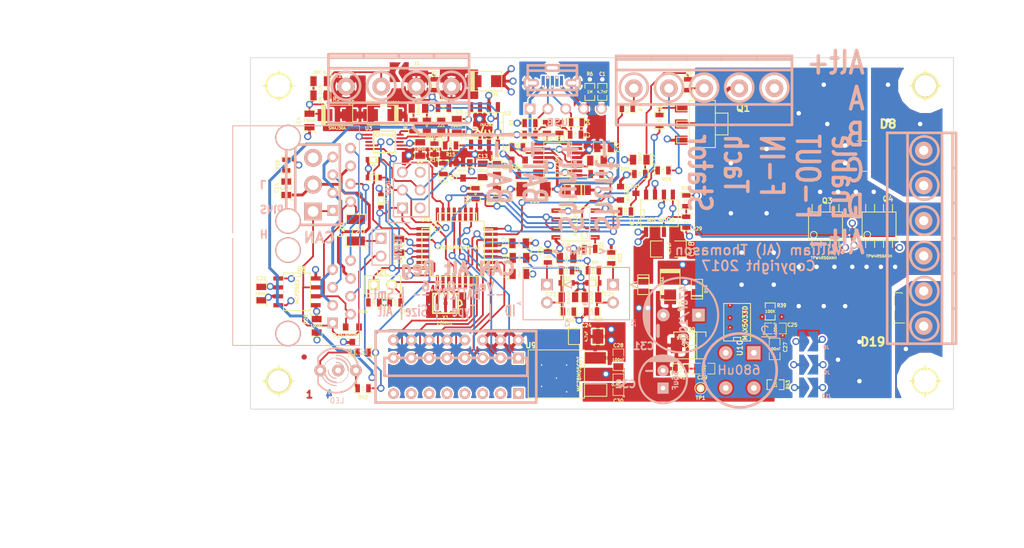
<source format=kicad_pcb>
(kicad_pcb (version 3) (host pcbnew "(2013-07-07 BZR 4022)-stable")
  (title_block (title "Alternator Regulator CAN enabled") (rev 0.3.6) (company "Copyright 2016 -  William A. Thomason") (comment 1 "Licensed under a Creative Commons Attribution-ShareAlike 4.0 International License.") (comment 2 http://arduinoalternatorregulator.blogspot.com/))
  (layers (15 F.Cu.1 signal) (2 InnerVCC.Cu.2 power hide) (1 InnerGND.Cu.3 power hide) (0 B.Cu.4 signal) (18 B.Paste user) (19 F.Paste user) (20 B.SilkS user) (21 F.SilkS user hide) (22 B.Mask user) (23 F.Mask user) (28 Edge.Cuts user))
  (net 0 "")
  (net 1 +5V)
  (net 2 /3.3v)
  (net 3 /A_NTC)
  (net 4 /B)
  (net 5 /B_NTC)
  (net 6 /C)
  (net 7 /CAN-H)
  (net 8 /CAN-L)
  (net 9 /CAN_GND)
  (net 10 /CAN_shield)
  (net 11 /DIP-1)
  (net 12 /DIP-2)
  (net 13 /DIP-3)
  (net 14 /DIP-4)
  (net 15 /DIP-5)
  (net 16 /DIP-6)
  (net 17 /DIP-7)
  (net 18 /DIP-8)
  (net 19 /FET_NTC)
  (net 20 /Feature_IN)
  (net 21 /Feature_OUT)
  (net 22 "/Field PWM")
  (net 23 /HO)
  (net 24 /HO-Q1)
  (net 25 /HO-Q3)
  (net 26 /Hb)
  (net 27 /LED_Green)
  (net 28 /LED_Red)
  (net 29 /POL-PROT)
  (net 30 /SCL)
  (net 31 /SDA)
  (net 32 /Stator_IRQ)
  (net 33 /USB-SHLD)
  (net 34 /XD)
  (net 35 /XH)
  (net 36 /~RESET)
  (net 37 Alt+)
  (net 38 Alt-)
  (net 39 BAT-)
  (net 40 "Current Shunt +")
  (net 41 "Current Shunt -")
  (net 42 Enable)
  (net 43 Feature-IN)
  (net 44 Feature-OUT)
  (net 45 N-000002)
  (net 46 N-0000020)
  (net 47 N-0000022)
  (net 48 N-0000023)
  (net 49 N-0000025)
  (net 50 N-0000026)
  (net 51 N-000003)
  (net 52 N-0000031)
  (net 53 N-0000034)
  (net 54 N-0000037)
  (net 55 N-0000038)
  (net 56 N-0000039)
  (net 57 N-000004)
  (net 58 N-0000040)
  (net 59 N-0000041)
  (net 60 N-0000042)
  (net 61 N-0000043)
  (net 62 N-0000044)
  (net 63 N-000005)
  (net 64 N-0000052)
  (net 65 N-0000053)
  (net 66 N-0000058)
  (net 67 N-0000059)
  (net 68 N-000006)
  (net 69 N-0000060)
  (net 70 N-0000062)
  (net 71 N-0000063)
  (net 72 N-0000065)
  (net 73 N-0000066)
  (net 74 N-0000067)
  (net 75 N-0000068)
  (net 76 N-0000069)
  (net 77 N-0000079)
  (net 78 N-000008)
  (net 79 N-0000081)
  (net 80 N-0000086)
  (net 81 N-0000087)
  (net 82 N-0000089)
  (net 83 N-000009)
  (net 84 N-0000090)
  (net 85 N-0000092)
  (net 86 N-0000093)
  (net 87 N-0000094)
  (net 88 N-0000096)
  (net 89 STATOR)
  (net 90 Tach-OUT)
  (net 91 VBat+)
  (net 92 VDD)
  (module conn_usb_B_micro_vertical (layer B.Cu.4) (at 122.936 53.594)
    (fp_text reference J4 hide)
    (fp_text value USB_MICRO hide)
    (pad 1 smd rect (at -1.30048 -0.25) (size 0.45 1.5) (layers B.Cu.4 B.Paste B.Mask) (net 34 /XD) (clearance 0.0508))
    (pad 2 smd rect (at -0.65024 -0.25) (size 0.45 1.5) (layers B.Cu.4 B.Paste B.Mask) (net 77 N-0000079) (clearance 0.0508))
    (pad 3 smd rect (at 0 -0.25) (size 0.45 1.5) (layers B.Cu.4 B.Paste B.Mask) (net 69 N-0000060) (clearance 0.0254))
    (pad 4 smd rect (at 0.65024 -0.25) (size 0.45 1.5) (layers B.Cu.4 B.Paste B.Mask) (net 67 N-0000059) (clearance 0.0508))
    (pad 5 smd rect (at 1.30048 -0.25) (size 0.45 1.5) (layers B.Cu.4 B.Paste B.Mask) (net 39 BAT-) (clearance 0.0508))
    (pad 6 thru_hole oval (at -2.8 0) (size 1.8 1.1) (drill oval 1.2 0.5) (layers *.Cu *.Mask B.SilkS) (net 33 /USB-SHLD))
    (pad 6 thru_hole oval (at 2.8 0) (size 1.8 1.1) (drill oval 1.2 0.5) (layers *.Cu *.Mask B.SilkS) (net 33 /USB-SHLD))
    (pad 6 thru_hole oval (at 0 -2.15) (size 2.2 1.1) (drill oval 1.6 0.5) (layers *.Cu *.Mask B.SilkS) (net 33 /USB-SHLD))
  )
  (module PIN_ARRAY_5x1 (layer B.Cu.4) (at 124.841 57.277)
    (fp_text reference P1 hide)
    (fp_text value USB (at -1.1684 1.9558) (layer B.SilkS) (effects (font (size 1.016 1.016) (thickness 0.2032)) (justify mirror)))
    (pad 1 thru_hole rect (at -5.08 0) (size 1.524 1.524) (drill 1.016) (layers *.Cu *.Mask B.SilkS) (net 34 /XD))
    (pad 2 thru_hole circle (at -2.54 0) (size 1.524 1.524) (drill 1.016) (layers *.Cu *.Mask B.SilkS) (net 77 N-0000079))
    (pad 3 thru_hole circle (at 0 0) (size 1.524 1.524) (drill 1.016) (layers *.Cu *.Mask B.SilkS) (net 69 N-0000060))
    (pad 4 thru_hole circle (at 2.54 0) (size 1.524 1.524) (drill 1.016) (layers *.Cu *.Mask B.SilkS) (net 39 BAT-))
    (pad 5 thru_hole circle (at 5.08 0) (size 1.524 1.524) (drill 1.016) (layers *.Cu *.Mask B.SilkS) (net 33 /USB-SHLD))
  )
  (module resonator_smd (layer F.Cu.1) (at 107.7468 84.9376 180)
    (fp_text reference X1 (at 0 -2 180) (layer F.SilkS) (effects (font (size 0.49784 0.49784) (thickness 0.09906))))
    (fp_text value 16Mhz (at 0.1524 -2.8194 180) (layer F.SilkS) (effects (font (size 0.49784 0.49784) (thickness 0.09906))))
    (pad 1 smd rect (at -1.2 0 180) (size 0.4 1.9) (layers F.Cu.1 F.Paste F.Mask) (net 65 N-0000053))
    (pad 2 smd rect (at 0 0 180) (size 0.4 1.9) (layers F.Cu.1 F.Paste F.Mask) (net 39 BAT-))
    (pad 3 smd rect (at 1.2 0 180) (size 0.4 1.9) (layers F.Cu.1 F.Paste F.Mask) (net 76 N-0000069))
  )
  (module Solder_trace (layer B.Cu.4) (at 159.7152 90.3732 180)
    (fp_text reference J8 (at -2.18948 -0.8382 180) (layer B.SilkS) (effects (font (size 0.508 0.508) (thickness 0.127)) (justify mirror)))
    (fp_text value GND-Opt hide)
    (pad 1 smd trapezoid (at 0.635 0) (size 0.8001 1.6002) (rect_delta 1.27 0) (layers B.Cu.4 B.Mask) (net 39 BAT-))
    (pad 2 smd rect (at -0.635 0 180) (size 0.8001 2.794) (layers B.Cu.4 B.Mask) (net 38 Alt-))
    (pad 1 smd rect (at 1.3462 0) (size 0.635 2.8702) (layers B.Cu.4 B.Mask) (net 39 BAT-))
    (pad 2 smd trapezoid (at -0.254 0.762) (size 0.8001 1.27) (rect_delta 0 -0.762) (layers B.Cu.4 B.Mask) (net 38 Alt-))
    (pad 2 smd trapezoid (at -0.254 -0.762 180) (size 0.8001 1.27) (rect_delta 0 -0.762) (layers B.Cu.4 B.Mask) (net 38 Alt-))
  )
  (module RJ45_8 (layer B.Cu.4) (at 85.344 67.31 90)
    (fp_text reference J5 hide)
    (fp_text value RJ45 hide)
    (pad "" np_thru_hole circle (at 5.93852 0 90) (size 3.64998 3.64998) (drill 3.2512) (layers *.Cu *.Mask B.SilkS))
    (pad "" np_thru_hole circle (at -5.9309 0 90) (size 3.64998 3.64998) (drill 3.2512) (layers *.Cu *.Mask B.SilkS))
    (pad 1 thru_hole rect (at -4.445 6.35 90) (size 1.50114 1.50114) (drill 0.89916) (layers *.Cu *.Mask B.SilkS) (net 7 /CAN-H))
    (pad 2 thru_hole circle (at -3.175 8.89 90) (size 1.50114 1.50114) (drill 0.89916) (layers *.Cu *.Mask B.SilkS) (net 8 /CAN-L))
    (pad 3 thru_hole circle (at -1.905 6.35 90) (size 1.50114 1.50114) (drill 0.89916) (layers *.Cu *.Mask B.SilkS) (net 9 /CAN_GND))
    (pad 4 thru_hole circle (at -0.635 8.89 90) (size 1.50114 1.50114) (drill 0.89916) (layers *.Cu *.Mask B.SilkS) (net 55 N-0000038))
    (pad 5 thru_hole circle (at 0.635 6.35 90) (size 1.50114 1.50114) (drill 0.89916) (layers *.Cu *.Mask B.SilkS) (net 59 N-0000041))
    (pad 6 thru_hole circle (at 1.905 8.89 90) (size 1.50114 1.50114) (drill 0.89916) (layers *.Cu *.Mask B.SilkS) (net 10 /CAN_shield))
    (pad 7 thru_hole circle (at 3.175 6.35 90) (size 1.50114 1.50114) (drill 0.89916) (layers *.Cu *.Mask B.SilkS) (net 9 /CAN_GND))
    (pad 8 thru_hole circle (at 4.445 8.89 90) (size 1.50114 1.50114) (drill 0.89916) (layers *.Cu *.Mask B.SilkS) (net 48 N-0000023))
  )
  (module RJ45_8 (layer B.Cu.4) (at 85.344 83.312 90)
    (fp_text reference J7 hide)
    (fp_text value RJ45 hide)
    (pad "" np_thru_hole circle (at 5.93852 0 90) (size 3.64998 3.64998) (drill 3.2512) (layers *.Cu *.Mask B.SilkS))
    (pad "" np_thru_hole circle (at -5.9309 0 90) (size 3.64998 3.64998) (drill 3.2512) (layers *.Cu *.Mask B.SilkS))
    (pad 1 thru_hole rect (at -4.445 6.35 90) (size 1.50114 1.50114) (drill 0.89916) (layers *.Cu *.Mask B.SilkS) (net 7 /CAN-H))
    (pad 2 thru_hole circle (at -3.175 8.89 90) (size 1.50114 1.50114) (drill 0.89916) (layers *.Cu *.Mask B.SilkS) (net 8 /CAN-L))
    (pad 3 thru_hole circle (at -1.905 6.35 90) (size 1.50114 1.50114) (drill 0.89916) (layers *.Cu *.Mask B.SilkS) (net 9 /CAN_GND))
    (pad 4 thru_hole circle (at -0.635 8.89 90) (size 1.50114 1.50114) (drill 0.89916) (layers *.Cu *.Mask B.SilkS) (net 55 N-0000038))
    (pad 5 thru_hole circle (at 0.635 6.35 90) (size 1.50114 1.50114) (drill 0.89916) (layers *.Cu *.Mask B.SilkS) (net 59 N-0000041))
    (pad 6 thru_hole circle (at 1.905 8.89 90) (size 1.50114 1.50114) (drill 0.89916) (layers *.Cu *.Mask B.SilkS) (net 10 /CAN_shield))
    (pad 7 thru_hole circle (at 3.175 6.35 90) (size 1.50114 1.50114) (drill 0.89916) (layers *.Cu *.Mask B.SilkS) (net 9 /CAN_GND))
    (pad 8 thru_hole circle (at 4.445 8.89 90) (size 1.50114 1.50114) (drill 0.89916) (layers *.Cu *.Mask B.SilkS) (net 48 N-0000023))
  )
  (module sot223 (layer F.Cu.1) (at 144.272 59.436 270)
    (fp_text reference Q1 (at -2.27076 -5.82168 360) (layer F.SilkS) (effects (font (size 1.00076 1.00076) (thickness 0.20066))))
    (fp_text value NZT605 hide)
    (pad 1 smd rect (at -2.30124 2.99974 270) (size 1.30048 1.80086) (layers F.Cu.1 F.Paste F.Mask) (net 70 N-0000062))
    (pad 2 smd rect (at 0 2.99974 270) (size 1.30048 1.80086) (layers F.Cu.1 F.Paste F.Mask) (net 44 Feature-OUT))
    (pad 3 smd rect (at 2.30124 2.99974 270) (size 1.30048 1.80086) (layers F.Cu.1 F.Paste F.Mask) (net 39 BAT-))
    (pad 2 smd rect (at 0 -2.99974 270) (size 3.79984 1.80086) (layers F.Cu.1 F.Paste F.Mask) (net 44 Feature-OUT))
  )
  (module hole_3mm (layer F.Cu.1) (at 176 96)
    (fp_text reference H4 hide)
    (fp_text value HOLE hide)
    (pad "" np_thru_hole circle (at 0 0) (size 2.99974 2.99974) (drill 2.99974) (layers *.Cu *.Mask F.SilkS))
  )
  (module SOT23 (layer F.Cu.1) (at 94.488 89.408 180)
    (fp_text reference D21 (at 2.032 -0.1016 180) (layer F.SilkS) (effects (font (size 0.508 0.508) (thickness 0.11938))))
    (fp_text value NUP2105L (at 0.0635 0 180) (layer F.SilkS) (effects (font (size 0.254 0.254) (thickness 0.0635))))
    (pad 3 smd rect (at 0 -1.09982 180) (size 0.8001 1.00076) (layers F.Cu.1 F.Paste F.Mask) (net 39 BAT-))
    (pad 2 smd rect (at 0.9525 1.09982 180) (size 0.8001 1.00076) (layers F.Cu.1 F.Paste F.Mask) (net 8 /CAN-L))
    (pad 1 smd rect (at -0.9525 1.09982 180) (size 0.8001 1.00076) (layers F.Cu.1 F.Paste F.Mask) (net 7 /CAN-H))
  )
  (module SOT23 (layer F.Cu.1) (at 118.11 65.659 180)
    (fp_text reference Q2 (at 1.778 0.127 270) (layer F.SilkS) (effects (font (size 0.508 0.508) (thickness 0.11938))))
    (fp_text value T3904 (at 0.0635 0 180) (layer F.SilkS) (effects (font (size 0.381 0.381) (thickness 0.09525))))
    (pad 3 smd rect (at 0 -1.09982 180) (size 0.8001 1.00076) (layers F.Cu.1 F.Paste F.Mask) (net 87 N-0000094))
    (pad 2 smd rect (at 0.9525 1.09982 180) (size 0.8001 1.00076) (layers F.Cu.1 F.Paste F.Mask) (net 82 N-0000089))
    (pad 1 smd rect (at -0.9525 1.09982 180) (size 0.8001 1.00076) (layers F.Cu.1 F.Paste F.Mask) (net 79 N-0000081))
  )
  (module SOT23 (layer F.Cu.1) (at 110.236 66.04 180)
    (fp_text reference D7 (at 1.27 -1.0668 180) (layer F.SilkS) (effects (font (size 0.635 0.635) (thickness 0.11938))))
    (fp_text value BAT54S (at 0.0635 0 180) (layer F.SilkS) (effects (font (size 0.254 0.254) (thickness 0.0635))))
    (pad 3 smd rect (at 0 -1.09982 180) (size 0.8001 1.00076) (layers F.Cu.1 F.Paste F.Mask) (net 36 /~RESET))
    (pad 2 smd rect (at 0.9525 1.09982 180) (size 0.8001 1.00076) (layers F.Cu.1 F.Paste F.Mask) (net 1 +5V))
    (pad 1 smd rect (at -0.9525 1.09982 180) (size 0.8001 1.00076) (layers F.Cu.1 F.Paste F.Mask) (net 39 BAT-))
  )
  (module SM0805 (layer F.Cu.1) (at 129.286 64.643 180)
    (fp_text reference C10 (at -2.31902 -0.90932 180) (layer F.SilkS) (effects (font (size 0.50038 0.50038) (thickness 0.10922))))
    (fp_text value 100nF (at -0.02286 -0.02794 270) (layer F.SilkS) (effects (font (size 0.381 0.381) (thickness 0.09525))))
    (pad 1 smd rect (at -0.9525 0 180) (size 0.889 1.397) (layers F.Cu.1 F.Paste F.Mask) (net 39 BAT-))
    (pad 2 smd rect (at 0.9525 0 180) (size 0.889 1.397) (layers F.Cu.1 F.Paste F.Mask) (net 2 /3.3v))
  )
  (module SM0805 (layer F.Cu.1) (at 81.534 83.566 90)
    (fp_text reference C22 (at 2.159 0 180) (layer F.SilkS) (effects (font (size 0.50038 0.50038) (thickness 0.10922))))
    (fp_text value 100nF (at 0 0 180) (layer F.SilkS) (effects (font (size 0.381 0.381) (thickness 0.09525))))
    (pad 1 smd rect (at -0.9525 0 90) (size 0.889 1.397) (layers F.Cu.1 F.Paste F.Mask) (net 1 +5V))
    (pad 2 smd rect (at 0.9525 0 90) (size 0.889 1.397) (layers F.Cu.1 F.Paste F.Mask) (net 39 BAT-))
  )
  (module SM0805 (layer F.Cu.1) (at 113.03 66.04 270)
    (fp_text reference C13 (at -2.032 0 360) (layer F.SilkS) (effects (font (size 0.50038 0.50038) (thickness 0.10922))))
    (fp_text value 100nF (at 0 0 360) (layer F.SilkS) (effects (font (size 0.381 0.381) (thickness 0.09525))))
    (pad 1 smd rect (at -0.9525 0 270) (size 0.889 1.397) (layers F.Cu.1 F.Paste F.Mask) (net 87 N-0000094))
    (pad 2 smd rect (at 0.9525 0 270) (size 0.889 1.397) (layers F.Cu.1 F.Paste F.Mask) (net 36 /~RESET))
  )
  (module SM0805 (layer F.Cu.1) (at 118.2116 76.4032 180)
    (fp_text reference C17 (at 2.1336 0.2032 270) (layer F.SilkS) (effects (font (size 0.50038 0.50038) (thickness 0.10922))))
    (fp_text value 100nF (at 0 0 270) (layer F.SilkS) (effects (font (size 0.254 0.254) (thickness 0.0635))))
    (pad 1 smd rect (at -0.9525 0 180) (size 0.889 1.397) (layers F.Cu.1 F.Paste F.Mask) (net 39 BAT-))
    (pad 2 smd rect (at 0.9525 0 180) (size 0.889 1.397) (layers F.Cu.1 F.Paste F.Mask) (net 64 N-0000052))
  )
  (module SM0805 (layer F.Cu.1) (at 118.2624 78.486 180)
    (fp_text reference C19 (at 2.0574 -0.127 270) (layer F.SilkS) (effects (font (size 0.50038 0.50038) (thickness 0.10922))))
    (fp_text value 100nF (at 0 0 270) (layer F.SilkS) (effects (font (size 0.254 0.254) (thickness 0.0635))))
    (pad 1 smd rect (at -0.9525 0 180) (size 0.889 1.397) (layers F.Cu.1 F.Paste F.Mask) (net 39 BAT-))
    (pad 2 smd rect (at 0.9525 0 180) (size 0.889 1.397) (layers F.Cu.1 F.Paste F.Mask) (net 88 N-0000096))
  )
  (module SM0805 (layer F.Cu.1) (at 101.1555 76.7715 90)
    (fp_text reference C16 (at -2.2225 -0.1905 180) (layer F.SilkS) (effects (font (size 0.50038 0.50038) (thickness 0.10922))))
    (fp_text value 100nF (at 0 0 180) (layer F.SilkS) (effects (font (size 0.381 0.381) (thickness 0.09525))))
    (pad 1 smd rect (at -0.9525 0 90) (size 0.889 1.397) (layers F.Cu.1 F.Paste F.Mask) (net 39 BAT-))
    (pad 2 smd rect (at 0.9525 0 90) (size 0.889 1.397) (layers F.Cu.1 F.Paste F.Mask) (net 1 +5V))
  )
  (module pin_array_3x2 (layer B.Cu.4) (at 102.87 68.834 90)
    (fp_text reference P4 hide)
    (fp_text value ICSP (at 0.254 -3.2385 90) (layer B.SilkS) (effects (font (size 0.635 0.635) (thickness 0.15875)) (justify mirror)))
    (pad 1 thru_hole rect (at -2.54 -1.27 90) (size 1.524 1.524) (drill 1.016) (layers *.Cu *.Mask B.SilkS) (net 27 /LED_Green))
    (pad 2 thru_hole circle (at -2.54 1.27 90) (size 1.524 1.524) (drill 1.016) (layers *.Cu *.Mask B.SilkS) (net 1 +5V))
    (pad 3 thru_hole circle (at 0 -1.27 90) (size 1.524 1.524) (drill 1.016) (layers *.Cu *.Mask B.SilkS) (net 85 N-0000092))
    (pad 4 thru_hole circle (at 0 1.27 90) (size 1.524 1.524) (drill 1.016) (layers *.Cu *.Mask B.SilkS) (net 86 N-0000093))
    (pad 5 thru_hole circle (at 2.54 -1.27 90) (size 1.524 1.524) (drill 1.016) (layers *.Cu *.Mask B.SilkS) (net 36 /~RESET))
    (pad 6 thru_hole circle (at 2.54 1.27 90) (size 1.524 1.524) (drill 1.016) (layers *.Cu *.Mask B.SilkS) (net 39 BAT-))
  )
  (module 02mm_via (layer F.Cu.1) (at 106.553 86.741)
    (fp_text reference V7 hide)
    (fp_text value VIA hide)
    (pad 1 thru_hole circle (at 0 0) (size 0.3 0.3) (drill 0.2) (layers *.Cu) (net 39 BAT-))
  )
  (module 02mm_via (layer F.Cu.1) (at 110.109 85.09)
    (fp_text reference V5 hide)
    (fp_text value VIA hide)
    (pad 1 thru_hole circle (at 0 0) (size 0.3 0.3) (drill 0.2) (layers *.Cu) (net 39 BAT-))
  )
  (module 02mm_via (layer F.Cu.1) (at 109.601 83.566)
    (fp_text reference V3 hide)
    (fp_text value VIA hide)
    (pad 1 thru_hole circle (at 0 0) (size 0.3 0.3) (drill 0.2) (layers *.Cu) (net 39 BAT-))
  )
  (module 02mm_via (layer F.Cu.1) (at 105.41 85.09)
    (fp_text reference V4 hide)
    (fp_text value VIA hide)
    (pad 1 thru_hole circle (at 0 0) (size 0.3 0.3) (drill 0.2) (layers *.Cu) (net 39 BAT-))
  )
  (module 02mm_via (layer F.Cu.1) (at 106.045 83.566)
    (fp_text reference V1 hide)
    (fp_text value VIA hide)
    (pad 1 thru_hole circle (at 0 0) (size 0.3 0.3) (drill 0.2) (layers *.Cu) (net 39 BAT-))
  )
  (module 02mm_via (layer F.Cu.1) (at 107.7976 83.4898)
    (fp_text reference V2 hide)
    (fp_text value VIA hide)
    (pad 1 thru_hole circle (at 0 0) (size 0.3 0.3) (drill 0.2) (layers *.Cu) (net 39 BAT-))
  )
  (module hole_3mm (layer F.Cu.1) (at 176 54)
    (fp_text reference H2 hide)
    (fp_text value HOLE hide)
    (pad "" np_thru_hole circle (at 0 0) (size 3.175 3.175) (drill 2.99974) (layers *.Cu *.Mask F.SilkS) (clearance 2.286))
  )
  (module hole_3mm (layer F.Cu.1) (at 84 96)
    (fp_text reference H3 hide)
    (fp_text value HOLE hide)
    (pad "" np_thru_hole circle (at 0 0) (size 3.175 3.175) (drill 2.99974) (layers *.Cu *.Mask F.SilkS))
  )
  (module SM0603_Capa (layer F.Cu.1) (at 119.761 60.96)
    (fp_text reference C6 (at -2.6924 0.0254 90) (layer F.SilkS) (effects (font (size 0.508 0.4572) (thickness 0.1143))))
    (fp_text value 47pF (at 0 0 90) (layer F.SilkS) (effects (font (size 0.254 0.254) (thickness 0.0635))))
    (pad 1 smd rect (at -0.762 0) (size 0.635 1.143) (layers F.Cu.1 F.Paste F.Mask) (net 39 BAT-))
    (pad 2 smd rect (at 0.762 0) (size 0.635 1.143) (layers F.Cu.1 F.Paste F.Mask) (net 77 N-0000079))
  )
  (module SM0603_Capa (layer F.Cu.1) (at 126.238 60.96 180)
    (fp_text reference C7 (at -1.778 0 270) (layer F.SilkS) (effects (font (size 0.508 0.4572) (thickness 0.1143))))
    (fp_text value 47pF (at 0 0 270) (layer F.SilkS) (effects (font (size 0.254 0.254) (thickness 0.0635))))
    (pad 1 smd rect (at -0.762 0 180) (size 0.635 1.143) (layers F.Cu.1 F.Paste F.Mask) (net 39 BAT-))
    (pad 2 smd rect (at 0.762 0 180) (size 0.635 1.143) (layers F.Cu.1 F.Paste F.Mask) (net 69 N-0000060))
  )
  (module SM0805 (layer F.Cu.1) (at 85.09 68.58 90)
    (fp_text reference C14 (at 0.04572 -1.38684 90) (layer F.SilkS) (effects (font (size 0.50038 0.50038) (thickness 0.10922))))
    (fp_text value 0.47uF (at 0 0 180) (layer F.SilkS) (effects (font (size 0.381 0.381) (thickness 0.09525))))
    (pad 1 smd rect (at -0.9525 0 90) (size 0.889 1.397) (layers F.Cu.1 F.Paste F.Mask) (net 10 /CAN_shield))
    (pad 2 smd rect (at 0.9525 0 90) (size 0.889 1.397) (layers F.Cu.1 F.Paste F.Mask) (net 74 N-0000067))
  )
  (module SO8E (layer F.Cu.1) (at 86.614 83.312 270)
    (fp_text reference U8 (at -3.2131 -0.65024 360) (layer F.SilkS) (effects (font (size 0.635 0.635) (thickness 0.1524))))
    (fp_text value MCP2562 (at 0 0 270) (layer F.SilkS) (effects (font (size 0.508 0.508) (thickness 0.127))))
    (pad 8 smd rect (at -1.905 -2.667 270) (size 0.59944 1.39954) (layers F.Cu.1 F.Paste F.Mask) (net 39 BAT-))
    (pad 1 smd rect (at -1.905 2.667 270) (size 0.59944 1.39954) (layers F.Cu.1 F.Paste F.Mask) (net 50 N-0000026))
    (pad 7 smd rect (at -0.635 -2.667 270) (size 0.59944 1.39954) (layers F.Cu.1 F.Paste F.Mask) (net 7 /CAN-H))
    (pad 6 smd rect (at 0.635 -2.667 270) (size 0.59944 1.39954) (layers F.Cu.1 F.Paste F.Mask) (net 8 /CAN-L))
    (pad 5 smd rect (at 1.905 -2.667 270) (size 0.59944 1.39954) (layers F.Cu.1 F.Paste F.Mask) (net 1 +5V))
    (pad 2 smd rect (at -0.635 2.667 270) (size 0.59944 1.39954) (layers F.Cu.1 F.Paste F.Mask) (net 39 BAT-))
    (pad 3 smd rect (at 0.635 2.667 270) (size 0.59944 1.39954) (layers F.Cu.1 F.Paste F.Mask) (net 1 +5V))
    (pad 4 smd rect (at 1.905 2.667 270) (size 0.59944 1.39954) (layers F.Cu.1 F.Paste F.Mask) (net 49 N-0000025))
  )
  (module TQFP32 (layer F.Cu.1) (at 109.4105 77.1525)
    (fp_text reference U6 (at -4.5085 -4.2545) (layer F.SilkS) (effects (font (size 0.762 0.762) (thickness 0.1905))))
    (fp_text value ATMEGA64M1-Ax (at 0.1651 -0.1397) (layer F.SilkS) (effects (font (size 0.508 0.508) (thickness 0.127))))
    (pad 8 smd rect (at -4.81584 2.77622) (size 1.99898 0.44958) (layers F.Cu.1 F.Paste F.Mask) (net 31 /SDA))
    (pad 7 smd rect (at -4.81584 1.97612) (size 1.99898 0.44958) (layers F.Cu.1 F.Paste F.Mask) (net 49 N-0000025))
    (pad 6 smd rect (at -4.81584 1.17602) (size 1.99898 0.44958) (layers F.Cu.1 F.Paste F.Mask) (net 50 N-0000026))
    (pad 5 smd rect (at -4.81584 0.37592) (size 1.99898 0.44958) (layers F.Cu.1 F.Paste F.Mask) (net 39 BAT-))
    (pad 4 smd rect (at -4.81584 -0.42418) (size 1.99898 0.44958) (layers F.Cu.1 F.Paste F.Mask) (net 1 +5V))
    (pad 3 smd rect (at -4.81584 -1.22428) (size 1.99898 0.44958) (layers F.Cu.1 F.Paste F.Mask) (net 22 "/Field PWM"))
    (pad 2 smd rect (at -4.81584 -2.02438) (size 1.99898 0.44958) (layers F.Cu.1 F.Paste F.Mask) (net 86 N-0000093))
    (pad 1 smd rect (at -4.81584 -2.82448) (size 1.99898 0.44958) (layers F.Cu.1 F.Paste F.Mask) (net 27 /LED_Green))
    (pad 24 smd rect (at 4.7498 -2.8194) (size 1.99898 0.44958) (layers F.Cu.1 F.Paste F.Mask) (net 20 /Feature_IN))
    (pad 17 smd rect (at 4.7498 2.794) (size 1.99898 0.44958) (layers F.Cu.1 F.Paste F.Mask) (net 15 /DIP-5))
    (pad 18 smd rect (at 4.7498 1.9812) (size 1.99898 0.44958) (layers F.Cu.1 F.Paste F.Mask) (net 14 /DIP-4))
    (pad 19 smd rect (at 4.7498 1.1684) (size 1.99898 0.44958) (layers F.Cu.1 F.Paste F.Mask) (net 88 N-0000096))
    (pad 20 smd rect (at 4.7498 0.381) (size 1.99898 0.44958) (layers F.Cu.1 F.Paste F.Mask) (net 39 BAT-))
    (pad 21 smd rect (at 4.7498 -0.4318) (size 1.99898 0.44958) (layers F.Cu.1 F.Paste F.Mask) (net 64 N-0000052))
    (pad 22 smd rect (at 4.7498 -1.2192) (size 1.99898 0.44958) (layers F.Cu.1 F.Paste F.Mask) (net 16 /DIP-6))
    (pad 23 smd rect (at 4.7498 -2.032) (size 1.99898 0.44958) (layers F.Cu.1 F.Paste F.Mask) (net 21 /Feature_OUT))
    (pad 32 smd rect (at -2.82448 -4.826) (size 0.44958 1.99898) (layers F.Cu.1 F.Paste F.Mask) (net 28 /LED_Red))
    (pad 31 smd rect (at -2.02692 -4.826) (size 0.44958 1.99898) (layers F.Cu.1 F.Paste F.Mask) (net 36 /~RESET))
    (pad 30 smd rect (at -1.22428 -4.826) (size 0.44958 1.99898) (layers F.Cu.1 F.Paste F.Mask) (net 32 /Stator_IRQ))
    (pad 29 smd rect (at -0.42672 -4.826) (size 0.44958 1.99898) (layers F.Cu.1 F.Paste F.Mask) (net 13 /DIP-3))
    (pad 28 smd rect (at 0.37592 -4.826) (size 0.44958 1.99898) (layers F.Cu.1 F.Paste F.Mask) (net 12 /DIP-2))
    (pad 27 smd rect (at 1.17348 -4.826) (size 0.44958 1.99898) (layers F.Cu.1 F.Paste F.Mask) (net 19 /FET_NTC))
    (pad 26 smd rect (at 1.97612 -4.826) (size 0.44958 1.99898) (layers F.Cu.1 F.Paste F.Mask) (net 11 /DIP-1))
    (pad 25 smd rect (at 2.77368 -4.826) (size 0.44958 1.99898) (layers F.Cu.1 F.Paste F.Mask) (net 61 N-0000043))
    (pad 9 smd rect (at -2.8194 4.7752) (size 0.44958 1.99898) (layers F.Cu.1 F.Paste F.Mask) (net 30 /SCL))
    (pad 10 smd rect (at -2.032 4.7752) (size 0.44958 1.99898) (layers F.Cu.1 F.Paste F.Mask) (net 76 N-0000069))
    (pad 11 smd rect (at -1.2192 4.7752) (size 0.44958 1.99898) (layers F.Cu.1 F.Paste F.Mask) (net 65 N-0000053))
    (pad 12 smd rect (at -0.4318 4.7752) (size 0.44958 1.99898) (layers F.Cu.1 F.Paste F.Mask) (net 85 N-0000092))
    (pad 13 smd rect (at 0.3556 4.7752) (size 0.44958 1.99898) (layers F.Cu.1 F.Paste F.Mask) (net 3 /A_NTC))
    (pad 14 smd rect (at 1.1684 4.7752) (size 0.44958 1.99898) (layers F.Cu.1 F.Paste F.Mask) (net 5 /B_NTC))
    (pad 15 smd rect (at 1.9812 4.7752) (size 0.44958 1.99898) (layers F.Cu.1 F.Paste F.Mask) (net 18 /DIP-8))
    (pad 16 smd rect (at 2.794 4.7752) (size 0.44958 1.99898) (layers F.Cu.1 F.Paste F.Mask) (net 17 /DIP-7))
  )
  (module SM0805 (layer F.Cu.1) (at 154.559 91.44 270)
    (fp_text reference C27 (at -0.254 -1.524 270) (layer F.SilkS) (effects (font (size 0.50038 0.50038) (thickness 0.10922))))
    (fp_text value 100nF (at 0 0 360) (layer F.SilkS) (effects (font (size 0.381 0.381) (thickness 0.09525))))
    (pad 1 smd rect (at -0.9525 0 270) (size 0.889 1.397) (layers F.Cu.1 F.Paste F.Mask) (net 58 N-0000040))
    (pad 2 smd rect (at 0.9525 0 270) (size 0.889 1.397) (layers F.Cu.1 F.Paste F.Mask) (net 35 /XH))
  )
  (module SM0805 (layer F.Cu.1) (at 118.237 80.772)
    (fp_text reference L1 (at -2.032 0.127 90) (layer F.SilkS) (effects (font (size 0.50038 0.50038) (thickness 0.10922))))
    (fp_text value 10uH (at 0 0 90) (layer F.SilkS) (effects (font (size 0.254 0.254) (thickness 0.0635))))
    (pad 1 smd rect (at -0.9525 0) (size 0.889 1.397) (layers F.Cu.1 F.Paste F.Mask) (net 88 N-0000096))
    (pad 2 smd rect (at 0.9525 0) (size 0.889 1.397) (layers F.Cu.1 F.Paste F.Mask) (net 1 +5V) (thermal_gap 0.381))
  )
  (module SM0805 (layer F.Cu.1) (at 125.222 84.074)
    (fp_text reference C23 (at -2.4892 -0.4064) (layer F.SilkS) (effects (font (size 0.50038 0.50038) (thickness 0.10922))))
    (fp_text value 0.47uF (at 0 0 90) (layer F.SilkS) (effects (font (size 0.381 0.381) (thickness 0.09525))))
    (pad 1 smd rect (at -0.9525 0) (size 0.889 1.397) (layers F.Cu.1 F.Paste F.Mask) (net 52 N-0000031))
    (pad 2 smd rect (at 0.9525 0) (size 0.889 1.397) (layers F.Cu.1 F.Paste F.Mask) (net 39 BAT-))
  )
  (module SM0805 (layer F.Cu.1) (at 103.886 57.15 180)
    (fp_text reference C2 (at -0.11684 1.17602 180) (layer F.SilkS) (effects (font (size 0.50038 0.50038) (thickness 0.10922))))
    (fp_text value 100nF (at -0.00254 -0.2286 270) (layer F.SilkS) (effects (font (size 0.381 0.381) (thickness 0.09525))))
    (pad 1 smd rect (at -0.9525 0 180) (size 0.889 1.397) (layers F.Cu.1 F.Paste F.Mask) (net 83 N-000009))
    (pad 2 smd rect (at 0.9525 0 180) (size 0.889 1.397) (layers F.Cu.1 F.Paste F.Mask) (net 78 N-000008))
  )
  (module CP_6.3x11mm (layer B.Cu.4) (at 138.684 95.758 180)
    (fp_text reference C32 (at 5.334 -0.6858 180) (layer B.SilkS) (effects (font (size 1.016 1.016) (thickness 0.254)) (justify mirror)))
    (fp_text value 56uF (at -1.7526 -0.127 270) (layer B.SilkS) (effects (font (size 0.762 0.762) (thickness 0.1905)) (justify mirror)))
    (pad 1 thru_hole rect (at 0 -1.25 180) (size 1.6 1.6) (drill 0.65) (layers *.Cu *.Mask B.SilkS) (net 92 VDD))
    (pad 2 thru_hole circle (at 0 1.25 180) (size 1.6 1.6) (drill 0.65) (layers *.Cu *.Mask B.SilkS) (net 39 BAT-))
  )
  (module hole_3mm (layer F.Cu.1) (at 84 54)
    (fp_text reference H1 hide)
    (fp_text value HOLE hide)
    (pad "" np_thru_hole circle (at 0 0) (size 2.99974 2.99974) (drill 2.99974) (layers *.Cu *.Mask F.SilkS) (clearance 2.54))
  )
  (module ssop-16 (layer F.Cu.1) (at 123.698 64.516 90)
    (fp_text reference U4 (at -2.9972 1.0668 180) (layer F.SilkS) (effects (font (size 0.50038 0.50038) (thickness 0.09906))))
    (fp_text value FT230X-S (at -0.1143 -0.02032 90) (layer F.SilkS) (effects (font (size 0.50038 0.50038) (thickness 0.09906))))
    (pad 4 smd rect (at -0.3175 2.667 90) (size 0.4064 1.651) (layers F.Cu.1 F.Paste F.Mask) (net 86 N-0000093))
    (pad 5 smd rect (at 0.3175 2.667 90) (size 0.4064 1.651) (layers F.Cu.1 F.Paste F.Mask) (net 39 BAT-))
    (pad 6 smd rect (at 0.9525 2.667 90) (size 0.4064 1.651) (layers F.Cu.1 F.Paste F.Mask) (net 39 BAT-))
    (pad 7 smd rect (at 1.5875 2.667 90) (size 0.4064 1.651) (layers F.Cu.1 F.Paste F.Mask))
    (pad 16 smd rect (at -2.2225 -2.667 90) (size 0.4064 1.651) (layers F.Cu.1 F.Paste F.Mask))
    (pad 1 smd rect (at -2.2225 2.667 90) (size 0.4064 1.651) (layers F.Cu.1 F.Paste F.Mask) (net 84 N-0000090))
    (pad 2 smd rect (at -1.5875 2.667 90) (size 0.4064 1.651) (layers F.Cu.1 F.Paste F.Mask) (net 82 N-0000089))
    (pad 3 smd rect (at -0.9525 2.667 90) (size 0.4064 1.651) (layers F.Cu.1 F.Paste F.Mask) (net 2 /3.3v))
    (pad 9 smd rect (at 2.2225 -2.667 90) (size 0.4064 1.651) (layers F.Cu.1 F.Paste F.Mask) (net 80 N-0000086))
    (pad 10 smd rect (at 1.5875 -2.667 90) (size 0.4064 1.651) (layers F.Cu.1 F.Paste F.Mask) (net 2 /3.3v))
    (pad 11 smd rect (at 0.9525 -2.667 90) (size 0.4064 1.651) (layers F.Cu.1 F.Paste F.Mask) (net 2 /3.3v))
    (pad 12 smd rect (at 0.3175 -2.667 90) (size 0.4064 1.651) (layers F.Cu.1 F.Paste F.Mask) (net 34 /XD))
    (pad 13 smd rect (at -0.3175 -2.667 90) (size 0.4064 1.651) (layers F.Cu.1 F.Paste F.Mask) (net 39 BAT-))
    (pad 14 smd rect (at -0.9525 -2.667 90) (size 0.4064 1.651) (layers F.Cu.1 F.Paste F.Mask))
    (pad 8 smd rect (at 2.2225 2.667 90) (size 0.4064 1.651) (layers F.Cu.1 F.Paste F.Mask) (net 81 N-0000087))
    (pad 15 smd rect (at -1.5875 -2.667 90) (size 0.4064 1.651) (layers F.Cu.1 F.Paste F.Mask))
  )
  (module SM0603 (layer F.Cu.1) (at 126.365 59.182 180)
    (fp_text reference D4 (at -1.651 0 270) (layer F.SilkS) (effects (font (size 0.508 0.4572) (thickness 0.1143))))
    (fp_text value CG0603MLC-05E hide)
    (pad 1 smd rect (at -0.762 0 180) (size 0.635 1.143) (layers F.Cu.1 F.Paste F.Mask) (net 39 BAT-))
    (pad 2 smd rect (at 0.762 0 180) (size 0.635 1.143) (layers F.Cu.1 F.Paste F.Mask) (net 69 N-0000060))
  )
  (module SM0603 (layer F.Cu.1) (at 119.761 59.309)
    (fp_text reference D3 (at -2.6416 -0.0254 90) (layer F.SilkS) (effects (font (size 0.508 0.4572) (thickness 0.1143))))
    (fp_text value CG0603MLC-05E hide)
    (pad 1 smd rect (at -0.762 0) (size 0.635 1.143) (layers F.Cu.1 F.Paste F.Mask) (net 39 BAT-))
    (pad 2 smd rect (at 0.762 0) (size 0.635 1.143) (layers F.Cu.1 F.Paste F.Mask) (net 77 N-0000079))
  )
  (module SM1206 (layer F.Cu.1) (at 120.269 68.707)
    (fp_text reference C15 (at 0.127 1.651) (layer F.SilkS) (effects (font (size 0.508 0.508) (thickness 0.127))))
    (fp_text value 4.7uF (at 0 0 90) (layer F.SilkS) (effects (font (size 0.3 0.3) (thickness 0.075))))
    (pad 1 smd rect (at -1.651 0) (size 1.524 2.032) (layers F.Cu.1 F.Paste F.Mask) (net 39 BAT-))
    (pad 2 smd rect (at 1.651 0) (size 1.524 2.032) (layers F.Cu.1 F.Paste F.Mask) (net 34 /XD))
  )
  (module SM0805 (layer F.Cu.1) (at 132.334 92.964 90)
    (fp_text reference C28 (at 2.032 0 180) (layer F.SilkS) (effects (font (size 0.50038 0.50038) (thickness 0.10922))))
    (fp_text value 100nF (at 0 0 180) (layer F.SilkS) (effects (font (size 0.381 0.381) (thickness 0.09525))))
    (pad 1 smd rect (at -0.9525 0 90) (size 0.889 1.397) (layers F.Cu.1 F.Paste F.Mask) (net 39 BAT-) (thermal_gap 0.508))
    (pad 2 smd rect (at 0.9525 0 90) (size 0.889 1.397) (layers F.Cu.1 F.Paste F.Mask) (net 1 +5V) (thermal_gap 0.508))
  )
  (module SOT23 (layer F.Cu.1) (at 133.731 69.2912 270)
    (fp_text reference D11 (at -1.016 -1.1303 360) (layer F.SilkS) (effects (font (size 0.381 0.381) (thickness 0.09525))))
    (fp_text value BAT54S (at 0.0635 0 270) (layer F.SilkS) (effects (font (size 0.381 0.381) (thickness 0.09525))))
    (pad 3 smd rect (at 0 -1.09982 270) (size 0.8001 1.00076) (layers F.Cu.1 F.Paste F.Mask) (net 53 N-0000034))
    (pad 2 smd rect (at 0.9525 1.09982 270) (size 0.8001 1.00076) (layers F.Cu.1 F.Paste F.Mask) (net 1 +5V))
    (pad 1 smd rect (at -0.9525 1.09982 270) (size 0.8001 1.00076) (layers F.Cu.1 F.Paste F.Mask) (net 39 BAT-))
  )
  (module SM0805 (layer F.Cu.1) (at 135.382 64.516 180)
    (fp_text reference C12 (at -2.032 0 270) (layer F.SilkS) (effects (font (size 0.50038 0.50038) (thickness 0.10922))))
    (fp_text value 100nF (at 0 0.254 270) (layer F.SilkS) (effects (font (size 0.381 0.381) (thickness 0.09525))))
    (pad 1 smd rect (at -0.9525 0 180) (size 0.889 1.397) (layers F.Cu.1 F.Paste F.Mask) (net 53 N-0000034))
    (pad 2 smd rect (at 0.9525 0 180) (size 0.889 1.397) (layers F.Cu.1 F.Paste F.Mask) (net 39 BAT-))
  )
  (module SM0805 (layer F.Cu.1) (at 130.302 62.738 180)
    (fp_text reference C11 (at -2.032 0 270) (layer F.SilkS) (effects (font (size 0.50038 0.50038) (thickness 0.10922))))
    (fp_text value 150pF (at 0 0.0508 270) (layer F.SilkS) (effects (font (size 0.381 0.381) (thickness 0.09525))))
    (pad 1 smd rect (at -0.9525 0 180) (size 0.889 1.397) (layers F.Cu.1 F.Paste F.Mask) (net 47 N-0000022))
    (pad 2 smd rect (at 0.9525 0 180) (size 0.889 1.397) (layers F.Cu.1 F.Paste F.Mask) (net 39 BAT-))
  )
  (module SM0805 (layer F.Cu.1) (at 124.968 78.486 180)
    (fp_text reference C20 (at -1.97358 -0.17526 270) (layer F.SilkS) (effects (font (size 0.381 0.381) (thickness 0.09525))))
    (fp_text value 100nF (at 0 0 270) (layer F.SilkS) (effects (font (size 0.381 0.381) (thickness 0.09525))))
    (pad 1 smd rect (at -0.9525 0 180) (size 0.889 1.397) (layers F.Cu.1 F.Paste F.Mask) (net 39 BAT-))
    (pad 2 smd rect (at 0.9525 0 180) (size 0.889 1.397) (layers F.Cu.1 F.Paste F.Mask) (net 1 +5V))
  )
  (module mkds_1,5-6 (layer B.Cu.4) (at 175.768 75.692 270)
    (fp_text reference P6 hide)
    (fp_text value CONN_6 hide)
    (pad 6 thru_hole circle (at 12.5 0 270) (size 2.5 2.5) (drill 1.3) (layers *.Cu *.Mask B.SilkS) (net 38 Alt-))
    (pad 5 thru_hole circle (at 7.5 0 270) (size 2.5 2.5) (drill 1.3) (layers *.Cu *.Mask B.SilkS) (net 38 Alt-))
    (pad 4 thru_hole circle (at 2.5 0 270) (size 2.5 2.5) (drill 1.3) (layers *.Cu *.Mask B.SilkS) (net 6 /C))
    (pad 3 thru_hole circle (at -2.5 0 270) (size 2.5 2.5) (drill 1.3) (layers *.Cu *.Mask B.SilkS) (net 4 /B))
    (pad 1 thru_hole circle (at -12.5 0 270) (size 2.5 2.5) (drill 1.3) (layers *.Cu *.Mask B.SilkS) (net 37 Alt+))
    (pad 2 thru_hole circle (at -7.5 0 270) (size 2.5 2.5) (drill 1.3) (layers *.Cu *.Mask B.SilkS) (net 37 Alt+))
  )
  (module 02mm_via (layer F.Cu.1) (at 108.966 86.741)
    (fp_text reference V8 hide)
    (fp_text value VIA hide)
    (pad 1 thru_hole circle (at 0 0) (size 0.3 0.3) (drill 0.2) (layers *.Cu) (net 39 BAT-))
  )
  (module 02mm_via (layer F.Cu.1) (at 150.368 87.63)
    (fp_text reference V14 hide)
    (fp_text value VIA hide)
    (pad 1 thru_hole circle (at 0 0) (size 0.3 0.3) (drill 0.2) (layers *.Cu) (net 39 BAT-))
  )
  (module 02mm_via (layer F.Cu.1) (at 155.702 89.535)
    (fp_text reference V15 hide)
    (fp_text value VIA hide)
    (pad 1 thru_hole circle (at 0 0) (size 0.3 0.3) (drill 0.2) (layers *.Cu) (net 39 BAT-))
  )
  (module 02mm_via (layer F.Cu.1) (at 148.209 85.217)
    (fp_text reference V6 hide)
    (fp_text value VIA hide)
    (pad 1 thru_hole circle (at 0 0) (size 0.3 0.3) (drill 0.2) (layers *.Cu) (net 39 BAT-))
  )
  (module 02mm_via (layer F.Cu.1) (at 152.781 86.868)
    (fp_text reference V11 hide)
    (fp_text value VIA hide)
    (pad 1 thru_hole circle (at 0 0) (size 0.3 0.3) (drill 0.2) (layers *.Cu) (net 39 BAT-))
  )
  (module 02mm_via (layer F.Cu.1) (at 148.209 86.995)
    (fp_text reference V9 hide)
    (fp_text value VIA hide)
    (pad 1 thru_hole circle (at 0 0) (size 0.3 0.3) (drill 0.2) (layers *.Cu) (net 39 BAT-))
  )
  (module 02mm_via (layer F.Cu.1) (at 150.368 86.233)
    (fp_text reference V10 hide)
    (fp_text value VIA hide)
    (pad 1 thru_hole circle (at 0 0) (size 0.3 0.3) (drill 0.2) (layers *.Cu) (net 39 BAT-))
  )
  (module 02mm_via (layer F.Cu.1) (at 148.209 88.392)
    (fp_text reference V13 hide)
    (fp_text value VIA hide)
    (pad 1 thru_hole circle (at 0 0) (size 0.3 0.3) (drill 0.2) (layers *.Cu) (net 39 BAT-))
  )
  (module 02mm_via (layer F.Cu.1) (at 155.575 86.868)
    (fp_text reference V12 hide)
    (fp_text value VIA hide)
    (pad 1 thru_hole circle (at 0 0) (size 0.3 0.3) (drill 0.2) (layers *.Cu) (net 39 BAT-))
  )
  (module SM0805 (layer F.Cu.1) (at 88.392 58.928 90)
    (fp_text reference C4 (at 0 -1.524 90) (layer F.SilkS) (effects (font (size 0.50038 0.50038) (thickness 0.10922))))
    (fp_text value 150pF (at 0 0 180) (layer F.SilkS) (effects (font (size 0.381 0.381) (thickness 0.09525))))
    (pad 1 smd rect (at -0.9525 0 90) (size 0.889 1.397) (layers F.Cu.1 F.Paste F.Mask) (net 39 BAT-))
    (pad 2 smd rect (at 0.9525 0 90) (size 0.889 1.397) (layers F.Cu.1 F.Paste F.Mask) (net 54 N-0000037))
  )
  (module SM1206 (layer F.Cu.1) (at 139.446 77.216 180)
    (fp_text reference C18 (at -3.302 0 270) (layer F.SilkS) (effects (font (size 0.762 0.762) (thickness 0.127))))
    (fp_text value 4.7uF (at -0.127 0.127 270) (layer F.SilkS) (effects (font (size 0.4572 0.4572) (thickness 0.1143))))
    (pad 1 smd rect (at -1.651 0 180) (size 1.524 2.032) (layers F.Cu.1 F.Paste F.Mask) (net 6 /C) (thermal_gap 0.508))
    (pad 2 smd rect (at 1.651 0 180) (size 1.524 2.032) (layers F.Cu.1 F.Paste F.Mask) (net 26 /Hb))
  )
  (module SM0805 (layer F.Cu.1) (at 154.686 88.519)
    (fp_text reference C25 (at 2.39268 -0.51562) (layer F.SilkS) (effects (font (size 0.50038 0.50038) (thickness 0.10922))))
    (fp_text value 100nF (at 0 0 90) (layer F.SilkS) (effects (font (size 0.381 0.381) (thickness 0.09525))))
    (pad 1 smd rect (at -0.9525 0) (size 0.889 1.397) (layers F.Cu.1 F.Paste F.Mask) (net 56 N-0000039))
    (pad 2 smd rect (at 0.9525 0) (size 0.889 1.397) (layers F.Cu.1 F.Paste F.Mask) (net 39 BAT-))
  )
  (module CP_10x16mm (layer B.Cu.4) (at 141.224 86.614 270)
    (fp_text reference C31 (at 4.4196 5.2832 360) (layer B.SilkS) (effects (font (size 1.016 1.016) (thickness 0.254)) (justify mirror)))
    (fp_text value 47uF/100v (at 0.0381 -0.4064 270) (layer B.SilkS) (effects (font (size 1.016 1.016) (thickness 0.254)) (justify mirror)))
    (pad 1 thru_hole rect (at 0 -2.5 270) (size 1.8 1.8) (drill 0.8) (layers *.Cu *.Mask B.SilkS) (net 29 /POL-PROT))
    (pad 2 thru_hole circle (at 0 2.5 270) (size 1.8 1.8) (drill 0.8) (layers *.Cu *.Mask B.SilkS) (net 39 BAT-))
  )
  (module TO277-DIODE (layer F.Cu.1) (at 168.656 85.598 90)
    (fp_text reference D19 (at -4.826 -0.127 180) (layer F.SilkS) (effects (font (size 1.2 1.2) (thickness 0.3))))
    (fp_text value FSV20100V hide)
    (pad 2 smd rect (at 0 0 90) (size 5 4.8) (layers F.Cu.1 F.Paste F.Mask) (net 6 /C))
    (pad 1 smd rect (at -1.05 3.7 90) (size 1.4 1.4) (layers F.Cu.1 F.Paste F.Mask) (net 38 Alt-))
    (pad 1 smd rect (at 1.05 3.7 90) (size 1.4 1.4) (layers F.Cu.1 F.Paste F.Mask) (net 38 Alt-))
  )
  (module TO277-DIODE (layer F.Cu.1) (at 170.688 64.008 270)
    (fp_text reference D8 (at -4.572 0 360) (layer F.SilkS) (effects (font (size 1.2 1.2) (thickness 0.3))))
    (fp_text value FSV20100V hide)
    (pad 2 smd rect (at 0 0 270) (size 5 4.8) (layers F.Cu.1 F.Paste F.Mask) (net 37 Alt+))
    (pad 1 smd rect (at -1.05 3.7 270) (size 1.4 1.4) (layers F.Cu.1 F.Paste F.Mask) (net 4 /B))
    (pad 1 smd rect (at 1.05 3.7 270) (size 1.4 1.4) (layers F.Cu.1 F.Paste F.Mask) (net 4 /B))
  )
  (module "DO-214AC(SMA)" (layer F.Cu.1) (at 142.494 90.932)
    (fp_text reference D20 (at 0 -2.286) (layer F.SilkS) (effects (font (size 0.508 0.508) (thickness 0.11938))))
    (fp_text value SSA210 (at -0.8128 -1.0414) (layer F.SilkS) (effects (font (size 0.381 0.381) (thickness 0.09525))))
    (pad 1 smd rect (at -1.89992 0) (size 1.6002 2.19964) (layers F.Cu.1 F.Paste F.Mask) (net 39 BAT-))
    (pad 2 smd rect (at 1.89992 0) (size 1.6002 2.19964) (layers F.Cu.1 F.Paste F.Mask) (net 35 /XH))
  )
  (module SM0603_Resistor (layer F.Cu.1) (at 117.983 62.738 180)
    (fp_text reference R17 (at 1.778 0 270) (layer F.SilkS) (effects (font (size 0.50038 0.4572) (thickness 0.1143))))
    (fp_text value 10K (at 0 0 270) (layer F.SilkS) (effects (font (size 0.381 0.381) (thickness 0.09525))))
    (pad 1 smd rect (at -0.762 0 180) (size 0.635 1.143) (layers F.Cu.1 F.Paste F.Mask) (net 2 /3.3v))
    (pad 2 smd rect (at 0.762 0 180) (size 0.635 1.143) (layers F.Cu.1 F.Paste F.Mask) (net 79 N-0000081))
  )
  (module SM0603_Resistor (layer F.Cu.1) (at 107.442 65.786 270)
    (fp_text reference R20 (at 1.778 0 360) (layer F.SilkS) (effects (font (size 0.50038 0.4572) (thickness 0.1143))))
    (fp_text value 10K (at 0 0 360) (layer F.SilkS) (effects (font (size 0.381 0.381) (thickness 0.09525))))
    (pad 1 smd rect (at -0.762 0 270) (size 0.635 1.143) (layers F.Cu.1 F.Paste F.Mask) (net 1 +5V))
    (pad 2 smd rect (at 0.762 0 270) (size 0.635 1.143) (layers F.Cu.1 F.Paste F.Mask) (net 36 /~RESET))
  )
  (module SM0603_Resistor (layer F.Cu.1) (at 123.952 59.944 270)
    (fp_text reference R13 (at 1.651 -0.127 360) (layer F.SilkS) (effects (font (size 0.50038 0.4572) (thickness 0.1143))))
    (fp_text value 27 (at 0 0 360) (layer F.SilkS) (effects (font (size 0.381 0.381) (thickness 0.09525))))
    (pad 1 smd rect (at -0.762 0 270) (size 0.635 1.143) (layers F.Cu.1 F.Paste F.Mask) (net 69 N-0000060))
    (pad 2 smd rect (at 0.762 0 270) (size 0.635 1.143) (layers F.Cu.1 F.Paste F.Mask) (net 81 N-0000087))
  )
  (module SM0603_Resistor (layer F.Cu.1) (at 122.174 59.944 270)
    (fp_text reference R12 (at 1.651 0 360) (layer F.SilkS) (effects (font (size 0.50038 0.4572) (thickness 0.1143))))
    (fp_text value 27 (at 0 0 360) (layer F.SilkS) (effects (font (size 0.381 0.381) (thickness 0.09525))))
    (pad 1 smd rect (at -0.762 0 270) (size 0.635 1.143) (layers F.Cu.1 F.Paste F.Mask) (net 77 N-0000079))
    (pad 2 smd rect (at 0.762 0 270) (size 0.635 1.143) (layers F.Cu.1 F.Paste F.Mask) (net 80 N-0000086))
  )
  (module SM0603_Resistor (layer F.Cu.1) (at 85.09 65.278 90)
    (fp_text reference R18 (at 0.0508 -1.2446 90) (layer F.SilkS) (effects (font (size 0.50038 0.4572) (thickness 0.1143))))
    (fp_text value 1K (at 0 0 180) (layer F.SilkS) (effects (font (size 0.381 0.381) (thickness 0.09525))))
    (pad 1 smd rect (at -0.762 0 90) (size 0.635 1.143) (layers F.Cu.1 F.Paste F.Mask) (net 74 N-0000067))
    (pad 2 smd rect (at 0.762 0 90) (size 0.635 1.143) (layers F.Cu.1 F.Paste F.Mask) (net 39 BAT-))
  )
  (module SM0603_Resistor (layer F.Cu.1) (at 107.442 57.15 180)
    (fp_text reference R9 (at -0.04572 1.19888 180) (layer F.SilkS) (effects (font (size 0.50038 0.4572) (thickness 0.1143))))
    (fp_text value 10 (at 0 0 270) (layer F.SilkS) (effects (font (size 0.381 0.381) (thickness 0.09525))))
    (pad 1 smd rect (at -0.762 0 180) (size 0.635 1.143) (layers F.Cu.1 F.Paste F.Mask) (net 41 "Current Shunt -"))
    (pad 2 smd rect (at 0.762 0 180) (size 0.635 1.143) (layers F.Cu.1 F.Paste F.Mask) (net 83 N-000009))
  )
  (module SM0603_Resistor (layer F.Cu.1) (at 115.062 65.786 90)
    (fp_text reference R21 (at 1.5748 -0.2286 180) (layer F.SilkS) (effects (font (size 0.50038 0.4572) (thickness 0.1143))))
    (fp_text value 10K (at 0 0 180) (layer F.SilkS) (effects (font (size 0.381 0.381) (thickness 0.09525))))
    (pad 1 smd rect (at -0.762 0 90) (size 0.635 1.143) (layers F.Cu.1 F.Paste F.Mask) (net 1 +5V))
    (pad 2 smd rect (at 0.762 0 90) (size 0.635 1.143) (layers F.Cu.1 F.Paste F.Mask) (net 87 N-0000094))
  )
  (module SM0603_Resistor (layer F.Cu.1) (at 96.012 97.028 180)
    (fp_text reference R42 (at 0 -1.27 180) (layer F.SilkS) (effects (font (size 0.50038 0.4572) (thickness 0.1143))))
    (fp_text value 1K (at 0 0 270) (layer F.SilkS) (effects (font (size 0.381 0.381) (thickness 0.09525))))
    (pad 1 smd rect (at -0.762 0 180) (size 0.635 1.143) (layers F.Cu.1 F.Paste F.Mask) (net 27 /LED_Green))
    (pad 2 smd rect (at 0.762 0 180) (size 0.635 1.143) (layers F.Cu.1 F.Paste F.Mask) (net 63 N-000005))
  )
  (module SM0603_Resistor (layer F.Cu.1) (at 154.686 96.52 180)
    (fp_text reference R43 (at -1.778 0 270) (layer F.SilkS) (effects (font (size 0.50038 0.4572) (thickness 0.1143))))
    (fp_text value 1M (at 0 0 270) (layer F.SilkS) (effects (font (size 0.381 0.381) (thickness 0.09525))))
    (pad 1 smd rect (at -0.762 0 180) (size 0.635 1.143) (layers F.Cu.1 F.Paste F.Mask) (net 62 N-0000044))
    (pad 2 smd rect (at 0.762 0 180) (size 0.635 1.143) (layers F.Cu.1 F.Paste F.Mask) (net 92 VDD) (thermal_gap 0.508))
  )
  (module SM0603_Resistor (layer F.Cu.1) (at 124.968 80.264)
    (fp_text reference R32 (at 1.72212 -0.09398 90) (layer F.SilkS) (effects (font (size 0.381 0.381) (thickness 0.09525))))
    (fp_text value 100 (at 0 0 90) (layer F.SilkS) (effects (font (size 0.381 0.381) (thickness 0.09525))))
    (pad 1 smd rect (at -0.762 0) (size 0.635 1.143) (layers F.Cu.1 F.Paste F.Mask) (net 52 N-0000031))
    (pad 2 smd rect (at 0.762 0) (size 0.635 1.143) (layers F.Cu.1 F.Paste F.Mask) (net 3 /A_NTC))
  )
  (module SM0603_Resistor (layer F.Cu.1) (at 125.222 86.106 180)
    (fp_text reference R36 (at -0.254 -1.27 180) (layer F.SilkS) (effects (font (size 0.50038 0.4572) (thickness 0.1143))))
    (fp_text value 10K (at 0 0 270) (layer F.SilkS) (effects (font (size 0.381 0.381) (thickness 0.09525))))
    (pad 1 smd rect (at -0.762 0 180) (size 0.635 1.143) (layers F.Cu.1 F.Paste F.Mask) (net 1 +5V))
    (pad 2 smd rect (at 0.762 0 180) (size 0.635 1.143) (layers F.Cu.1 F.Paste F.Mask) (net 52 N-0000031))
  )
  (module SM0603_Resistor (layer F.Cu.1) (at 153.92908 86.10346 90)
    (fp_text reference R39 (at 0.8509 1.61798 180) (layer F.SilkS) (effects (font (size 0.50038 0.4572) (thickness 0.1143))))
    (fp_text value 100K (at 0 0 180) (layer F.SilkS) (effects (font (size 0.381 0.381) (thickness 0.09525))))
    (pad 1 smd rect (at -0.762 0 90) (size 0.635 1.143) (layers F.Cu.1 F.Paste F.Mask) (net 39 BAT-))
    (pad 2 smd rect (at 0.762 0 90) (size 0.635 1.143) (layers F.Cu.1 F.Paste F.Mask) (net 62 N-0000044) (thermal_gap 0.508))
  )
  (module SM0603_Resistor (layer F.Cu.1) (at 133.35 71.882 180)
    (fp_text reference R27 (at 1.778 0 270) (layer F.SilkS) (effects (font (size 0.50038 0.4572) (thickness 0.1143))))
    (fp_text value 100 (at 0 0 270) (layer F.SilkS) (effects (font (size 0.381 0.381) (thickness 0.09525))))
    (pad 1 smd rect (at -0.762 0 180) (size 0.635 1.143) (layers F.Cu.1 F.Paste F.Mask) (net 53 N-0000034))
    (pad 2 smd rect (at 0.762 0 180) (size 0.635 1.143) (layers F.Cu.1 F.Paste F.Mask) (net 20 /Feature_IN))
  )
  (module SM0603_Resistor (layer F.Cu.1) (at 135.382 66.548)
    (fp_text reference R23 (at -2.0828 -0.6604) (layer F.SilkS) (effects (font (size 0.50038 0.4572) (thickness 0.1143))))
    (fp_text value 1M (at 0 0 90) (layer F.SilkS) (effects (font (size 0.4064 0.381) (thickness 0.09525))))
    (pad 1 smd rect (at -0.762 0) (size 0.635 1.143) (layers F.Cu.1 F.Paste F.Mask) (net 39 BAT-))
    (pad 2 smd rect (at 0.762 0) (size 0.635 1.143) (layers F.Cu.1 F.Paste F.Mask) (net 53 N-0000034))
  )
  (module SM0603_Resistor (layer F.Cu.1) (at 142.24 53.848 90)
    (fp_text reference R4 (at 1.651 0.1016 180) (layer F.SilkS) (effects (font (size 0.50038 0.4572) (thickness 0.1143))))
    (fp_text value 37.8K (at 0 0 180) (layer F.SilkS) (effects (font (size 0.381 0.381) (thickness 0.09525))))
    (pad 1 smd rect (at -0.762 0 90) (size 0.635 1.143) (layers F.Cu.1 F.Paste F.Mask) (net 43 Feature-IN))
    (pad 2 smd rect (at 0.762 0 90) (size 0.635 1.143) (layers F.Cu.1 F.Paste F.Mask) (net 53 N-0000034))
  )
  (module SM0603_Resistor (layer F.Cu.1) (at 138.176 58.928 90)
    (fp_text reference R8 (at 1.778 0 180) (layer F.SilkS) (effects (font (size 0.50038 0.4572) (thickness 0.1143))))
    (fp_text value 1K (at 0 0 180) (layer F.SilkS) (effects (font (size 0.381 0.381) (thickness 0.09525))))
    (pad 1 smd rect (at -0.762 0 90) (size 0.635 1.143) (layers F.Cu.1 F.Paste F.Mask) (net 21 /Feature_OUT))
    (pad 2 smd rect (at 0.762 0 90) (size 0.635 1.143) (layers F.Cu.1 F.Paste F.Mask) (net 70 N-0000062))
  )
  (module SM0603_Resistor (layer F.Cu.1) (at 141.986 70.358 270)
    (fp_text reference R26 (at -1.778 0 360) (layer F.SilkS) (effects (font (size 0.50038 0.4572) (thickness 0.1143))))
    (fp_text value 10 (at 0 0 360) (layer F.SilkS) (effects (font (size 0.381 0.381) (thickness 0.09525))))
    (pad 1 smd rect (at -0.762 0 270) (size 0.635 1.143) (layers F.Cu.1 F.Paste F.Mask) (net 24 /HO-Q1))
    (pad 2 smd rect (at 0.762 0 270) (size 0.635 1.143) (layers F.Cu.1 F.Paste F.Mask) (net 23 /HO))
  )
  (module SM0603_Resistor (layer F.Cu.1) (at 141.986 73.406 90)
    (fp_text reference R29 (at -0.9144 1.5748 180) (layer F.SilkS) (effects (font (size 0.50038 0.4572) (thickness 0.1143))))
    (fp_text value 10 (at 0 0 180) (layer F.SilkS) (effects (font (size 0.381 0.381) (thickness 0.09525))))
    (pad 1 smd rect (at -0.762 0 90) (size 0.635 1.143) (layers F.Cu.1 F.Paste F.Mask) (net 25 /HO-Q3))
    (pad 2 smd rect (at 0.762 0 90) (size 0.635 1.143) (layers F.Cu.1 F.Paste F.Mask) (net 23 /HO))
  )
  (module SM0603_Resistor (layer F.Cu.1) (at 122.301 78.359 90)
    (fp_text reference R30 (at 0.889 -1.143 90) (layer F.SilkS) (effects (font (size 0.50038 0.4572) (thickness 0.1143))))
    (fp_text value 100 (at 0 0 180) (layer F.SilkS) (effects (font (size 0.381 0.381) (thickness 0.09525))))
    (pad 1 smd rect (at -0.762 0 90) (size 0.635 1.143) (layers F.Cu.1 F.Paste F.Mask) (net 45 N-000002))
    (pad 2 smd rect (at 0.762 0 90) (size 0.635 1.143) (layers F.Cu.1 F.Paste F.Mask) (net 39 BAT-))
  )
  (module SM0603_Resistor (layer F.Cu.1) (at 115.062 69.342 270)
    (fp_text reference R24 (at 1.016 1.016 270) (layer F.SilkS) (effects (font (size 0.50038 0.4572) (thickness 0.1143))))
    (fp_text value 10K (at 0 0 360) (layer F.SilkS) (effects (font (size 0.381 0.381) (thickness 0.09525))))
    (pad 1 smd rect (at -0.762 0 270) (size 0.635 1.143) (layers F.Cu.1 F.Paste F.Mask) (net 1 +5V))
    (pad 2 smd rect (at 0.762 0 270) (size 0.635 1.143) (layers F.Cu.1 F.Paste F.Mask) (net 19 /FET_NTC))
  )
  (module SM0603_Resistor (layer F.Cu.1) (at 129.159 66.548 180)
    (fp_text reference R22 (at -1.77292 -1.016 180) (layer F.SilkS) (effects (font (size 0.50038 0.4572) (thickness 0.1143))))
    (fp_text value 1K (at 0 0 270) (layer F.SilkS) (effects (font (size 0.381 0.381) (thickness 0.09525))))
    (pad 1 smd rect (at -0.762 0 180) (size 0.635 1.143) (layers F.Cu.1 F.Paste F.Mask) (net 85 N-0000092))
    (pad 2 smd rect (at 0.762 0 180) (size 0.635 1.143) (layers F.Cu.1 F.Paste F.Mask) (net 84 N-0000090))
  )
  (module 02mm_via (layer F.Cu.1) (at 121.412 93.726)
    (fp_text reference V16 hide)
    (fp_text value VIA hide)
    (pad 1 thru_hole circle (at 0 0) (size 0.3 0.3) (drill 0.2) (layers *.Cu) (net 39 BAT-))
  )
  (module 02mm_via (layer F.Cu.1) (at 124.968 97.536)
    (fp_text reference V20 hide)
    (fp_text value VIA hide)
    (pad 1 thru_hole circle (at 0 0) (size 0.3 0.3) (drill 0.2) (layers *.Cu) (net 39 BAT-))
  )
  (module 02mm_via (layer F.Cu.1) (at 124.968 93.726)
    (fp_text reference V17 hide)
    (fp_text value VIA hide)
    (pad 1 thru_hole circle (at 0 0) (size 0.3 0.3) (drill 0.2) (layers *.Cu) (net 39 BAT-))
  )
  (module 02mm_via (layer F.Cu.1) (at 121.412 96.774)
    (fp_text reference V19 hide)
    (fp_text value VIA hide)
    (pad 1 thru_hole circle (at 0 0) (size 0.3 0.3) (drill 0.2) (layers *.Cu) (net 39 BAT-))
  )
  (module 02mm_via (layer F.Cu.1) (at 123.5202 95.5802)
    (fp_text reference V18 hide)
    (fp_text value VIA hide)
    (pad 1 thru_hole circle (at 0 0) (size 0.3 0.3) (drill 0.2) (layers *.Cu) (net 39 BAT-))
  )
  (module fiducial_075_300_round (layer F.Cu.1) (at 166.116 52.832)
    (fp_text reference fiducial_075_300_round hide)
    (fp_text value VAL** hide)
    (pad 1 smd circle (at 0 0) (size 0.7493 0.7493) (layers F.Cu.1 F.Mask))
  )
  (module SO8E (layer F.Cu.1) (at 149.225 87.63 90)
    (fp_text reference U10 (at -3.6703 0.3937 90) (layer F.SilkS) (effects (font (size 0.762 0.762) (thickness 0.1524))))
    (fp_text value MAX5033D (at -0.127 1.143 90) (layer F.SilkS) (effects (font (size 0.635 0.635) (thickness 0.1524))))
    (pad 8 smd rect (at -1.905 -2.667 90) (size 0.59944 1.39954) (layers F.Cu.1 F.Paste F.Mask) (net 35 /XH))
    (pad 1 smd rect (at -1.905 2.667 90) (size 0.59944 1.39954) (layers F.Cu.1 F.Paste F.Mask) (net 58 N-0000040))
    (pad 7 smd rect (at -0.635 -2.667 90) (size 0.59944 1.39954) (layers F.Cu.1 F.Paste F.Mask) (net 29 /POL-PROT))
    (pad 6 smd rect (at 0.635 -2.667 90) (size 0.59944 1.39954) (layers F.Cu.1 F.Paste F.Mask) (net 39 BAT-))
    (pad 5 smd rect (at 1.905 -2.667 90) (size 0.59944 1.39954) (layers F.Cu.1 F.Paste F.Mask) (net 29 /POL-PROT))
    (pad 2 smd rect (at -0.635 2.667 90) (size 0.59944 1.39954) (layers F.Cu.1 F.Paste F.Mask) (net 56 N-0000039))
    (pad 3 smd rect (at 0.635 2.667 90) (size 0.59944 1.39954) (layers F.Cu.1 F.Paste F.Mask) (net 39 BAT-))
    (pad 4 smd rect (at 1.905 2.667 90) (size 0.59944 1.39954) (layers F.Cu.1 F.Paste F.Mask) (net 62 N-0000044))
  )
  (module SM0805 (layer F.Cu.1) (at 104.14 62.992 90)
    (fp_text reference C9 (at -2.1336 -0.0508 180) (layer F.SilkS) (effects (font (size 0.50038 0.50038) (thickness 0.10922))))
    (fp_text value 100nF (at 0 0 180) (layer F.SilkS) (effects (font (size 0.381 0.381) (thickness 0.09525))))
    (pad 1 smd rect (at -0.9525 0 90) (size 0.889 1.397) (layers F.Cu.1 F.Paste F.Mask) (net 1 +5V))
    (pad 2 smd rect (at 0.9525 0 90) (size 0.889 1.397) (layers F.Cu.1 F.Paste F.Mask) (net 39 BAT-))
  )
  (module SM0603_Resistor (layer F.Cu.1) (at 97.536 84.836 180)
    (fp_text reference R35 (at 1.524 -1.27 180) (layer F.SilkS) (effects (font (size 0.50038 0.4572) (thickness 0.1143))))
    (fp_text value 10K (at 0 0 270) (layer F.SilkS) (effects (font (size 0.381 0.381) (thickness 0.09525))))
    (pad 1 smd rect (at -0.762 0 180) (size 0.635 1.143) (layers F.Cu.1 F.Paste F.Mask) (net 1 +5V))
    (pad 2 smd rect (at 0.762 0 180) (size 0.635 1.143) (layers F.Cu.1 F.Paste F.Mask) (net 31 /SDA))
  )
  (module SM0603_Resistor (layer F.Cu.1) (at 106.172 53.848 270)
    (fp_text reference R2 (at -1.651 0 360) (layer F.SilkS) (effects (font (size 0.50038 0.4572) (thickness 0.1143))))
    (fp_text value 10 (at 0 0 360) (layer F.SilkS) (effects (font (size 0.381 0.381) (thickness 0.09525))))
    (pad 1 smd rect (at -0.762 0 270) (size 0.635 1.143) (layers F.Cu.1 F.Paste F.Mask) (net 40 "Current Shunt +"))
    (pad 2 smd rect (at 0.762 0 270) (size 0.635 1.143) (layers F.Cu.1 F.Paste F.Mask) (net 78 N-000008))
  )
  (module PINTST (layer F.Cu.1) (at 144.018 97.028)
    (fp_text reference TP1 (at 0 1.3716) (layer F.SilkS) (effects (font (size 0.508 0.508) (thickness 0.127))))
    (fp_text value Vdd hide)
    (pad 1 thru_hole circle (at 0 0) (size 1.143 1.143) (drill 0.635) (layers *.Cu *.Mask F.SilkS) (net 92 VDD))
  )
  (module SO8E (layer F.Cu.1) (at 138.176 72.136)
    (fp_text reference U7 (at -3.556 1.2954) (layer F.SilkS) (effects (font (size 0.762 0.762) (thickness 0.1524))))
    (fp_text value MIC4604 (at 0.20574 0.95758) (layer F.SilkS) (effects (font (size 0.635 0.635) (thickness 0.1524))))
    (pad 8 smd rect (at -1.905 -2.667) (size 0.59944 1.39954) (layers F.Cu.1 F.Paste F.Mask) (net 71 N-0000063))
    (pad 1 smd rect (at -1.905 2.667) (size 0.59944 1.39954) (layers F.Cu.1 F.Paste F.Mask) (net 92 VDD))
    (pad 7 smd rect (at -0.635 -2.667) (size 0.59944 1.39954) (layers F.Cu.1 F.Paste F.Mask) (net 39 BAT-))
    (pad 6 smd rect (at 0.635 -2.667) (size 0.59944 1.39954) (layers F.Cu.1 F.Paste F.Mask) (net 32 /Stator_IRQ))
    (pad 5 smd rect (at 1.905 -2.667) (size 0.59944 1.39954) (layers F.Cu.1 F.Paste F.Mask) (net 22 "/Field PWM"))
    (pad 2 smd rect (at -0.635 2.667) (size 0.59944 1.39954) (layers F.Cu.1 F.Paste F.Mask) (net 26 /Hb))
    (pad 3 smd rect (at 0.635 2.667) (size 0.59944 1.39954) (layers F.Cu.1 F.Paste F.Mask) (net 23 /HO))
    (pad 4 smd rect (at 1.905 2.667) (size 0.59944 1.39954) (layers F.Cu.1 F.Paste F.Mask) (net 6 /C))
  )
  (module SO8E (layer F.Cu.1) (at 113.284 59.69 180)
    (fp_text reference U2 (at -3.302 1.778 180) (layer F.SilkS) (effects (font (size 0.508 0.508) (thickness 0.127))))
    (fp_text value INA282 (at -0.3556 0.1524 180) (layer F.SilkS) (effects (font (size 0.381 0.381) (thickness 0.09525))))
    (pad 8 smd rect (at -1.905 -2.667 180) (size 0.59944 1.39954) (layers F.Cu.1 F.Paste F.Mask) (net 78 N-000008))
    (pad 1 smd rect (at -1.905 2.667 180) (size 0.59944 1.39954) (layers F.Cu.1 F.Paste F.Mask) (net 83 N-000009))
    (pad 7 smd rect (at -0.635 -2.667 180) (size 0.59944 1.39954) (layers F.Cu.1 F.Paste F.Mask) (net 1 +5V))
    (pad 6 smd rect (at 0.635 -2.667 180) (size 0.59944 1.39954) (layers F.Cu.1 F.Paste F.Mask) (net 92 VDD))
    (pad 5 smd rect (at 1.905 -2.667 180) (size 0.59944 1.39954) (layers F.Cu.1 F.Paste F.Mask) (net 68 N-000006))
    (pad 2 smd rect (at -0.635 2.667 180) (size 0.59944 1.39954) (layers F.Cu.1 F.Paste F.Mask) (net 39 BAT-))
    (pad 3 smd rect (at 0.635 2.667 180) (size 0.59944 1.39954) (layers F.Cu.1 F.Paste F.Mask) (net 1 +5V))
    (pad 4 smd rect (at 1.905 2.667 180) (size 0.59944 1.39954) (layers F.Cu.1 F.Paste F.Mask))
  )
  (module SM0603_Resistor (layer F.Cu.1) (at 100.584 84.836)
    (fp_text reference R37 (at 1.27 1.27) (layer F.SilkS) (effects (font (size 0.50038 0.4572) (thickness 0.1143))))
    (fp_text value 10K (at 0 0 90) (layer F.SilkS) (effects (font (size 0.381 0.381) (thickness 0.09525))))
    (pad 1 smd rect (at -0.762 0) (size 0.635 1.143) (layers F.Cu.1 F.Paste F.Mask) (net 1 +5V))
    (pad 2 smd rect (at 0.762 0) (size 0.635 1.143) (layers F.Cu.1 F.Paste F.Mask) (net 30 /SCL))
  )
  (module MSOP10-0.5 (layer F.Cu.1) (at 99.06 61.976 270)
    (fp_text reference U3 (at -1.9304 2.2606 360) (layer F.SilkS) (effects (font (size 0.508 0.508) (thickness 0.127))))
    (fp_text value INA226 (at -1.016 -0.381 360) (layer F.SilkS) (effects (font (size 0.381 0.381) (thickness 0.09525))))
    (pad 1 smd rect (at -1.016 2.2225 270) (size 0.26924 1.00076) (layers F.Cu.1 F.Paste F.Mask) (net 39 BAT-))
    (pad 2 smd rect (at -0.508 2.2225 270) (size 0.26924 1.00076) (layers F.Cu.1 F.Paste F.Mask) (net 39 BAT-))
    (pad 3 smd rect (at 0 2.2225 270) (size 0.26924 1.00076) (layers F.Cu.1 F.Paste F.Mask))
    (pad 4 smd rect (at 0.508 2.2225 270) (size 0.26924 1.00076) (layers F.Cu.1 F.Paste F.Mask) (net 31 /SDA))
    (pad 5 smd rect (at 1.016 2.2225 270) (size 0.26924 1.00076) (layers F.Cu.1 F.Paste F.Mask) (net 30 /SCL))
    (pad 6 smd rect (at 1.016 -2.2225 270) (size 0.26924 1.00076) (layers F.Cu.1 F.Paste F.Mask) (net 1 +5V))
    (pad 7 smd rect (at 0.508 -2.2225 270) (size 0.26924 1.00076) (layers F.Cu.1 F.Paste F.Mask) (net 39 BAT-))
    (pad 8 smd rect (at 0 -2.2225 270) (size 0.26924 1.00076) (layers F.Cu.1 F.Paste F.Mask) (net 54 N-0000037))
    (pad 9 smd rect (at -0.508 -2.2225 270) (size 0.26924 1.00076) (layers F.Cu.1 F.Paste F.Mask) (net 72 N-0000065))
    (pad 10 smd rect (at -1.016 -2.2225 270) (size 0.26924 1.00076) (layers F.Cu.1 F.Paste F.Mask) (net 73 N-0000066))
  )
  (module SWDIP8u (layer B.Cu.4) (at 109.22 93.98 180)
    (fp_text reference S1 hide)
    (fp_text value SW_DIP-8 hide)
    (pad 8 thru_hole circle (at 8.89 1.27 180) (size 1.524 1.524) (drill 0.8128) (layers *.Cu *.Mask B.SilkS) (net 18 /DIP-8))
    (pad 7 thru_hole circle (at 6.35 1.27 180) (size 1.524 1.524) (drill 0.8128) (layers *.Cu *.Mask B.SilkS) (net 17 /DIP-7))
    (pad 6 thru_hole circle (at 3.81 1.27 180) (size 1.524 1.524) (drill 0.8128) (layers *.Cu *.Mask B.SilkS) (net 16 /DIP-6))
    (pad 5 thru_hole circle (at 1.27 1.27 180) (size 1.524 1.524) (drill 0.8128) (layers *.Cu *.Mask B.SilkS) (net 15 /DIP-5))
    (pad 4 thru_hole circle (at -1.27 1.27 180) (size 1.524 1.524) (drill 0.8128) (layers *.Cu *.Mask B.SilkS) (net 14 /DIP-4))
    (pad 3 thru_hole circle (at -3.81 1.27 180) (size 1.524 1.524) (drill 0.8128) (layers *.Cu *.Mask B.SilkS) (net 13 /DIP-3))
    (pad 2 thru_hole circle (at -6.35 1.27 180) (size 1.524 1.524) (drill 0.8128) (layers *.Cu *.Mask B.SilkS) (net 12 /DIP-2))
    (pad 1 thru_hole rect (at -8.89 1.27 180) (size 1.524 1.524) (drill 0.8128) (layers *.Cu *.Mask B.SilkS) (net 11 /DIP-1))
    (pad 1 thru_hole rect (at -8.89 -3.81 180) (size 1.524 1.524) (drill 0.8128) (layers *.Cu *.Mask B.SilkS) (net 11 /DIP-1))
    (pad 2 thru_hole circle (at -6.35 -3.81 180) (size 1.524 1.524) (drill 0.8128) (layers *.Cu *.Mask B.SilkS) (net 12 /DIP-2))
    (pad 3 thru_hole circle (at -3.81 -3.81 180) (size 1.524 1.524) (drill 0.8128) (layers *.Cu *.Mask B.SilkS) (net 13 /DIP-3))
    (pad 4 thru_hole circle (at -1.27 -3.81 180) (size 1.524 1.524) (drill 0.8128) (layers *.Cu *.Mask B.SilkS) (net 14 /DIP-4))
    (pad 5 thru_hole circle (at 1.27 -3.81 180) (size 1.524 1.524) (drill 0.8128) (layers *.Cu *.Mask B.SilkS) (net 15 /DIP-5))
    (pad 6 thru_hole circle (at 3.81 -3.81 180) (size 1.524 1.524) (drill 0.8128) (layers *.Cu *.Mask B.SilkS) (net 16 /DIP-6))
    (pad 7 thru_hole circle (at 6.35 -3.81 180) (size 1.524 1.524) (drill 0.8128) (layers *.Cu *.Mask B.SilkS) (net 17 /DIP-7))
    (pad 8 thru_hole circle (at 8.89 -3.81 180) (size 1.524 1.524) (drill 0.8128) (layers *.Cu *.Mask B.SilkS) (net 18 /DIP-8))
    (pad 9 thru_hole circle (at 8.89 3.81 180) (size 1.524 1.524) (drill 0.8128) (layers *.Cu *.Mask B.SilkS) (net 39 BAT-))
    (pad 10 thru_hole circle (at 6.35 3.81 180) (size 1.524 1.524) (drill 0.8128) (layers *.Cu *.Mask B.SilkS) (net 39 BAT-))
    (pad 11 thru_hole circle (at 3.81 3.81 180) (size 1.524 1.524) (drill 0.8128) (layers *.Cu *.Mask B.SilkS) (net 39 BAT-))
    (pad 12 thru_hole circle (at 1.27 3.81 180) (size 1.524 1.524) (drill 0.8128) (layers *.Cu *.Mask B.SilkS) (net 39 BAT-))
    (pad 13 thru_hole circle (at -1.27 3.81 180) (size 1.524 1.524) (drill 0.8128) (layers *.Cu *.Mask B.SilkS) (net 39 BAT-))
    (pad 14 thru_hole circle (at -3.81 3.81 180) (size 1.524 1.524) (drill 0.8128) (layers *.Cu *.Mask B.SilkS) (net 39 BAT-))
    (pad 15 thru_hole circle (at -6.35 3.81 180) (size 1.524 1.524) (drill 0.8128) (layers *.Cu *.Mask B.SilkS) (net 39 BAT-))
    (pad 16 thru_hole circle (at -8.89 3.81 180) (size 1.524 1.524) (drill 0.8128) (layers *.Cu *.Mask B.SilkS) (net 39 BAT-))
  )
  (module SM0603_Resistor (layer F.Cu.1) (at 107.1245 59.6265 90)
    (fp_text reference R11 (at -1.7145 0.1905 180) (layer F.SilkS) (effects (font (size 0.50038 0.4572) (thickness 0.1143))))
    (fp_text value 221 (at 0 0 180) (layer F.SilkS) (effects (font (size 0.381 0.381) (thickness 0.09525))))
    (pad 1 smd rect (at -0.762 0 90) (size 0.635 1.143) (layers F.Cu.1 F.Paste F.Mask) (net 72 N-0000065))
    (pad 2 smd rect (at 0.762 0 90) (size 0.635 1.143) (layers F.Cu.1 F.Paste F.Mask) (net 73 N-0000066))
  )
  (module SM0603_Resistor (layer F.Cu.1) (at 108.458 62.484 180)
    (fp_text reference R15 (at -0.0254 -1.2954 180) (layer F.SilkS) (effects (font (size 0.50038 0.4572) (thickness 0.1143))))
    (fp_text value 4.99K (at 0 0 270) (layer F.SilkS) (effects (font (size 0.381 0.381) (thickness 0.09525))))
    (pad 1 smd rect (at -0.762 0 180) (size 0.635 1.143) (layers F.Cu.1 F.Paste F.Mask) (net 68 N-000006))
    (pad 2 smd rect (at 0.762 0 180) (size 0.635 1.143) (layers F.Cu.1 F.Paste F.Mask) (net 73 N-0000066))
  )
  (module SM0603_Resistor (layer F.Cu.1) (at 106.172 62.992 90)
    (fp_text reference R14 (at -1.5748 -0.0254 180) (layer F.SilkS) (effects (font (size 0.50038 0.4572) (thickness 0.1143))))
    (fp_text value 4.99K (at 0 0 180) (layer F.SilkS) (effects (font (size 0.381 0.381) (thickness 0.09525))))
    (pad 1 smd rect (at -0.762 0 90) (size 0.635 1.143) (layers F.Cu.1 F.Paste F.Mask) (net 1 +5V))
    (pad 2 smd rect (at 0.762 0 90) (size 0.635 1.143) (layers F.Cu.1 F.Paste F.Mask) (net 72 N-0000065))
  )
  (module SM0805 (layer F.Cu.1) (at 89.916 53.34 180)
    (fp_text reference R1 (at -2.54 0.762 180) (layer F.SilkS) (effects (font (size 0.50038 0.50038) (thickness 0.10922))))
    (fp_text value "30K 0.1%" (at -0.381 1.27 180) (layer F.SilkS) (effects (font (size 0.381 0.381) (thickness 0.09525))))
    (pad 1 smd rect (at -0.9525 0 180) (size 0.889 1.397) (layers F.Cu.1 F.Paste F.Mask) (net 91 VBat+))
    (pad 2 smd rect (at 0.9525 0 180) (size 0.889 1.397) (layers F.Cu.1 F.Paste F.Mask) (net 54 N-0000037))
  )
  (module SM0805 (layer F.Cu.1) (at 89.916 55.372 180)
    (fp_text reference R5 (at -2.286 -0.508 180) (layer F.SilkS) (effects (font (size 0.50038 0.50038) (thickness 0.10922))))
    (fp_text value "20K 0.1%" (at 0 0.127 270) (layer F.SilkS) (effects (font (size 0.381 0.381) (thickness 0.09525))))
    (pad 1 smd rect (at -0.9525 0 180) (size 0.889 1.397) (layers F.Cu.1 F.Paste F.Mask) (net 39 BAT-))
    (pad 2 smd rect (at 0.9525 0 180) (size 0.889 1.397) (layers F.Cu.1 F.Paste F.Mask) (net 54 N-0000037))
  )
  (module PIN_ARRAY_2X1 (layer F.Cu.1) (at 98.806 82.296)
    (fp_text reference J2 hide)
    (fp_text value I2C (at 0 -1.778) (layer F.SilkS) (effects (font (size 0.762 0.762) (thickness 0.1524))))
    (pad 1 thru_hole rect (at -1.27 0) (size 1.524 1.524) (drill 1.016) (layers *.Cu *.Mask F.SilkS) (net 31 /SDA))
    (pad 2 thru_hole circle (at 1.27 0) (size 1.524 1.524) (drill 1.016) (layers *.Cu *.Mask F.SilkS) (net 30 /SCL))
  )
  (module SM0805 (layer F.Cu.1) (at 128.524 84.074 180)
    (fp_text reference C21 (at -2.54 0.381 180) (layer F.SilkS) (effects (font (size 0.50038 0.50038) (thickness 0.10922))))
    (fp_text value 0.47uF (at 0 0 270) (layer F.SilkS) (effects (font (size 0.381 0.381) (thickness 0.09525))))
    (pad 1 smd rect (at -0.9525 0 180) (size 0.889 1.397) (layers F.Cu.1 F.Paste F.Mask) (net 66 N-0000058))
    (pad 2 smd rect (at 0.9525 0 180) (size 0.889 1.397) (layers F.Cu.1 F.Paste F.Mask) (net 39 BAT-))
  )
  (module SM0603_Resistor (layer F.Cu.1) (at 128.524 86.106)
    (fp_text reference R38 (at 0.9398 1.1684) (layer F.SilkS) (effects (font (size 0.50038 0.4572) (thickness 0.1143))))
    (fp_text value 10K (at 0 0 90) (layer F.SilkS) (effects (font (size 0.381 0.381) (thickness 0.09525))))
    (pad 1 smd rect (at -0.762 0) (size 0.635 1.143) (layers F.Cu.1 F.Paste F.Mask) (net 1 +5V))
    (pad 2 smd rect (at 0.762 0) (size 0.635 1.143) (layers F.Cu.1 F.Paste F.Mask) (net 66 N-0000058))
  )
  (module SM0603_Resistor (layer F.Cu.1) (at 128.778 80.264 180)
    (fp_text reference R34 (at -0.28956 1.14554 180) (layer F.SilkS) (effects (font (size 0.381 0.381) (thickness 0.09525))))
    (fp_text value 100 (at 0 0 270) (layer F.SilkS) (effects (font (size 0.381 0.381) (thickness 0.09525))))
    (pad 1 smd rect (at -0.762 0 180) (size 0.635 1.143) (layers F.Cu.1 F.Paste F.Mask) (net 66 N-0000058))
    (pad 2 smd rect (at 0.762 0 180) (size 0.635 1.143) (layers F.Cu.1 F.Paste F.Mask) (net 5 /B_NTC))
  )
  (module SM0603_Resistor (layer F.Cu.1) (at 96.012 91.948 180)
    (fp_text reference R40 (at 1.778 0 270) (layer F.SilkS) (effects (font (size 0.50038 0.4572) (thickness 0.1143))))
    (fp_text value 1K (at 0 0 270) (layer F.SilkS) (effects (font (size 0.381 0.381) (thickness 0.09525))))
    (pad 1 smd rect (at -0.762 0 180) (size 0.635 1.143) (layers F.Cu.1 F.Paste F.Mask) (net 28 /LED_Red))
    (pad 2 smd rect (at 0.762 0 180) (size 0.635 1.143) (layers F.Cu.1 F.Paste F.Mask) (net 57 N-000004))
  )
  (module LED-5MM-DUAL (layer B.Cu.4) (at 92.456 94.488 180)
    (fp_text reference D22 (at -3.2004 2.6162 180) (layer B.SilkS) (effects (font (size 0.762 0.762) (thickness 0.0889)) (justify mirror)))
    (fp_text value LED (at 0.1524 -4.2926 180) (layer B.SilkS) (effects (font (size 0.762 0.762) (thickness 0.0889)) (justify mirror)))
    (pad A2 thru_hole circle (at -2.54 0 180) (size 1.6764 1.6764) (drill 0.8128) (layers *.Cu *.Mask B.SilkS) (net 63 N-000005))
    (pad K thru_hole circle (at 0 0 180) (size 1.6764 1.6764) (drill 0.8128) (layers *.Cu *.Mask B.SilkS) (net 39 BAT-))
    (pad A1 thru_hole circle (at 2.54 0 180) (size 1.6764 1.6764) (drill 0.8128) (layers *.Cu *.Mask B.SilkS) (net 57 N-000004))
  )
  (module SM0603_Resistor (layer F.Cu.1) (at 131.318 78.486 90)
    (fp_text reference R33 (at 0 1.27 90) (layer F.SilkS) (effects (font (size 0.50038 0.4572) (thickness 0.1143))))
    (fp_text value 100 (at 0 0 180) (layer F.SilkS) (effects (font (size 0.381 0.381) (thickness 0.09525))))
    (pad 1 smd rect (at -0.762 0 90) (size 0.635 1.143) (layers F.Cu.1 F.Paste F.Mask) (net 51 N-000003))
    (pad 2 smd rect (at 0.762 0 90) (size 0.635 1.143) (layers F.Cu.1 F.Paste F.Mask) (net 39 BAT-))
  )
  (module Solder_trace (layer B.Cu.4) (at 159.7152 96.9264 180)
    (fp_text reference J10 (at -2.22504 -1.20142 180) (layer B.SilkS) (effects (font (size 0.508 0.508) (thickness 0.127)) (justify mirror)))
    (fp_text value GND-Opt hide)
    (pad 1 smd trapezoid (at 0.635 0) (size 0.8001 1.6002) (rect_delta 1.27 0) (layers B.Cu.4 B.Mask) (net 39 BAT-))
    (pad 2 smd rect (at -0.635 0 180) (size 0.8001 2.794) (layers B.Cu.4 B.Mask) (net 38 Alt-))
    (pad 1 smd rect (at 1.3462 0) (size 0.635 2.8702) (layers B.Cu.4 B.Mask) (net 39 BAT-))
    (pad 2 smd trapezoid (at -0.254 0.762) (size 0.8001 1.27) (rect_delta 0 -0.762) (layers B.Cu.4 B.Mask) (net 38 Alt-))
    (pad 2 smd trapezoid (at -0.254 -0.762 180) (size 0.8001 1.27) (rect_delta 0 -0.762) (layers B.Cu.4 B.Mask) (net 38 Alt-))
  )
  (module Solder_trace (layer B.Cu.4) (at 159.7152 93.6752 180)
    (fp_text reference J9 (at -2.27838 -1.12776 180) (layer B.SilkS) (effects (font (size 0.508 0.508) (thickness 0.127)) (justify mirror)))
    (fp_text value GND-Opt hide)
    (pad 1 smd trapezoid (at 0.635 0) (size 0.8001 1.6002) (rect_delta 1.27 0) (layers B.Cu.4 B.Mask) (net 39 BAT-))
    (pad 2 smd rect (at -0.635 0 180) (size 0.8001 2.794) (layers B.Cu.4 B.Mask) (net 38 Alt-))
    (pad 1 smd rect (at 1.3462 0) (size 0.635 2.8702) (layers B.Cu.4 B.Mask) (net 39 BAT-))
    (pad 2 smd trapezoid (at -0.254 0.762) (size 0.8001 1.27) (rect_delta 0 -0.762) (layers B.Cu.4 B.Mask) (net 38 Alt-))
    (pad 2 smd trapezoid (at -0.254 -0.762 180) (size 0.8001 1.27) (rect_delta 0 -0.762) (layers B.Cu.4 B.Mask) (net 38 Alt-))
  )
  (module mkds_1,5-4 (layer B.Cu.4) (at 101.092 54.102)
    (fp_text reference P2 hide)
    (fp_text value CONN_4 hide)
    (pad 4 thru_hole circle (at 7.5 0) (size 2.5 2.5) (drill 1.3) (layers *.Cu *.Mask B.SilkS) (net 41 "Current Shunt -"))
    (pad 3 thru_hole circle (at 2.5 0) (size 2.5 2.5) (drill 1.3) (layers *.Cu *.Mask B.SilkS) (net 40 "Current Shunt +"))
    (pad 1 thru_hole circle (at -7.5 0) (size 2.5 2.5) (drill 1.3) (layers *.Cu *.Mask B.SilkS) (net 39 BAT-))
    (pad 2 thru_hole circle (at -2.5 0) (size 2.5 2.5) (drill 1.3) (layers *.Cu *.Mask B.SilkS) (net 91 VBat+))
  )
  (module Solder_trace (layer F.Cu.1) (at 100.838 52.07)
    (fp_text reference J1 (at 2.794 -1.27) (layer F.SilkS) (effects (font (size 0.508 0.508) (thickness 0.127))))
    (fp_text value VBat-Shunt hide)
    (pad 1 smd trapezoid (at 0.635 0 180) (size 0.8001 1.6002) (rect_delta 1.27 0) (layers F.Cu.1 F.Mask) (net 40 "Current Shunt +"))
    (pad 2 smd rect (at -0.635 0) (size 0.8001 2.794) (layers F.Cu.1 F.Mask) (net 91 VBat+))
    (pad 1 smd rect (at 1.3462 0 180) (size 0.635 2.8702) (layers F.Cu.1 F.Mask) (net 40 "Current Shunt +"))
    (pad 2 smd trapezoid (at -0.254 -0.762 180) (size 0.8001 1.27) (rect_delta 0 0.762) (layers F.Cu.1 F.Mask) (net 91 VBat+))
    (pad 2 smd trapezoid (at -0.254 0.762) (size 0.8001 1.27) (rect_delta 0 0.762) (layers F.Cu.1 F.Mask) (net 91 VBat+))
  )
  (module SM0805 (layer F.Cu.1) (at 109.347 59.69 90)
    (fp_text reference C5 (at 2.032 0.381 180) (layer F.SilkS) (effects (font (size 0.50038 0.50038) (thickness 0.10922))))
    (fp_text value 100nF (at 0 0 180) (layer F.SilkS) (effects (font (size 0.381 0.381) (thickness 0.09525))))
    (pad 1 smd rect (at -0.9525 0 90) (size 0.889 1.397) (layers F.Cu.1 F.Paste F.Mask) (net 92 VDD))
    (pad 2 smd rect (at 0.9525 0 90) (size 0.889 1.397) (layers F.Cu.1 F.Paste F.Mask) (net 39 BAT-))
  )
  (module fiducial_075_300_round (layer F.Cu.1) (at 87.63 92.583)
    (fp_text reference fiducial_075_300_round hide)
    (fp_text value VAL** hide)
    (pad 1 smd circle (at 0 0) (size 0.7493 0.7493) (layers F.Cu.1 F.Mask))
  )
  (module PCB_Terminal_3.81mm_3pin (layer B.Cu.4) (at 88.9 68.072 90)
    (fp_text reference P5 hide)
    (fp_text value CAN (at -7.52856 0.89916 180) (layer B.SilkS) (effects (font (size 1.524 1.524) (thickness 0.3048)) (justify mirror)))
    (pad 1 thru_hole rect (at -3.81 0 90) (size 2.54 2.54) (drill 1.524) (layers *.Cu *.Mask B.SilkS) (net 7 /CAN-H))
    (pad 2 thru_hole circle (at 0 0 90) (size 2.54 2.54) (drill 1.524) (layers *.Cu *.Mask B.SilkS) (net 10 /CAN_shield))
    (pad 3 thru_hole circle (at 3.81 0 90) (size 2.54 2.54) (drill 1.524) (layers *.Cu *.Mask B.SilkS) (net 8 /CAN-L))
  )
  (module SM0603_Resistor (layer F.Cu.1) (at 128.27 77.216)
    (fp_text reference R31 (at 1.66624 -0.41656 90) (layer F.SilkS) (effects (font (size 0.50038 0.4572) (thickness 0.1143))))
    (fp_text value 37.8K (at 0 0 90) (layer F.SilkS) (effects (font (size 0.381 0.381) (thickness 0.09525))))
    (pad 1 smd rect (at -0.762 0) (size 0.635 1.143) (layers F.Cu.1 F.Paste F.Mask) (net 39 BAT-))
    (pad 2 smd rect (at 0.762 0) (size 0.635 1.143) (layers F.Cu.1 F.Paste F.Mask) (net 46 N-0000020))
  )
  (module so-8 (layer F.Cu.1) (at 126.238 73.66 90)
    (fp_text reference U5 (at -3.048 -1.27 180) (layer F.SilkS) (effects (font (size 0.635 0.635) (thickness 0.14986))))
    (fp_text value NCV1124 (at 0 0 90) (layer F.SilkS) (effects (font (size 0.508 0.508) (thickness 0.127))))
    (pad 1 smd rect (at -1.905 2.794 90) (size 0.635 1.27) (layers F.Cu.1 F.Paste F.Mask) (net 46 N-0000020))
    (pad 2 smd rect (at -0.635 2.794 90) (size 0.635 1.27) (layers F.Cu.1 F.Paste F.Mask) (net 47 N-0000022))
    (pad 3 smd rect (at 0.635 2.794 90) (size 0.635 1.27) (layers F.Cu.1 F.Paste F.Mask))
    (pad 4 smd rect (at 1.905 2.794 90) (size 0.635 1.27) (layers F.Cu.1 F.Paste F.Mask) (net 39 BAT-))
    (pad 5 smd rect (at 1.905 -2.794 90) (size 0.635 1.27) (layers F.Cu.1 F.Paste F.Mask) (net 39 BAT-))
    (pad 6 smd rect (at 0.635 -2.794 90) (size 0.635 1.27) (layers F.Cu.1 F.Paste F.Mask))
    (pad 7 smd rect (at -0.635 -2.794 90) (size 0.635 1.27) (layers F.Cu.1 F.Paste F.Mask) (net 32 /Stator_IRQ))
    (pad 8 smd rect (at -1.905 -2.794 90) (size 0.635 1.27) (layers F.Cu.1 F.Paste F.Mask) (net 1 +5V))
  )
  (module mkds_1,5-5 (layer B.Cu.4) (at 144.526 54.356)
    (fp_text reference P3 hide)
    (fp_text value CONN_5 hide)
    (pad 5 thru_hole circle (at 10 0) (size 2.5 2.5) (drill 1.3) (layers *.Cu *.Mask B.SilkS) (net 42 Enable))
    (pad 4 thru_hole circle (at 5 0) (size 2.5 2.5) (drill 1.3) (layers *.Cu *.Mask B.SilkS) (net 44 Feature-OUT))
    (pad 3 thru_hole circle (at 0 0) (size 2.5 2.5) (drill 1.3) (layers *.Cu *.Mask B.SilkS) (net 43 Feature-IN))
    (pad 1 thru_hole circle (at -10 0) (size 2.5 2.5) (drill 1.3) (layers *.Cu *.Mask B.SilkS) (net 89 STATOR))
    (pad 2 thru_hole circle (at -5 0) (size 2.5 2.5) (drill 1.3) (layers *.Cu *.Mask B.SilkS) (net 90 Tach-OUT))
  )
  (module SM0603_Resistor (layer F.Cu.1) (at 133.604 57.15 180)
    (fp_text reference R7 (at -1.9558 -0.0254 270) (layer F.SilkS) (effects (font (size 0.50038 0.4572) (thickness 0.1143))))
    (fp_text value 37.8K (at 0 0 270) (layer F.SilkS) (effects (font (size 0.381 0.381) (thickness 0.09525))))
    (pad 1 smd rect (at -0.762 0 180) (size 0.635 1.143) (layers F.Cu.1 F.Paste F.Mask) (net 89 STATOR))
    (pad 2 smd rect (at 0.762 0 180) (size 0.635 1.143) (layers F.Cu.1 F.Paste F.Mask) (net 47 N-0000022))
  )
  (module PIN_ARRAY_2X1 (layer B.Cu.4) (at 98.552 76.962 270)
    (fp_text reference J6 hide)
    (fp_text value TERM (at -0.0762 -2.413 270) (layer B.SilkS) (effects (font (size 1.016 1.016) (thickness 0.254)) (justify mirror)))
    (pad 1 thru_hole rect (at -1.27 0 270) (size 1.524 1.524) (drill 1.016) (layers *.Cu *.Mask B.SilkS) (net 75 N-0000068))
    (pad 2 thru_hole circle (at 1.27 0 270) (size 1.524 1.524) (drill 1.016) (layers *.Cu *.Mask B.SilkS) (net 7 /CAN-H))
  )
  (module do214ac (layer F.Cu.1) (at 113.538 53.34 180)
    (fp_text reference D1 (at -1.27 -1.905 180) (layer F.SilkS) (effects (font (size 0.50038 0.50038) (thickness 0.11938))))
    (fp_text value SMAJ64A hide)
    (pad 2 smd rect (at 1.72974 0 180) (size 2.10058 1.69926) (layers F.Cu.1 F.Paste F.Mask) (net 41 "Current Shunt -"))
    (pad 1 smd rect (at -1.72974 0 180) (size 2.10058 1.69926) (layers F.Cu.1 F.Paste F.Mask) (net 39 BAT-))
  )
  (module do214ac (layer F.Cu.1) (at 98.806 58.166)
    (fp_text reference D2 (at -1.7526 -1.905) (layer F.SilkS) (effects (font (size 0.50038 0.50038) (thickness 0.11938))))
    (fp_text value SMAJ64A (at 1.1684 -1.778) (layer F.SilkS) (effects (font (size 0.381 0.381) (thickness 0.09525))))
    (pad 2 smd rect (at 1.72974 0) (size 2.10058 1.69926) (layers F.Cu.1 F.Paste F.Mask) (net 40 "Current Shunt +"))
    (pad 1 smd rect (at -1.72974 0) (size 2.10058 1.69926) (layers F.Cu.1 F.Paste F.Mask) (net 39 BAT-))
  )
  (module do214ac (layer F.Cu.1) (at 139.7 82.296 90)
    (fp_text reference D18 (at -3.06578 1.40208 90) (layer F.SilkS) (effects (font (size 0.50038 0.50038) (thickness 0.11938))))
    (fp_text value SMAJ64A (at -0.13208 -1.08712 90) (layer F.SilkS) (effects (font (size 0.381 0.381) (thickness 0.09525))))
    (pad 2 smd rect (at 1.72974 0 90) (size 2.10058 1.69926) (layers F.Cu.1 F.Paste F.Mask) (net 42 Enable))
    (pad 1 smd rect (at -1.72974 0 90) (size 2.10058 1.69926) (layers F.Cu.1 F.Paste F.Mask) (net 39 BAT-))
  )
  (module do214ac (layer F.Cu.1) (at 92.329 58.166 180)
    (fp_text reference D5 (at -2.032 1.8034 180) (layer F.SilkS) (effects (font (size 0.50038 0.50038) (thickness 0.11938))))
    (fp_text value SMAJ30A (at 0 -1.8542 180) (layer F.SilkS) (effects (font (size 0.381 0.381) (thickness 0.09525))))
    (pad 2 smd rect (at 1.72974 0 180) (size 2.10058 1.69926) (layers F.Cu.1 F.Paste F.Mask) (net 54 N-0000037))
    (pad 1 smd rect (at -1.72974 0 180) (size 2.10058 1.69926) (layers F.Cu.1 F.Paste F.Mask) (net 39 BAT-))
  )
  (module SM1210 (layer F.Cu.1) (at 94.996 74.549 90)
    (fp_text reference R28 (at 0.0508 -2.032 90) (layer F.SilkS) (effects (font (size 0.762 0.762) (thickness 0.127))))
    (fp_text value 120 (at -0.1016 0.2286 180) (layer F.SilkS) (effects (font (size 0.762 0.762) (thickness 0.127))))
    (pad 1 smd rect (at -1.524 0 90) (size 1.27 2.54) (layers F.Cu.1 F.Paste F.Mask) (net 75 N-0000068))
    (pad 2 smd rect (at 1.524 0 90) (size 1.27 2.54) (layers F.Cu.1 F.Paste F.Mask) (net 8 /CAN-L))
  )
  (module SM0805 (layer F.Cu.1) (at 89.408 88.138 270)
    (fp_text reference C26 (at -0.9398 1.524 270) (layer F.SilkS) (effects (font (size 0.50038 0.50038) (thickness 0.10922))))
    (fp_text value 100nF (at 0 0 360) (layer F.SilkS) (effects (font (size 0.381 0.381) (thickness 0.09525))))
    (pad 1 smd rect (at -0.9525 0 270) (size 0.889 1.397) (layers F.Cu.1 F.Paste F.Mask) (net 1 +5V))
    (pad 2 smd rect (at 0.9525 0 270) (size 0.889 1.397) (layers F.Cu.1 F.Paste F.Mask) (net 39 BAT-))
  )
  (module SM0805 (layer F.Cu.1) (at 132.334 96.52 90)
    (fp_text reference C30 (at -2.286 0 180) (layer F.SilkS) (effects (font (size 0.50038 0.50038) (thickness 0.10922))))
    (fp_text value 0.47uF (at 0 0 180) (layer F.SilkS) (effects (font (size 0.381 0.381) (thickness 0.09525))))
    (pad 1 smd rect (at -0.9525 0 90) (size 0.889 1.397) (layers F.Cu.1 F.Paste F.Mask) (net 92 VDD))
    (pad 2 smd rect (at 0.9525 0 90) (size 0.889 1.397) (layers F.Cu.1 F.Paste F.Mask) (net 39 BAT-))
  )
  (module SM1206 (layer F.Cu.1) (at 127.762 89.662)
    (fp_text reference C24 (at 0.0254 -1.5748) (layer F.SilkS) (effects (font (size 0.508 0.508) (thickness 0.127))))
    (fp_text value 4.7uF (at 0 0 90) (layer F.SilkS) (effects (font (size 0.381 0.381) (thickness 0.09525))))
    (pad 1 smd rect (at -1.651 0) (size 1.524 2.032) (layers F.Cu.1 F.Paste F.Mask) (net 39 BAT-))
    (pad 2 smd rect (at 1.651 0) (size 1.524 2.032) (layers F.Cu.1 F.Paste F.Mask) (net 1 +5V))
  )
  (module DPAK2 (layer F.Cu.1) (at 129.032 94.996 90)
    (fp_text reference U9 (at 4.064 -9.144 180) (layer F.SilkS) (effects (font (size 0.762 0.762) (thickness 0.1905))))
    (fp_text value MC78M05CDT (at 0 -2.286 90) (layer F.SilkS) (effects (font (size 0.508 0.508) (thickness 0.127))))
    (pad 1 smd rect (at -2.286 0 90) (size 1.651 3.048) (layers F.Cu.1 F.Paste F.Mask) (net 92 VDD))
    (pad 2 smd rect (at 0 -6.35 90) (size 6.096 6.096) (layers F.Cu.1 F.Paste F.Mask) (net 39 BAT-))
    (pad 3 smd rect (at 2.286 0 90) (size 1.651 3.048) (layers F.Cu.1 F.Paste F.Mask) (net 1 +5V))
  )
  (module INDUCTOR_LRS (layer B.Cu.4) (at 149.606 94.488 90)
    (fp_text reference L2 (at 5.47116 4.17576 180) (layer B.SilkS) (effects (font (size 1.524 1.524) (thickness 0.2032)) (justify mirror)))
    (fp_text value 680uH (at 0.0508 -0.127 180) (layer B.SilkS) (effects (font (size 1.27 1.27) (thickness 0.2032)) (justify mirror)))
    (pad 2 thru_hole circle (at -2.49936 -1.99898 90) (size 1.905 1.905) (drill 0.8128) (layers *.Cu *.Mask B.SilkS) (net 92 VDD))
    (pad 2 thru_hole circle (at -2.49936 1.99898 90) (size 1.905 1.905) (drill 0.8128) (layers *.Cu *.Mask B.SilkS) (net 92 VDD))
    (pad 1 thru_hole rect (at 2.49936 1.99898 90) (size 1.905 1.905) (drill 0.8128) (layers *.Cu *.Mask B.SilkS) (net 35 /XH))
    (pad 1 thru_hole circle (at 2.49936 -1.99898 90) (size 1.905 1.905) (drill 0.8128) (layers *.Cu *.Mask B.SilkS) (net 35 /XH))
  )
  (module DSOP-8 (layer F.Cu.1) (at 169.418 75.438)
    (fp_text reference Q4 (at 1.27 -5.334) (layer F.SilkS) (effects (font (size 0.7493 0.7493) (thickness 0.14986))))
    (fp_text value TPW4R50ANH (at 0 2.794) (layer F.SilkS) (effects (font (size 0.381 0.381) (thickness 0.09525))))
    (pad 3 smd rect (at -1.905 1.575) (size 0.75 1.15) (layers F.Cu.1 F.Paste F.Mask) (net 6 /C))
    (pad 3 smd rect (at -0.635 1.575) (size 0.75 1.15) (layers F.Cu.1 F.Paste F.Mask) (net 6 /C))
    (pad 3 smd rect (at 0.635 1.575) (size 0.75 1.15) (layers F.Cu.1 F.Paste F.Mask) (net 6 /C))
    (pad 1 smd rect (at 1.905 1.575) (size 0.75 1.15) (layers F.Cu.1 F.Paste F.Mask) (net 24 /HO-Q1))
    (pad 2 smd rect (at 1.905 -4.115) (size 0.75 1.15) (layers F.Cu.1 F.Paste F.Mask) (net 4 /B))
    (pad 2 smd rect (at 0.635 -4.115) (size 0.75 1.15) (layers F.Cu.1 F.Paste F.Mask) (net 4 /B))
    (pad 2 smd rect (at -0.635 -4.115) (size 0.75 1.15) (layers F.Cu.1 F.Paste F.Mask) (net 4 /B))
    (pad 2 smd rect (at -1.905 -4.115) (size 0.75 1.15) (layers F.Cu.1 F.Paste F.Mask) (net 4 /B))
    (pad 2 smd rect (at 0 -1.8) (size 4.56 3.75) (layers F.Cu.1 F.Paste F.Mask) (net 4 /B))
  )
  (module DSOP-8 (layer F.Cu.1) (at 161.798 75.438)
    (fp_text reference Q3 (at 0.254 -5.08) (layer F.SilkS) (effects (font (size 0.7493 0.7493) (thickness 0.14986))))
    (fp_text value TPW4R50ANH (at -0.254 3.048) (layer F.SilkS) (effects (font (size 0.381 0.381) (thickness 0.09525))))
    (pad 3 smd rect (at -1.905 1.575) (size 0.75 1.15) (layers F.Cu.1 F.Paste F.Mask) (net 6 /C))
    (pad 3 smd rect (at -0.635 1.575) (size 0.75 1.15) (layers F.Cu.1 F.Paste F.Mask) (net 6 /C))
    (pad 3 smd rect (at 0.635 1.575) (size 0.75 1.15) (layers F.Cu.1 F.Paste F.Mask) (net 6 /C))
    (pad 1 smd rect (at 1.905 1.575) (size 0.75 1.15) (layers F.Cu.1 F.Paste F.Mask) (net 25 /HO-Q3))
    (pad 2 smd rect (at 1.905 -4.115) (size 0.75 1.15) (layers F.Cu.1 F.Paste F.Mask) (net 4 /B))
    (pad 2 smd rect (at 0.635 -4.115) (size 0.75 1.15) (layers F.Cu.1 F.Paste F.Mask) (net 4 /B))
    (pad 2 smd rect (at -0.635 -4.115) (size 0.75 1.15) (layers F.Cu.1 F.Paste F.Mask) (net 4 /B))
    (pad 2 smd rect (at -1.905 -4.115) (size 0.75 1.15) (layers F.Cu.1 F.Paste F.Mask) (net 4 /B))
    (pad 2 smd rect (at 0 -1.8) (size 4.56 3.75) (layers F.Cu.1 F.Paste F.Mask) (net 4 /B))
  )
  (module SM0603_Resistor (layer F.Cu.1) (at 128.27 54.864 90)
    (fp_text reference R6 (at 2.54 0 180) (layer F.SilkS) (effects (font (size 0.50038 0.4572) (thickness 0.1143))))
    (fp_text value 1M (at 0 0 180) (layer F.SilkS) (effects (font (size 0.381 0.381) (thickness 0.09525))))
    (pad 1 smd rect (at -0.762 0 90) (size 0.635 1.143) (layers F.Cu.1 F.Paste F.Mask) (net 39 BAT-))
    (pad 2 smd rect (at 0.762 0 90) (size 0.635 1.143) (layers F.Cu.1 F.Paste F.Mask) (net 33 /USB-SHLD))
  )
  (module SM0603_Capa (layer F.Cu.1) (at 130.048 54.864 90)
    (fp_text reference C1 (at 2.54 0 180) (layer F.SilkS) (effects (font (size 0.508 0.4572) (thickness 0.1143))))
    (fp_text value 4.7nF (at 0 0 180) (layer F.SilkS) (effects (font (size 0.381 0.381) (thickness 0.09525))))
    (pad 1 smd rect (at -0.762 0 90) (size 0.635 1.143) (layers F.Cu.1 F.Paste F.Mask) (net 39 BAT-))
    (pad 2 smd rect (at 0.762 0 90) (size 0.635 1.143) (layers F.Cu.1 F.Paste F.Mask) (net 33 /USB-SHLD))
  )
  (module SM0805 (layer F.Cu.1) (at 144.526 94.234)
    (fp_text reference C29 (at -0.254 1.27) (layer F.SilkS) (effects (font (size 0.50038 0.50038) (thickness 0.10922))))
    (fp_text value 150pF (at 0 0 90) (layer F.SilkS) (effects (font (size 0.381 0.381) (thickness 0.09525))))
    (pad 1 smd rect (at -0.9525 0) (size 0.889 1.397) (layers F.Cu.1 F.Paste F.Mask) (net 60 N-0000042))
    (pad 2 smd rect (at 0.9525 0) (size 0.889 1.397) (layers F.Cu.1 F.Paste F.Mask) (net 35 /XH))
  )
  (module SM0603_Resistor (layer F.Cu.1) (at 141.224 94.234 180)
    (fp_text reference R41 (at 0 -1.27 180) (layer F.SilkS) (effects (font (size 0.50038 0.4572) (thickness 0.1143))))
    (fp_text value 100 (at 0 0 270) (layer F.SilkS) (effects (font (size 0.381 0.381) (thickness 0.09525))))
    (pad 1 smd rect (at -0.762 0 180) (size 0.635 1.143) (layers F.Cu.1 F.Paste F.Mask) (net 60 N-0000042))
    (pad 2 smd rect (at 0.762 0 180) (size 0.635 1.143) (layers F.Cu.1 F.Paste F.Mask) (net 39 BAT-))
  )
  (module SM0603_Resistor (layer F.Cu.1) (at 138.684 66.04 180)
    (fp_text reference R19 (at -0.508 -1.27 180) (layer F.SilkS) (effects (font (size 0.50038 0.4572) (thickness 0.1143))))
    (fp_text value 1K (at 0 0 270) (layer F.SilkS) (effects (font (size 0.381 0.381) (thickness 0.09525))))
    (pad 1 smd rect (at -0.762 0 180) (size 0.635 1.143) (layers F.Cu.1 F.Paste F.Mask) (net 90 Tach-OUT))
    (pad 2 smd rect (at 0.762 0 180) (size 0.635 1.143) (layers F.Cu.1 F.Paste F.Mask) (net 71 N-0000063))
  )
  (module conn_usb_B_micro_vertical_TH (layer B.Cu.4) (at 122.936 53.594)
    (fp_text reference J3 hide)
    (fp_text value USB_MICRO hide)
    (pad 6 thru_hole oval (at -3.575 0) (size 1 1.7) (drill oval 0.35 1) (layers *.Cu *.Mask B.SilkS) (net 33 /USB-SHLD))
    (pad 6 thru_hole oval (at 3.575 0) (size 1 1.7) (drill oval 0.35 1) (layers *.Cu *.Mask B.SilkS) (net 33 /USB-SHLD))
    (pad 2 thru_hole circle (at -0.65 -0.78) (size 0.45 0.45) (drill 0.22) (layers *.Cu *.Mask B.SilkS) (net 77 N-0000079) (clearance 0.0508))
    (pad 3 thru_hole circle (at 0 0.5) (size 0.45 0.45) (drill 0.22) (layers *.Cu *.Mask B.SilkS) (net 69 N-0000060) (clearance 0.0508))
    (pad 4 thru_hole circle (at 0.65 -0.78) (size 0.45 0.45) (drill 0.22) (layers *.Cu *.Mask B.SilkS) (net 67 N-0000059) (clearance 0.0508))
    (pad 5 thru_hole circle (at 1.3 0.5) (size 0.45 0.45) (drill 0.22) (layers *.Cu *.Mask B.SilkS) (net 39 BAT-) (clearance 0.0508))
    (pad 1 thru_hole circle (at -1.3 0.5) (size 0.45 0.45) (drill 0.22) (layers *.Cu *.Mask B.SilkS) (net 34 /XD) (clearance 0.0508))
  )
  (module SM0603_Resistor (layer F.Cu.1) (at 105.0925 59.6265 270)
    (fp_text reference R10 (at 1.7145 -0.508 360) (layer F.SilkS) (effects (font (size 0.50038 0.4572) (thickness 0.1143))))
    (fp_text value 0 (at 0 0 360) (layer F.SilkS) (effects (font (size 0.381 0.381) (thickness 0.09525))))
    (pad 1 smd rect (at -0.762 0 270) (size 0.635 1.143) (layers F.Cu.1 F.Paste F.Mask) (net 83 N-000009))
    (pad 2 smd rect (at 0.762 0 270) (size 0.635 1.143) (layers F.Cu.1 F.Paste F.Mask) (net 72 N-0000065))
  )
  (module SM0603_Resistor (layer F.Cu.1) (at 103.1875 59.69 270)
    (fp_text reference R3 (at 0.0762 1.1049 270) (layer F.SilkS) (effects (font (size 0.50038 0.4572) (thickness 0.1143))))
    (fp_text value 0 (at 0 0 360) (layer F.SilkS) (effects (font (size 0.381 0.381) (thickness 0.09525))))
    (pad 1 smd rect (at -0.762 0 270) (size 0.635 1.143) (layers F.Cu.1 F.Paste F.Mask) (net 78 N-000008))
    (pad 2 smd rect (at 0.762 0 270) (size 0.635 1.143) (layers F.Cu.1 F.Paste F.Mask) (net 73 N-0000066))
  )
  (module SM0603_Resistor (layer F.Cu.1) (at 112.014 69.342 270)
    (fp_text reference R16 (at 0.889 1.1684 270) (layer F.SilkS) (effects (font (size 0.50038 0.4572) (thickness 0.1143))))
    (fp_text value 0 (at 0 0 360) (layer F.SilkS) (effects (font (size 0.381 0.381) (thickness 0.09525))))
    (pad 1 smd rect (at -0.762 0 270) (size 0.635 1.143) (layers F.Cu.1 F.Paste F.Mask) (net 39 BAT-))
    (pad 2 smd rect (at 0.762 0 270) (size 0.635 1.143) (layers F.Cu.1 F.Paste F.Mask) (net 61 N-0000043))
  )
  (module SM0402 (layer F.Cu.1) (at 165.608 74.93 270)
    (fp_text reference TH1 (at -2.286 0 360) (layer F.SilkS) (effects (font (size 0.35052 0.3048) (thickness 0.07112))))
    (fp_text value "10K NTC" hide)
    (pad 1 smd rect (at -0.44958 0 270) (size 0.39878 0.59944) (layers F.Cu.1 F.Paste F.Mask) (net 39 BAT-))
    (pad 2 smd rect (at 0.44958 0 270) (size 0.39878 0.59944) (layers F.Cu.1 F.Paste F.Mask) (net 19 /FET_NTC))
  )
  (module sod523 (layer F.Cu.1) (at 124.968 82.042 180)
    (fp_text reference D15 (at 0 0.762 180) (layer F.SilkS) (effects (font (size 0.29972 0.29972) (thickness 0.07112))))
    (fp_text value ESD5Z5.0T1G hide)
    (pad 2 smd rect (at 0.8509 0 180) (size 0.59944 0.8001) (layers F.Cu.1 F.Paste F.Mask) (net 52 N-0000031))
    (pad 1 smd rect (at -0.8509 0 180) (size 0.59944 0.8001) (layers F.Cu.1 F.Paste F.Mask) (net 39 BAT-))
  )
  (module sod523 (layer F.Cu.1) (at 97.536 67.056)
    (fp_text reference D9 (at 0 -0.70104) (layer F.SilkS) (effects (font (size 0.29972 0.29972) (thickness 0.07112))))
    (fp_text value ESD5Z5.0T1G hide)
    (pad 2 smd rect (at 0.8509 0) (size 0.59944 0.8001) (layers F.Cu.1 F.Paste F.Mask) (net 85 N-0000092))
    (pad 1 smd rect (at -0.8509 0) (size 0.59944 0.8001) (layers F.Cu.1 F.Paste F.Mask) (net 39 BAT-))
  )
  (module sod523 (layer F.Cu.1) (at 97.536 64.516)
    (fp_text reference D6 (at 0 0.762) (layer F.SilkS) (effects (font (size 0.29972 0.29972) (thickness 0.07112))))
    (fp_text value ESD5Z5.0T1G hide)
    (pad 2 smd rect (at 0.8509 0) (size 0.59944 0.8001) (layers F.Cu.1 F.Paste F.Mask) (net 86 N-0000093))
    (pad 1 smd rect (at -0.8509 0) (size 0.59944 0.8001) (layers F.Cu.1 F.Paste F.Mask) (net 39 BAT-))
  )
  (module sod523 (layer F.Cu.1) (at 98.552 70.358 270)
    (fp_text reference D13 (at 0 -0.70104 270) (layer F.SilkS) (effects (font (size 0.29972 0.29972) (thickness 0.07112))))
    (fp_text value ESD5Z5.0T1G hide)
    (pad 2 smd rect (at 0.8509 0 270) (size 0.59944 0.8001) (layers F.Cu.1 F.Paste F.Mask) (net 27 /LED_Green))
    (pad 1 smd rect (at -0.8509 0 270) (size 0.59944 0.8001) (layers F.Cu.1 F.Paste F.Mask) (net 39 BAT-))
  )
  (module sod523 (layer F.Cu.1) (at 128.778 82.042)
    (fp_text reference D16 (at 0 -0.70104) (layer F.SilkS) (effects (font (size 0.29972 0.29972) (thickness 0.07112))))
    (fp_text value ESD5Z5.0T1G hide)
    (pad 2 smd rect (at 0.8509 0) (size 0.59944 0.8001) (layers F.Cu.1 F.Paste F.Mask) (net 66 N-0000058))
    (pad 1 smd rect (at -0.8509 0) (size 0.59944 0.8001) (layers F.Cu.1 F.Paste F.Mask) (net 39 BAT-))
  )
  (module sod123HE (layer F.Cu.1) (at 135.89 82.296 90)
    (fp_text reference D17 (at 0 -1.30048 90) (layer F.SilkS) (effects (font (size 0.4 0.4) (thickness 0.1))))
    (fp_text value S110 hide)
    (pad 2 smd rect (at 1.15 0 90) (size 2.3 1.4) (layers F.Cu.1 F.Paste F.Mask) (net 26 /Hb))
    (pad 1 smd rect (at -1.175 0 90) (size 1.25 1.4) (layers F.Cu.1 F.Paste F.Mask) (net 92 VDD))
  )
  (module sod123HE (layer F.Cu.1) (at 143.51 82.931 270)
    (fp_text reference D14 (at 0 -1.30048 270) (layer F.SilkS) (effects (font (size 0.4 0.4) (thickness 0.1))))
    (fp_text value S110 hide)
    (pad 2 smd rect (at 1.15 0 270) (size 2.3 1.4) (layers F.Cu.1 F.Paste F.Mask) (net 29 /POL-PROT))
    (pad 1 smd rect (at -1.175 0 270) (size 1.25 1.4) (layers F.Cu.1 F.Paste F.Mask) (net 42 Enable) (clearance 0.254))
  )
  (module sod123HE (layer F.Cu.1) (at 126.111 68.834)
    (fp_text reference D12 (at -0.254 1.27) (layer F.SilkS) (effects (font (size 0.4 0.4) (thickness 0.1))))
    (fp_text value S110 hide)
    (pad 2 smd rect (at 1.15 0) (size 2.3 1.4) (layers F.Cu.1 F.Paste F.Mask) (net 1 +5V))
    (pad 1 smd rect (at -1.175 0) (size 1.25 1.4) (layers F.Cu.1 F.Paste F.Mask) (net 34 /XD))
  )
  (module JST-B2B-XH-A (layer B.Cu.4) (at 131.572 83.566 270)
    (fp_text reference K1 (at 4.191 -2.921 270) (layer B.SilkS) (effects (font (size 0.6 0.6) (thickness 0.1)) (justify mirror)))
    (fp_text value B (at 1.397 3.937 270) (layer B.SilkS) (effects (font (size 0.6 0.6) (thickness 0.1)) (justify mirror)))
    (pad 1 thru_hole rect (at -1.27 0 270) (size 1.65 1.65) (drill 1) (layers *.Cu *.Mask B.SilkS) (net 51 N-000003))
    (pad 2 thru_hole circle (at 1.27 0 270) (size 1.65 1.65) (drill 1) (layers *.Cu *.Mask B.SilkS) (net 66 N-0000058))
  )
  (module JST-B2B-XH-A (layer B.Cu.4) (at 122.174 83.566 270)
    (fp_text reference K2 (at 4.191 -2.921 270) (layer B.SilkS) (effects (font (size 0.6 0.6) (thickness 0.1)) (justify mirror)))
    (fp_text value A (at 1.397 3.937 270) (layer B.SilkS) (effects (font (size 0.6 0.6) (thickness 0.1)) (justify mirror)))
    (pad 1 thru_hole rect (at -1.27 0 270) (size 1.65 1.65) (drill 1) (layers *.Cu *.Mask B.SilkS) (net 45 N-000002))
    (pad 2 thru_hole circle (at 1.27 0 270) (size 1.65 1.65) (drill 1) (layers *.Cu *.Mask B.SilkS) (net 52 N-0000031))
  )
  (gr_text 24v (at 113.03 60.6044) (layer F.SilkS) (effects (font (size 1.27 1.27) (thickness 0.254))))
  (gr_text "  -- BATTERY -- | Sml\nID  |  Type  | Size| Alt" (at 117.856 84.836) (layer B.SilkS) (effects (font (size 1.5 1.0414) (thickness 0.2286)) (justify left mirror)))
  (gr_text "Ver:  0.3.6" (at 109.474 82.55) (layer B.SilkS) (effects (font (size 1.27 1.27) (thickness 0.3048)) (justify mirror)))
  (gr_text "< TEMP >" (at 126.746 77.47) (layer B.SilkS) (effects (font (size 1.016 1.016) (thickness 0.254)) (justify mirror)))
  (gr_circle (center 125.603 67.437) (end 125.73 67.691) (layer F.SilkS) (width 0.1))
  (gr_line (start 104.14 60.96) (end 103.124 59.944) (angle 90) (layer B.SilkS) (width 0.508))
  (gr_line (start 123.19 60.96) (end 104.14 60.96) (angle 90) (layer B.SilkS) (width 0.508))
  (gr_line (start 122.174 82.296) (end 122.428 82.296) (angle 90) (layer F.SilkS) (width 0.1))
  (gr_line (start 123.444 84.836) (end 123.444 84.582) (angle 90) (layer F.SilkS) (width 0.1))
  (gr_text "William (Al) Thomason\nCopyright 2017\n" (at 152.273 78.486) (layer B.SilkS) (effects (font (size 1.397 1.397) (thickness 0.254)) (justify mirror)))
  (gr_text 4 (at 91.186 97.917) (layer B.Cu.4) (effects (font (size 1.016 1.016) (thickness 0.254)) (justify mirror)))
  (gr_text 1 (at 88.392 97.917) (layer F.Cu.1) (effects (font (size 1.016 1.016) (thickness 0.254))))
  (gr_text "Shunt-\nShunt+\nBAT+\nBAT-\n" (at 122.936 61.214 270) (layer B.SilkS) (effects (font (size 3.175 2.413) (thickness 0.508)) (justify right mirror)))
  (gr_text "Enable\nF-OUT\nF-IN\nTach\nStator" (at 154.1272 60.6298 270) (layer B.SilkS) (effects (font (size 3.175 2.413) (thickness 0.508)) (justify right mirror)))
  (gr_text "Alt+\nA\nB\nC\nD\nAlt-" (at 167.64 63.5) (layer B.SilkS) (effects (font (size 3.175 2.54) (thickness 0.508)) (justify left mirror)))
  (gr_line (start 180 100) (end 180 50) (angle 90) (layer Edge.Cuts) (width 0.1))
  (gr_line (start 80 100) (end 180 100) (angle 90) (layer Edge.Cuts) (width 0.1))
  (gr_text "CAN Alt Reg" (at 109.474 80.01) (layer B.SilkS) (effects (font (size 1.778 1.778) (thickness 0.4445)) (justify mirror)))
  (gr_line (start 80 50) (end 80 100) (angle 90) (layer Edge.Cuts) (width 0.1))
  (gr_line (start 80 50) (end 180 50) (angle 90) (layer Edge.Cuts) (width 0.1))
  (gr_text "H\n\nShld\n\nL" (at 81.19364 71.5264 180) (layer B.SilkS) (effects (font (size 1.0922 1.016) (thickness 0.254)) (justify left mirror)))
  (gr_line (start 99.6188 73.4568) (end 102.6668 73.4568) (angle 90) (layer B.SilkS) (width 0.2))
  (gr_line (start 99.6188 70.4088) (end 99.6188 73.4568) (angle 90) (layer B.SilkS) (width 0.2))
  (segment (start 127.261 68.834) (end 129.413 68.834) (width 0.4064) (layer F.Cu.1) (net 1))
  (via (at 129.413 68.834) (size 1.016) (layers F.Cu.1 B.Cu.4) (net 1))
  (segment (start 109.2835 64.94018) (end 109.2835 63.8175) (width 0.254) (layer F.Cu.1) (net 1))
  (via (at 111.887 63.754) (size 1.016) (layers F.Cu.1 B.Cu.4) (net 1))
  (segment (start 109.347 63.754) (end 111.887 63.754) (width 0.254) (layer F.Cu.1) (net 1))
  (segment (start 109.2835 63.8175) (end 109.347 63.754) (width 0.254) (layer F.Cu.1) (net 1))
  (segment (start 101.2825 62.992) (end 102.0572 62.992) (width 0.254) (layer F.Cu.1) (net 1))
  (segment (start 102.5525 63.9445) (end 104.14 63.9445) (width 0.4064) (layer F.Cu.1) (net 1))
  (via (at 102.5144 63.9064) (size 1.016) (layers F.Cu.1 B.Cu.4) (net 1))
  (segment (start 102.5525 63.9445) (end 102.5144 63.9064) (width 0.4064) (layer F.Cu.1) (net 1))
  (segment (start 102.0572 62.992) (end 102.5144 63.9064) (width 0.254) (layer F.Cu.1) (net 1))
  (segment (start 131.3307 70.2437) (end 131.318 70.231) (width 0.4064) (layer F.Cu.1) (net 1))
  (via (at 131.318 70.231) (size 1.016) (layers F.Cu.1 B.Cu.4) (net 1))
  (segment (start 131.3307 70.2437) (end 132.63118 70.2437) (width 0.4064) (layer F.Cu.1) (net 1))
  (via (at 115.062 67.5386) (size 1.016) (layers F.Cu.1 B.Cu.4) (net 1))
  (segment (start 119.1895 80.772) (end 120.142 80.772) (width 0.4064) (layer F.Cu.1) (net 1))
  (via (at 120.142 80.772) (size 1.016) (layers F.Cu.1 B.Cu.4) (net 1))
  (segment (start 132.334 90.17) (end 131.318 90.17) (width 0.4064) (layer F.Cu.1) (net 1))
  (via (at 131.318 90.17) (size 1.016) (layers F.Cu.1 B.Cu.4) (net 1))
  (segment (start 132.334 92.0115) (end 132.334 90.17) (width 0.4064) (layer F.Cu.1) (net 1))
  (segment (start 132.334 90.17) (end 132.334 88.9) (width 0.4064) (layer F.Cu.1) (net 1))
  (via (at 131.318 88.646) (size 1.016) (layers F.Cu.1 B.Cu.4) (net 1))
  (segment (start 132.08 88.646) (end 131.318 88.646) (width 0.4064) (layer F.Cu.1) (net 1))
  (segment (start 132.334 88.9) (end 132.08 88.646) (width 0.4064) (layer F.Cu.1) (net 1))
  (segment (start 89.281 85.217) (end 89.281 85.979) (width 0.4064) (layer F.Cu.1) (net 1))
  (via (at 89.408 86.106) (size 1.016) (layers F.Cu.1 B.Cu.4) (net 1))
  (segment (start 89.408 86.106) (end 89.408 87.1855) (width 0.4064) (layer F.Cu.1) (net 1))
  (segment (start 89.281 85.979) (end 89.408 86.106) (width 0.4064) (layer F.Cu.1) (net 1))
  (segment (start 123.444 75.565) (end 123.444 76.073) (width 0.4064) (layer F.Cu.1) (net 1))
  (via (at 124.0028 77.1144) (size 1.016) (layers F.Cu.1 B.Cu.4) (net 1))
  (segment (start 124.0028 76.6318) (end 124.0028 77.1144) (width 0.4064) (layer F.Cu.1) (net 1))
  (segment (start 123.444 76.073) (end 124.0028 76.6318) (width 0.4064) (layer F.Cu.1) (net 1))
  (segment (start 115.062 67.5386) (end 115.062 66.548) (width 0.4064) (layer F.Cu.1) (net 1))
  (segment (start 101.2825 62.992) (end 101.7524 62.992) (width 0.254) (layer F.Cu.1) (net 1))
  (segment (start 112.649 57.023) (end 112.649 58.6486) (width 0.4064) (layer F.Cu.1) (net 1))
  (via (at 112.5728 58.7248) (size 1.016) (layers F.Cu.1 B.Cu.4) (net 1))
  (segment (start 112.649 58.6486) (end 112.5728 58.7248) (width 0.4064) (layer F.Cu.1) (net 1))
  (segment (start 99.822 84.836) (end 99.06 84.836) (width 0.4064) (layer F.Cu.1) (net 1))
  (via (at 99.06 84.836) (size 1.016) (layers F.Cu.1 B.Cu.4) (net 1))
  (segment (start 99.06 84.836) (end 98.298 84.836) (width 0.4064) (layer F.Cu.1) (net 1))
  (segment (start 81.534 84.5185) (end 82.1055 84.5185) (width 0.4064) (layer F.Cu.1) (net 1))
  (segment (start 82.677 83.947) (end 82.55 84.074) (width 0.4064) (layer F.Cu.1) (net 1))
  (via (at 82.55 84.074) (size 1.016) (layers F.Cu.1 B.Cu.4) (net 1))
  (segment (start 82.677 83.947) (end 83.947 83.947) (width 0.4064) (layer F.Cu.1) (net 1))
  (segment (start 82.1055 84.5185) (end 82.55 84.074) (width 0.4064) (layer F.Cu.1) (net 1))
  (segment (start 102.6795 76.2635) (end 102.1715 75.7555) (width 0.254) (layer F.Cu.1) (net 1))
  (segment (start 103.14432 76.72832) (end 102.6795 76.2635) (width 0.254) (layer F.Cu.1) (net 1))
  (via (at 102.6795 76.2635) (size 1.016) (layers F.Cu.1 B.Cu.4) (net 1))
  (segment (start 104.59466 76.72832) (end 103.14432 76.72832) (width 0.254) (layer F.Cu.1) (net 1))
  (segment (start 101.219 75.7555) (end 101.1555 75.819) (width 0.254) (layer F.Cu.1) (net 1))
  (segment (start 102.1715 75.7555) (end 101.219 75.7555) (width 0.254) (layer F.Cu.1) (net 1))
  (segment (start 123.9774 77.089) (end 124.0028 77.1144) (width 0.4064) (layer F.Cu.1) (net 1))
  (segment (start 124.0028 77.1144) (end 124.0028 78.4733) (width 0.508) (layer F.Cu.1) (net 1))
  (segment (start 124.0155 77.1017) (end 124.0028 77.1144) (width 0.508) (layer F.Cu.1) (net 1))
  (segment (start 124.0028 78.4733) (end 124.0155 78.486) (width 0.508) (layer F.Cu.1) (net 1))
  (segment (start 115.062 68.58) (end 115.062 67.5386) (width 0.4064) (layer F.Cu.1) (net 1))
  (segment (start 125.984 86.614) (end 126.746 87.376) (width 0.4064) (layer F.Cu.1) (net 1))
  (via (at 126.746 87.376) (size 1.016) (layers F.Cu.1 B.Cu.4) (net 1))
  (segment (start 125.984 86.614) (end 125.984 86.106) (width 0.4064) (layer F.Cu.1) (net 1))
  (segment (start 127.762 86.106) (end 127.762 86.36) (width 0.4064) (layer F.Cu.1) (net 1))
  (segment (start 127.762 86.36) (end 126.746 87.376) (width 0.4064) (layer F.Cu.1) (net 1))
  (segment (start 121.031 63.5635) (end 123.195044 63.5635) (width 0.254) (layer F.Cu.1) (net 2))
  (segment (start 123.2154 63.5762) (end 123.2154 63.583856) (width 0.254) (layer F.Cu.1) (net 2))
  (segment (start 123.207744 63.5762) (end 123.2154 63.5762) (width 0.254) (layer F.Cu.1) (net 2))
  (segment (start 123.195044 63.5635) (end 123.207744 63.5762) (width 0.254) (layer F.Cu.1) (net 2))
  (segment (start 126.365 65.4685) (end 124.5489 65.4685) (width 0.254) (layer F.Cu.1) (net 2))
  (segment (start 124.5489 65.4685) (end 124.2314 65.151) (width 0.254) (layer F.Cu.1) (net 2))
  (segment (start 124.2314 65.151) (end 124.2314 64.599856) (width 0.254) (layer F.Cu.1) (net 2))
  (segment (start 124.2314 64.599856) (end 123.2154 63.583856) (width 0.254) (layer F.Cu.1) (net 2))
  (segment (start 122.560044 62.9285) (end 121.031 62.9285) (width 0.254) (layer F.Cu.1) (net 2))
  (segment (start 123.2154 63.583856) (end 122.560044 62.9285) (width 0.254) (layer F.Cu.1) (net 2))
  (segment (start 126.365 65.4685) (end 127.8763 65.4685) (width 0.254) (layer F.Cu.1) (net 2))
  (segment (start 128.3335 65.0113) (end 128.3335 64.643) (width 0.254) (layer F.Cu.1) (net 2))
  (segment (start 127.8763 65.4685) (end 128.3335 65.0113) (width 0.254) (layer F.Cu.1) (net 2))
  (segment (start 121.031 63.5635) (end 119.2911 63.5635) (width 0.254) (layer F.Cu.1) (net 2))
  (segment (start 118.745 63.0174) (end 118.745 62.738) (width 0.254) (layer F.Cu.1) (net 2))
  (segment (start 119.2911 63.5635) (end 118.745 63.0174) (width 0.254) (layer F.Cu.1) (net 2))
  (segment (start 121.031 62.9285) (end 118.9355 62.9285) (width 0.254) (layer F.Cu.1) (net 2))
  (segment (start 118.9355 62.9285) (end 118.745 62.738) (width 0.254) (layer F.Cu.1) (net 2))
  (segment (start 109.7661 81.9277) (end 109.7661 80.2513) (width 0.254) (layer F.Cu.1) (net 3))
  (segment (start 118.7704 78.4606) (end 120.1928 79.883) (width 0.254) (layer B.Cu.4) (net 3))
  (segment (start 112.9538 78.4606) (end 118.7704 78.4606) (width 0.254) (layer B.Cu.4) (net 3))
  (segment (start 110.6424 76.1492) (end 112.9538 78.4606) (width 0.254) (layer B.Cu.4) (net 3))
  (via (at 110.6424 76.1492) (size 1.016) (layers F.Cu.1 B.Cu.4) (net 3))
  (segment (start 110.998 76.5048) (end 110.6424 76.1492) (width 0.254) (layer F.Cu.1) (net 3))
  (segment (start 110.998 79.0194) (end 110.998 76.5048) (width 0.254) (layer F.Cu.1) (net 3))
  (segment (start 109.7661 80.2513) (end 110.998 79.0194) (width 0.254) (layer F.Cu.1) (net 3))
  (segment (start 125.73 80.264) (end 126.619 80.264) (width 0.254) (layer F.Cu.1) (net 3))
  (segment (start 127 80.645) (end 127 81.28) (width 0.254) (layer F.Cu.1) (net 3))
  (segment (start 126.619 80.264) (end 127 80.645) (width 0.254) (layer F.Cu.1) (net 3))
  (via (at 127 81.28) (size 1.016) (layers F.Cu.1 B.Cu.4) (net 3))
  (segment (start 127 80.391) (end 127 81.28) (width 0.254) (layer B.Cu.4) (net 3))
  (segment (start 126.492 79.883) (end 127 80.391) (width 0.254) (layer B.Cu.4) (net 3))
  (segment (start 120.1928 79.883) (end 126.492 79.883) (width 0.254) (layer B.Cu.4) (net 3))
  (segment (start 175.768 73.192) (end 172.76 73.192) (width 0.254) (layer B.Cu.4) (net 4))
  (via (at 148.336 65.024) (size 1.016) (layers F.Cu.1 B.Cu.4) (net 4))
  (segment (start 148.336 72.136) (end 148.336 65.024) (width 0.254) (layer B.Cu.4) (net 4))
  (via (at 148.336 72.136) (size 1.016) (layers F.Cu.1 B.Cu.4) (net 4))
  (segment (start 153.416 72.136) (end 148.336 72.136) (width 0.254) (layer F.Cu.1) (net 4))
  (via (at 153.416 72.136) (size 1.016) (layers F.Cu.1 B.Cu.4) (net 4))
  (segment (start 153.416 62.992) (end 153.416 72.136) (width 0.254) (layer B.Cu.4) (net 4))
  (via (at 153.416 62.992) (size 1.016) (layers F.Cu.1 B.Cu.4) (net 4))
  (segment (start 153.416 62.484) (end 153.416 62.992) (width 0.254) (layer F.Cu.1) (net 4))
  (segment (start 157.988 57.912) (end 153.416 62.484) (width 0.254) (layer F.Cu.1) (net 4))
  (via (at 157.988 57.912) (size 1.016) (layers F.Cu.1 B.Cu.4) (net 4))
  (segment (start 157.988 57.404) (end 157.988 57.912) (width 0.254) (layer B.Cu.4) (net 4))
  (segment (start 161.544 53.848) (end 157.988 57.404) (width 0.254) (layer B.Cu.4) (net 4))
  (via (at 161.544 53.848) (size 1.016) (layers F.Cu.1 B.Cu.4) (net 4))
  (segment (start 161.544 58.928) (end 161.544 53.848) (width 0.254) (layer F.Cu.1) (net 4))
  (segment (start 162.052 59.436) (end 161.544 58.928) (width 0.254) (layer F.Cu.1) (net 4))
  (via (at 162.052 59.436) (size 1.016) (layers F.Cu.1 B.Cu.4) (net 4))
  (segment (start 162.052 59.944) (end 162.052 59.436) (width 0.254) (layer B.Cu.4) (net 4))
  (segment (start 164.592 62.484) (end 162.052 59.944) (width 0.254) (layer B.Cu.4) (net 4))
  (via (at 164.592 62.484) (size 1.016) (layers F.Cu.1 B.Cu.4) (net 4))
  (segment (start 164.592 65.024) (end 164.592 62.484) (width 0.254) (layer F.Cu.1) (net 4))
  (via (at 164.592 65.024) (size 1.016) (layers F.Cu.1 B.Cu.4) (net 4))
  (segment (start 164.592 65.532) (end 164.592 65.024) (width 0.254) (layer B.Cu.4) (net 4))
  (segment (start 161.036 69.088) (end 164.592 65.532) (width 0.254) (layer B.Cu.4) (net 4))
  (via (at 161.036 69.088) (size 1.016) (layers F.Cu.1 B.Cu.4) (net 4))
  (segment (start 163.576 69.088) (end 161.036 69.088) (width 0.254) (layer F.Cu.1) (net 4))
  (via (at 163.576 69.088) (size 1.016) (layers F.Cu.1 B.Cu.4) (net 4))
  (segment (start 166.116 69.088) (end 163.576 69.088) (width 0.254) (layer B.Cu.4) (net 4))
  (via (at 166.116 69.088) (size 1.016) (layers F.Cu.1 B.Cu.4) (net 4))
  (segment (start 168.656 69.088) (end 166.116 69.088) (width 0.254) (layer F.Cu.1) (net 4))
  (via (at 168.656 69.088) (size 1.016) (layers F.Cu.1 B.Cu.4) (net 4))
  (segment (start 172.76 73.192) (end 168.656 69.088) (width 0.254) (layer B.Cu.4) (net 4))
  (segment (start 110.5789 81.9277) (end 110.5789 80.3529) (width 0.254) (layer F.Cu.1) (net 5))
  (segment (start 123.8504 78.867) (end 127.889 78.867) (width 0.254) (layer B.Cu.4) (net 5))
  (segment (start 122.6058 77.6224) (end 123.8504 78.867) (width 0.254) (layer B.Cu.4) (net 5))
  (segment (start 119.8626 77.6224) (end 122.6058 77.6224) (width 0.254) (layer B.Cu.4) (net 5))
  (segment (start 118.618 76.3778) (end 119.8626 77.6224) (width 0.254) (layer B.Cu.4) (net 5))
  (segment (start 113.538 76.3778) (end 118.618 76.3778) (width 0.254) (layer B.Cu.4) (net 5))
  (segment (start 112.2172 75.057) (end 113.538 76.3778) (width 0.254) (layer B.Cu.4) (net 5))
  (via (at 112.2172 75.057) (size 1.016) (layers F.Cu.1 B.Cu.4) (net 5))
  (segment (start 111.5568 75.7174) (end 112.2172 75.057) (width 0.254) (layer F.Cu.1) (net 5))
  (segment (start 111.5568 79.375) (end 111.5568 75.7174) (width 0.254) (layer F.Cu.1) (net 5))
  (segment (start 110.5789 80.3529) (end 111.5568 79.375) (width 0.254) (layer F.Cu.1) (net 5))
  (segment (start 128.016 78.994) (end 128.016 80.264) (width 0.254) (layer F.Cu.1) (net 5))
  (via (at 127.889 78.867) (size 1.016) (layers F.Cu.1 B.Cu.4) (net 5))
  (segment (start 127.889 78.867) (end 128.016 78.994) (width 0.254) (layer F.Cu.1) (net 5))
  (segment (start 168.656 85.598) (end 168.656 88.392) (width 0.254) (layer F.Cu.1) (net 6))
  (via (at 163.576 92.964) (size 1.016) (layers F.Cu.1 B.Cu.4) (net 6))
  (segment (start 166.624 96.012) (end 163.576 92.964) (width 0.254) (layer F.Cu.1) (net 6))
  (via (at 166.624 96.012) (size 1.016) (layers F.Cu.1 B.Cu.4) (net 6))
  (segment (start 166.624 90.424) (end 166.624 96.012) (width 0.254) (layer B.Cu.4) (net 6))
  (via (at 166.624 90.424) (size 1.016) (layers F.Cu.1 B.Cu.4) (net 6))
  (segment (start 168.656 88.392) (end 166.624 90.424) (width 0.254) (layer F.Cu.1) (net 6))
  (segment (start 175.768 78.192) (end 173.268 78.192) (width 0.254) (layer F.Cu.1) (net 6))
  (via (at 164.592 85.344) (size 1.016) (layers F.Cu.1 B.Cu.4) (net 6))
  (segment (start 161.544 85.344) (end 164.592 85.344) (width 0.254) (layer B.Cu.4) (net 6))
  (via (at 161.544 85.344) (size 1.016) (layers F.Cu.1 B.Cu.4) (net 6))
  (segment (start 157.988 85.344) (end 161.544 85.344) (width 0.254) (layer F.Cu.1) (net 6))
  (via (at 157.988 85.344) (size 1.016) (layers F.Cu.1 B.Cu.4) (net 6))
  (segment (start 157.988 83.312) (end 157.988 85.344) (width 0.254) (layer B.Cu.4) (net 6))
  (segment (start 157.48 82.804) (end 157.988 83.312) (width 0.254) (layer B.Cu.4) (net 6))
  (segment (start 154.94 82.804) (end 157.48 82.804) (width 0.254) (layer B.Cu.4) (net 6))
  (segment (start 154.432 82.296) (end 154.94 82.804) (width 0.254) (layer B.Cu.4) (net 6))
  (via (at 154.432 82.296) (size 1.016) (layers F.Cu.1 B.Cu.4) (net 6))
  (segment (start 149.86 82.296) (end 154.432 82.296) (width 0.254) (layer F.Cu.1) (net 6))
  (via (at 149.86 82.296) (size 1.016) (layers F.Cu.1 B.Cu.4) (net 6))
  (segment (start 149.86 77.724) (end 149.86 82.296) (width 0.254) (layer B.Cu.4) (net 6))
  (via (at 149.86 77.724) (size 1.016) (layers F.Cu.1 B.Cu.4) (net 6))
  (segment (start 154.432 77.724) (end 149.86 77.724) (width 0.254) (layer F.Cu.1) (net 6))
  (via (at 154.432 77.724) (size 1.016) (layers F.Cu.1 B.Cu.4) (net 6))
  (segment (start 155.956 77.724) (end 154.432 77.724) (width 0.254) (layer B.Cu.4) (net 6))
  (segment (start 157.988 79.756) (end 155.956 77.724) (width 0.254) (layer B.Cu.4) (net 6))
  (via (at 157.988 79.756) (size 1.016) (layers F.Cu.1 B.Cu.4) (net 6))
  (segment (start 160.528 79.756) (end 157.988 79.756) (width 0.254) (layer F.Cu.1) (net 6))
  (via (at 160.528 79.756) (size 1.016) (layers F.Cu.1 B.Cu.4) (net 6))
  (segment (start 163.068 79.756) (end 160.528 79.756) (width 0.254) (layer B.Cu.4) (net 6))
  (via (at 163.068 79.756) (size 1.016) (layers F.Cu.1 B.Cu.4) (net 6))
  (segment (start 165.608 79.756) (end 163.068 79.756) (width 0.254) (layer F.Cu.1) (net 6))
  (via (at 165.608 79.756) (size 1.016) (layers F.Cu.1 B.Cu.4) (net 6))
  (segment (start 167.64 79.756) (end 165.608 79.756) (width 0.254) (layer B.Cu.4) (net 6))
  (via (at 167.64 79.756) (size 1.016) (layers F.Cu.1 B.Cu.4) (net 6))
  (segment (start 169.672 79.756) (end 167.64 79.756) (width 0.254) (layer F.Cu.1) (net 6))
  (via (at 169.672 79.756) (size 1.016) (layers F.Cu.1 B.Cu.4) (net 6))
  (segment (start 171.704 79.756) (end 169.672 79.756) (width 0.254) (layer B.Cu.4) (net 6))
  (via (at 171.704 79.756) (size 1.016) (layers F.Cu.1 B.Cu.4) (net 6))
  (segment (start 173.268 78.192) (end 171.704 79.756) (width 0.254) (layer F.Cu.1) (net 6))
  (segment (start 88.0872 88.1126) (end 91.3384 88.1126) (width 0.254) (layer F.Cu.1) (net 7))
  (segment (start 87.503 82.677) (end 87.4776 82.677) (width 0.254) (layer F.Cu.1) (net 7))
  (segment (start 88.0872 88.1126) (end 87.4776 87.503) (width 0.254) (layer F.Cu.1) (net 7))
  (segment (start 87.4776 87.503) (end 87.4776 82.677) (width 0.254) (layer F.Cu.1) (net 7))
  (segment (start 91.3384 88.1126) (end 91.694 87.757) (width 0.254) (layer F.Cu.1) (net 7))
  (segment (start 98.552 78.232) (end 97.6376 78.232) (width 0.254) (layer F.Cu.1) (net 7))
  (segment (start 95.4405 80.4291) (end 95.4405 88.30818) (width 0.254) (layer F.Cu.1) (net 7))
  (segment (start 97.6376 78.232) (end 95.4405 80.4291) (width 0.254) (layer F.Cu.1) (net 7))
  (segment (start 87.503 82.677) (end 87.503 79.6544) (width 0.254) (layer F.Cu.1) (net 7))
  (segment (start 88.9 78.2574) (end 88.9 71.8312) (width 0.254) (layer F.Cu.1) (net 7))
  (segment (start 87.503 79.6544) (end 88.9 78.2574) (width 0.254) (layer F.Cu.1) (net 7))
  (segment (start 88.9 71.8312) (end 91.6178 71.8312) (width 0.254) (layer F.Cu.1) (net 7))
  (segment (start 91.6178 71.8312) (end 91.694 71.755) (width 0.254) (layer F.Cu.1) (net 7))
  (segment (start 89.281 82.677) (end 87.503 82.677) (width 0.254) (layer F.Cu.1) (net 7))
  (segment (start 95.4913 88.25738) (end 95.4913 88.8619) (width 0.254) (layer F.Cu.1) (net 7))
  (segment (start 92.202 89.408) (end 91.694 88.9) (width 0.254) (layer F.Cu.1) (net 7))
  (segment (start 94.9452 89.408) (end 92.202 89.408) (width 0.254) (layer F.Cu.1) (net 7))
  (segment (start 91.694 88.9) (end 91.694 87.757) (width 0.254) (layer F.Cu.1) (net 7))
  (segment (start 95.4913 88.8619) (end 94.9452 89.408) (width 0.254) (layer F.Cu.1) (net 7))
  (segment (start 94.996 73.025) (end 94.996 71.247) (width 0.254) (layer F.Cu.1) (net 8))
  (segment (start 94.996 71.247) (end 94.234 70.485) (width 0.254) (layer F.Cu.1) (net 8))
  (segment (start 94.234 70.485) (end 94.1832 70.485) (width 0.254) (layer F.Cu.1) (net 8))
  (segment (start 90.4494 76.1746) (end 90.4494 83.947) (width 0.254) (layer F.Cu.1) (net 8))
  (segment (start 93.0402 73.5838) (end 90.4494 76.1746) (width 0.254) (layer F.Cu.1) (net 8))
  (segment (start 93.0402 71.628) (end 93.0402 73.5838) (width 0.254) (layer F.Cu.1) (net 8))
  (segment (start 94.1832 70.485) (end 93.0402 71.628) (width 0.254) (layer F.Cu.1) (net 8))
  (segment (start 93.5863 88.25738) (end 93.5863 87.1347) (width 0.254) (layer F.Cu.1) (net 8))
  (segment (start 93.5863 87.1347) (end 94.234 86.487) (width 0.254) (layer F.Cu.1) (net 8))
  (segment (start 89.281 83.947) (end 90.4494 83.947) (width 0.254) (layer F.Cu.1) (net 8))
  (segment (start 90.4494 83.947) (end 92.4814 83.947) (width 0.254) (layer F.Cu.1) (net 8))
  (segment (start 92.4814 83.947) (end 93.5228 84.9884) (width 0.254) (layer F.Cu.1) (net 8))
  (segment (start 93.5228 84.9884) (end 93.5228 85.7758) (width 0.254) (layer F.Cu.1) (net 8))
  (segment (start 93.5228 85.7758) (end 94.234 86.487) (width 0.254) (layer F.Cu.1) (net 8))
  (segment (start 91.694 69.215) (end 91.694 68.40982) (width 0.4064) (layer B.Cu.4) (net 9))
  (segment (start 90.4494 67.16522) (end 90.4494 65.2526) (width 0.4064) (layer B.Cu.4) (net 9))
  (segment (start 91.694 68.40982) (end 90.4494 67.16522) (width 0.4064) (layer B.Cu.4) (net 9))
  (segment (start 91.694 80.137) (end 91.694 74.2188) (width 0.4064) (layer B.Cu.4) (net 9))
  (segment (start 92.8624 70.3834) (end 91.694 69.215) (width 0.4064) (layer B.Cu.4) (net 9))
  (segment (start 92.8624 73.0504) (end 92.8624 70.3834) (width 0.4064) (layer B.Cu.4) (net 9))
  (segment (start 91.694 74.2188) (end 92.8624 73.0504) (width 0.4064) (layer B.Cu.4) (net 9))
  (segment (start 91.694 64.135) (end 91.567 64.135) (width 0.4064) (layer B.Cu.4) (net 9))
  (segment (start 91.567 64.135) (end 90.4494 65.2526) (width 0.4064) (layer B.Cu.4) (net 9))
  (segment (start 91.694 85.217) (end 91.694 85.1662) (width 0.4064) (layer B.Cu.4) (net 9))
  (segment (start 91.694 85.1662) (end 90.1446 83.6168) (width 0.4064) (layer B.Cu.4) (net 9))
  (segment (start 90.1446 81.6864) (end 91.694 80.137) (width 0.4064) (layer B.Cu.4) (net 9))
  (segment (start 90.1446 83.6168) (end 90.1446 81.6864) (width 0.4064) (layer B.Cu.4) (net 9))
  (segment (start 93.3958 74.7522) (end 96.3549 74.7522) (width 0.4064) (layer F.Cu.1) (net 10))
  (segment (start 96.900998 70.992998) (end 95.1738 69.2658) (width 0.4064) (layer F.Cu.1) (net 10))
  (segment (start 96.900998 74.206102) (end 96.900998 70.992998) (width 0.4064) (layer F.Cu.1) (net 10))
  (segment (start 96.3549 74.7522) (end 96.900998 74.206102) (width 0.4064) (layer F.Cu.1) (net 10))
  (segment (start 92.8878 68.0466) (end 92.8878 66.7512) (width 0.4064) (layer F.Cu.1) (net 10))
  (segment (start 92.8878 66.7512) (end 94.234 65.405) (width 0.4064) (layer F.Cu.1) (net 10))
  (segment (start 94.234 81.407) (end 93.2688 80.4418) (width 0.4064) (layer F.Cu.1) (net 10))
  (segment (start 92.8878 68.707) (end 93.4466 69.2658) (width 0.4064) (layer F.Cu.1) (net 10))
  (segment (start 92.8878 68.707) (end 92.8878 68.0466) (width 0.4064) (layer F.Cu.1) (net 10))
  (segment (start 93.4466 69.2658) (end 95.1738 69.2658) (width 0.4064) (layer F.Cu.1) (net 10))
  (segment (start 92.8878 68.0466) (end 92.8878 68.0212) (width 0.4064) (layer F.Cu.1) (net 10))
  (segment (start 93.3196 74.7522) (end 93.3958 74.7522) (width 0.4064) (layer F.Cu.1) (net 10))
  (segment (start 92.5068 75.565) (end 93.3196 74.7522) (width 0.4064) (layer F.Cu.1) (net 10))
  (segment (start 92.5068 79.0702) (end 92.5068 75.565) (width 0.4064) (layer F.Cu.1) (net 10))
  (segment (start 93.2688 79.8322) (end 92.5068 79.0702) (width 0.4064) (layer F.Cu.1) (net 10))
  (segment (start 93.2688 80.4418) (end 93.2688 79.8322) (width 0.4064) (layer F.Cu.1) (net 10))
  (segment (start 85.09 69.5325) (end 87.3887 69.5325) (width 0.4064) (layer F.Cu.1) (net 10))
  (segment (start 87.3887 69.5325) (end 88.9 68.0212) (width 0.4064) (layer F.Cu.1) (net 10))
  (segment (start 88.9 68.0212) (end 92.8878 68.0212) (width 0.4064) (layer F.Cu.1) (net 10))
  (segment (start 111.38662 72.3265) (end 111.38662 73.98258) (width 0.254) (layer F.Cu.1) (net 11))
  (segment (start 116.7892 91.3892) (end 118.11 92.71) (width 0.254) (layer B.Cu.4) (net 11))
  (segment (start 116.7892 83.7438) (end 116.7892 91.3892) (width 0.254) (layer B.Cu.4) (net 11))
  (segment (start 109.5502 76.5048) (end 116.7892 83.7438) (width 0.254) (layer B.Cu.4) (net 11))
  (segment (start 109.5502 75.819) (end 109.5502 76.5048) (width 0.254) (layer B.Cu.4) (net 11))
  (segment (start 110.7694 74.5998) (end 109.5502 75.819) (width 0.254) (layer B.Cu.4) (net 11))
  (via (at 110.7694 74.5998) (size 1.016) (layers F.Cu.1 B.Cu.4) (net 11))
  (segment (start 111.38662 73.98258) (end 110.7694 74.5998) (width 0.254) (layer F.Cu.1) (net 11))
  (segment (start 109.78642 72.3265) (end 109.78642 78.01102) (width 0.254) (layer F.Cu.1) (net 12))
  (segment (start 114.2492 91.3892) (end 115.57 92.71) (width 0.254) (layer B.Cu.4) (net 12))
  (segment (start 114.2492 82.4738) (end 114.2492 91.3892) (width 0.254) (layer B.Cu.4) (net 12))
  (segment (start 110.0836 78.3082) (end 114.2492 82.4738) (width 0.254) (layer B.Cu.4) (net 12))
  (via (at 110.0836 78.3082) (size 1.016) (layers F.Cu.1 B.Cu.4) (net 12))
  (segment (start 109.78642 78.01102) (end 110.0836 78.3082) (width 0.254) (layer F.Cu.1) (net 12))
  (segment (start 108.98378 72.3265) (end 108.98378 77.85862) (width 0.254) (layer F.Cu.1) (net 13))
  (segment (start 111.8108 91.4908) (end 113.03 92.71) (width 0.254) (layer B.Cu.4) (net 13))
  (segment (start 111.8108 81.28) (end 111.8108 91.4908) (width 0.254) (layer B.Cu.4) (net 13))
  (segment (start 108.6866 78.1558) (end 111.8108 81.28) (width 0.254) (layer B.Cu.4) (net 13))
  (via (at 108.6866 78.1558) (size 1.016) (layers F.Cu.1 B.Cu.4) (net 13))
  (segment (start 108.98378 77.85862) (end 108.6866 78.1558) (width 0.254) (layer F.Cu.1) (net 13))
  (segment (start 114.1603 79.1337) (end 115.7605 79.1337) (width 0.254) (layer F.Cu.1) (net 14))
  (segment (start 111.7346 91.4654) (end 110.49 92.71) (width 0.254) (layer F.Cu.1) (net 14))
  (segment (start 111.7346 89.5858) (end 111.7346 91.4654) (width 0.254) (layer F.Cu.1) (net 14))
  (segment (start 116.1034 85.217) (end 111.7346 89.5858) (width 0.254) (layer F.Cu.1) (net 14))
  (segment (start 116.1034 79.4766) (end 116.1034 85.217) (width 0.254) (layer F.Cu.1) (net 14))
  (segment (start 115.7605 79.1337) (end 116.1034 79.4766) (width 0.254) (layer F.Cu.1) (net 14))
  (segment (start 114.1603 79.9465) (end 114.1603 86.2203) (width 0.254) (layer F.Cu.1) (net 15))
  (segment (start 109.2454 91.4146) (end 107.95 92.71) (width 0.254) (layer F.Cu.1) (net 15))
  (segment (start 109.2454 89.3318) (end 109.2454 91.4146) (width 0.254) (layer F.Cu.1) (net 15))
  (segment (start 109.7026 88.8746) (end 109.2454 89.3318) (width 0.254) (layer F.Cu.1) (net 15))
  (segment (start 111.506 88.8746) (end 109.7026 88.8746) (width 0.254) (layer F.Cu.1) (net 15))
  (segment (start 114.1603 86.2203) (end 111.506 88.8746) (width 0.254) (layer F.Cu.1) (net 15))
  (segment (start 114.1603 75.9333) (end 112.3823 75.9333) (width 0.254) (layer F.Cu.1) (net 16))
  (segment (start 106.6546 91.4654) (end 105.41 92.71) (width 0.254) (layer F.Cu.1) (net 16))
  (segment (start 106.6546 89.3572) (end 106.6546 91.4654) (width 0.254) (layer F.Cu.1) (net 16))
  (segment (start 107.6452 88.3666) (end 106.6546 89.3572) (width 0.254) (layer F.Cu.1) (net 16))
  (segment (start 111.3028 88.3666) (end 107.6452 88.3666) (width 0.254) (layer F.Cu.1) (net 16))
  (segment (start 113.0554 86.614) (end 111.3028 88.3666) (width 0.254) (layer F.Cu.1) (net 16))
  (segment (start 113.0554 80.772) (end 113.0554 86.614) (width 0.254) (layer F.Cu.1) (net 16))
  (segment (start 112.2172 79.9338) (end 113.0554 80.772) (width 0.254) (layer F.Cu.1) (net 16))
  (segment (start 112.2172 76.0984) (end 112.2172 79.9338) (width 0.254) (layer F.Cu.1) (net 16))
  (segment (start 112.3823 75.9333) (end 112.2172 76.0984) (width 0.254) (layer F.Cu.1) (net 16))
  (segment (start 112.2045 81.9277) (end 112.2045 86.6267) (width 0.254) (layer F.Cu.1) (net 17))
  (segment (start 104.1146 91.4654) (end 102.87 92.71) (width 0.254) (layer F.Cu.1) (net 17))
  (segment (start 104.1146 88.773) (end 104.1146 91.4654) (width 0.254) (layer F.Cu.1) (net 17))
  (segment (start 105.0036 87.884) (end 104.1146 88.773) (width 0.254) (layer F.Cu.1) (net 17))
  (segment (start 110.9472 87.884) (end 105.0036 87.884) (width 0.254) (layer F.Cu.1) (net 17))
  (segment (start 112.2045 86.6267) (end 110.9472 87.884) (width 0.254) (layer F.Cu.1) (net 17))
  (segment (start 111.3917 81.9277) (end 111.3917 86.7283) (width 0.254) (layer F.Cu.1) (net 18))
  (segment (start 101.5492 91.4908) (end 100.33 92.71) (width 0.254) (layer F.Cu.1) (net 18))
  (segment (start 101.5492 88.8238) (end 101.5492 91.4908) (width 0.254) (layer F.Cu.1) (net 18))
  (segment (start 102.9716 87.4014) (end 101.5492 88.8238) (width 0.254) (layer F.Cu.1) (net 18))
  (segment (start 110.7186 87.4014) (end 102.9716 87.4014) (width 0.254) (layer F.Cu.1) (net 18))
  (segment (start 111.3917 86.7283) (end 110.7186 87.4014) (width 0.254) (layer F.Cu.1) (net 18))
  (segment (start 165.608 75.37958) (end 165.608 76.4032) (width 0.254) (layer F.Cu.1) (net 19))
  (via (at 115.062 71.12) (size 1.016) (layers F.Cu.1 B.Cu.4) (net 19))
  (segment (start 116.1288 71.12) (end 119.126 74.1172) (width 0.254) (layer B.Cu.4) (net 19))
  (segment (start 116.1288 71.12) (end 115.062 71.12) (width 0.254) (layer B.Cu.4) (net 19))
  (via (at 165.862 76.6572) (size 1.016) (layers F.Cu.1 B.Cu.4) (net 19))
  (segment (start 165.862 76.0984) (end 165.862 76.6572) (width 0.254) (layer B.Cu.4) (net 19))
  (segment (start 165.2524 75.4888) (end 165.862 76.0984) (width 0.254) (layer B.Cu.4) (net 19))
  (segment (start 144.2212 75.4888) (end 165.2524 75.4888) (width 0.254) (layer B.Cu.4) (net 19))
  (segment (start 131.1656 73.787) (end 142.5194 73.787) (width 0.254) (layer B.Cu.4) (net 19))
  (segment (start 142.5194 73.787) (end 144.2212 75.4888) (width 0.254) (layer B.Cu.4) (net 19))
  (segment (start 130.8354 74.1172) (end 131.1656 73.787) (width 0.254) (layer B.Cu.4) (net 19))
  (segment (start 119.126 74.1172) (end 130.8354 74.1172) (width 0.254) (layer B.Cu.4) (net 19))
  (segment (start 165.608 76.4032) (end 165.862 76.6572) (width 0.254) (layer F.Cu.1) (net 19))
  (segment (start 110.58398 72.3265) (end 110.58398 69.65442) (width 0.254) (layer F.Cu.1) (net 19))
  (segment (start 113.5888 71.12) (end 115.062 71.12) (width 0.254) (layer F.Cu.1) (net 19))
  (segment (start 113.411 70.9422) (end 113.5888 71.12) (width 0.254) (layer F.Cu.1) (net 19))
  (segment (start 113.411 69.7484) (end 113.411 70.9422) (width 0.254) (layer F.Cu.1) (net 19))
  (segment (start 113.0046 69.342) (end 113.411 69.7484) (width 0.254) (layer F.Cu.1) (net 19))
  (segment (start 110.8964 69.342) (end 113.0046 69.342) (width 0.254) (layer F.Cu.1) (net 19))
  (segment (start 110.58398 69.65442) (end 110.8964 69.342) (width 0.254) (layer F.Cu.1) (net 19))
  (segment (start 115.062 70.104) (end 115.062 71.12) (width 0.254) (layer F.Cu.1) (net 19))
  (segment (start 131.6228 74.7268) (end 117.094 74.7268) (width 0.254) (layer B.Cu.4) (net 20))
  (segment (start 117.094 74.7268) (end 116.6368 74.2696) (width 0.254) (layer B.Cu.4) (net 20))
  (segment (start 117.094 74.7268) (end 116.6368 74.2696) (width 0.254) (layer B.Cu.4) (net 20))
  (segment (start 132.588 71.882) (end 131.9022 71.882) (width 0.254) (layer F.Cu.1) (net 20))
  (via (at 131.6228 74.7268) (size 1.016) (layers F.Cu.1 B.Cu.4) (net 20))
  (segment (start 131.9022 71.882) (end 131.6228 72.1614) (width 0.254) (layer F.Cu.1) (net 20))
  (segment (start 131.6228 72.1614) (end 131.6228 74.7268) (width 0.254) (layer F.Cu.1) (net 20))
  (via (at 116.6368 74.2696) (size 1.016) (layers F.Cu.1 B.Cu.4) (net 20))
  (segment (start 116.5733 74.3331) (end 116.6368 74.2696) (width 0.254) (layer F.Cu.1) (net 20))
  (segment (start 116.5733 74.3331) (end 114.1603 74.3331) (width 0.254) (layer F.Cu.1) (net 20))
  (segment (start 138.176 59.69) (end 138.176 60.6044) (width 0.254) (layer F.Cu.1) (net 21))
  (segment (start 137.414 61.3664) (end 137.414 65.4812) (width 0.254) (layer B.Cu.4) (net 21))
  (segment (start 137.4394 61.341) (end 137.414 61.3664) (width 0.254) (layer B.Cu.4) (net 21))
  (via (at 137.4394 61.341) (size 1.016) (layers F.Cu.1 B.Cu.4) (net 21))
  (segment (start 138.176 60.6044) (end 137.4394 61.341) (width 0.254) (layer F.Cu.1) (net 21))
  (segment (start 118.618 70.612) (end 118.618 74.4474) (width 0.254) (layer F.Cu.1) (net 21))
  (segment (start 117.9449 75.1205) (end 114.1603 75.1205) (width 0.254) (layer F.Cu.1) (net 21))
  (segment (start 118.618 74.4474) (end 117.9449 75.1205) (width 0.254) (layer F.Cu.1) (net 21))
  (segment (start 118.618 70.612) (end 129.1336 70.612) (width 0.254) (layer B.Cu.4) (net 21))
  (via (at 118.618 70.612) (size 1.016) (layers F.Cu.1 B.Cu.4) (net 21))
  (segment (start 130.4544 69.2912) (end 133.604 69.2912) (width 0.254) (layer B.Cu.4) (net 21))
  (segment (start 129.1336 70.612) (end 130.4544 69.2912) (width 0.254) (layer B.Cu.4) (net 21))
  (segment (start 137.414 65.4812) (end 133.604 69.2912) (width 0.254) (layer B.Cu.4) (net 21))
  (segment (start 119.38 73.533) (end 130.6068 73.533) (width 0.254) (layer B.Cu.4) (net 22))
  (segment (start 140.081 72.4154) (end 140.081 71.4502) (width 0.254) (layer B.Cu.4) (net 22))
  (segment (start 139.319 73.1774) (end 140.081 72.4154) (width 0.254) (layer B.Cu.4) (net 22))
  (segment (start 130.9624 73.1774) (end 139.319 73.1774) (width 0.254) (layer B.Cu.4) (net 22))
  (segment (start 130.6068 73.533) (end 130.9624 73.1774) (width 0.254) (layer B.Cu.4) (net 22))
  (segment (start 106.6546 76.7334) (end 106.6292 76.7334) (width 0.254) (layer B.Cu.4) (net 22))
  (segment (start 111.379 70.104) (end 115.951 70.104) (width 0.254) (layer B.Cu.4) (net 22))
  (segment (start 108.7374 72.7456) (end 111.379 70.104) (width 0.254) (layer B.Cu.4) (net 22))
  (segment (start 108.7374 74.6252) (end 108.7374 72.7456) (width 0.254) (layer B.Cu.4) (net 22))
  (segment (start 106.6292 76.7334) (end 108.7374 74.6252) (width 0.254) (layer B.Cu.4) (net 22))
  (segment (start 105.84942 75.92822) (end 106.6546 76.7334) (width 0.254) (layer F.Cu.1) (net 22))
  (via (at 106.6546 76.7334) (size 1.016) (layers F.Cu.1 B.Cu.4) (net 22))
  (segment (start 104.59466 75.92822) (end 105.84942 75.92822) (width 0.254) (layer F.Cu.1) (net 22))
  (segment (start 140.081 71.4502) (end 140.081 69.469) (width 0.254) (layer F.Cu.1) (net 22))
  (via (at 140.081 71.4502) (size 1.016) (layers F.Cu.1 B.Cu.4) (net 22))
  (segment (start 115.951 70.104) (end 119.38 73.533) (width 0.254) (layer B.Cu.4) (net 22))
  (segment (start 141.986 71.12) (end 141.986 72.644) (width 0.254) (layer F.Cu.1) (net 23))
  (segment (start 138.811 74.803) (end 138.811 73.3552) (width 0.254) (layer F.Cu.1) (net 23))
  (segment (start 141.9606 72.6694) (end 141.986 72.644) (width 0.254) (layer F.Cu.1) (net 23))
  (segment (start 139.4968 72.6694) (end 141.9606 72.6694) (width 0.254) (layer F.Cu.1) (net 23))
  (segment (start 138.811 73.3552) (end 139.4968 72.6694) (width 0.254) (layer F.Cu.1) (net 23))
  (segment (start 172.3388 77.013) (end 172.339 77.0128) (width 0.254) (layer F.Cu.1) (net 24))
  (via (at 172.339 77.0128) (size 1.016) (layers F.Cu.1 B.Cu.4) (net 24))
  (segment (start 171.323 77.013) (end 172.3388 77.013) (width 0.254) (layer F.Cu.1) (net 24))
  (via (at 143.4592 69.596) (size 1.016) (layers F.Cu.1 B.Cu.4) (net 24))
  (segment (start 143.4592 69.596) (end 141.986 69.596) (width 0.254) (layer F.Cu.1) (net 24))
  (segment (start 141.986 74.93) (end 142.4432 75.3872) (width 0.254) (layer F.Cu.1) (net 25))
  (segment (start 141.986 74.168) (end 141.986 74.93) (width 0.254) (layer F.Cu.1) (net 25))
  (segment (start 164.6426 77.013) (end 164.6428 77.0128) (width 0.254) (layer F.Cu.1) (net 25))
  (via (at 164.6428 77.0128) (size 1.016) (layers F.Cu.1 B.Cu.4) (net 25))
  (segment (start 164.6426 77.013) (end 163.703 77.013) (width 0.254) (layer F.Cu.1) (net 25))
  (via (at 142.4432 75.3872) (size 1.016) (layers F.Cu.1 B.Cu.4) (net 25))
  (segment (start 101.6 71.374) (end 99.9998 71.374) (width 0.254) (layer F.Cu.1) (net 27))
  (segment (start 99.9998 71.374) (end 99.2378 72.136) (width 0.254) (layer F.Cu.1) (net 27))
  (segment (start 98.3996 72.0852) (end 98.3996 71.2724) (width 0.254) (layer F.Cu.1) (net 27))
  (segment (start 98.3996 71.2724) (end 98.552 71.12) (width 0.254) (layer F.Cu.1) (net 27))
  (segment (start 96.266 92.2782) (end 96.266 78.6384) (width 0.254) (layer B.Cu.4) (net 27))
  (segment (start 96.9264 75.184) (end 98.3488 73.7616) (width 0.254) (layer B.Cu.4) (net 27))
  (segment (start 96.9264 77.978) (end 96.9264 75.184) (width 0.254) (layer B.Cu.4) (net 27))
  (segment (start 98.552 97.028) (end 98.552 94.5642) (width 0.254) (layer B.Cu.4) (net 27))
  (segment (start 98.3488 72.136) (end 98.3488 73.7616) (width 0.254) (layer B.Cu.4) (net 27))
  (segment (start 98.3996 72.0852) (end 98.3488 72.136) (width 0.254) (layer B.Cu.4) (net 27))
  (via (at 98.3996 72.0852) (size 1.016) (layers F.Cu.1 B.Cu.4) (net 27))
  (segment (start 98.4504 72.136) (end 98.3996 72.0852) (width 0.254) (layer F.Cu.1) (net 27))
  (segment (start 99.2378 72.136) (end 98.4504 72.136) (width 0.254) (layer F.Cu.1) (net 27))
  (segment (start 98.552 97.028) (end 96.774 97.028) (width 0.254) (layer F.Cu.1) (net 27))
  (via (at 98.552 97.028) (size 1.016) (layers F.Cu.1 B.Cu.4) (net 27))
  (segment (start 104.59466 74.32802) (end 102.77602 74.32802) (width 0.254) (layer F.Cu.1) (net 27))
  (segment (start 101.6 73.152) (end 101.6 72.898) (width 0.254) (layer F.Cu.1) (net 27))
  (segment (start 101.6 72.898) (end 101.6 71.374) (width 0.254) (layer F.Cu.1) (net 27))
  (segment (start 102.77602 74.32802) (end 101.6 73.152) (width 0.254) (layer F.Cu.1) (net 27))
  (segment (start 98.552 94.5642) (end 96.266 92.2782) (width 0.254) (layer B.Cu.4) (net 27))
  (segment (start 96.266 78.6384) (end 96.9264 77.978) (width 0.254) (layer B.Cu.4) (net 27))
  (segment (start 97.79 91.948) (end 97.79 89.3064) (width 0.254) (layer B.Cu.4) (net 28))
  (segment (start 106.8578 74.168) (end 107.7722 74.1934) (width 0.254) (layer B.Cu.4) (net 28))
  (segment (start 105.4608 75.565) (end 106.8578 74.168) (width 0.254) (layer B.Cu.4) (net 28))
  (segment (start 105.4608 81.6356) (end 105.4608 75.565) (width 0.254) (layer B.Cu.4) (net 28))
  (segment (start 97.79 89.3064) (end 105.4608 81.6356) (width 0.254) (layer B.Cu.4) (net 28))
  (segment (start 106.58602 72.3265) (end 106.58602 73.51522) (width 0.254) (layer F.Cu.1) (net 28))
  (segment (start 106.58602 73.51522) (end 107.2388 74.168) (width 0.254) (layer F.Cu.1) (net 28))
  (segment (start 107.2388 74.168) (end 107.7722 74.1934) (width 0.254) (layer F.Cu.1) (net 28))
  (via (at 107.7722 74.1934) (size 1.016) (layers F.Cu.1 B.Cu.4) (net 28))
  (segment (start 97.79 91.948) (end 96.774 91.948) (width 0.254) (layer F.Cu.1) (net 28))
  (via (at 97.79 91.948) (size 1.016) (layers F.Cu.1 B.Cu.4) (net 28))
  (segment (start 96.8375 62.992) (end 98.9584 62.992) (width 0.254) (layer F.Cu.1) (net 30))
  (segment (start 99.8474 64.8462) (end 99.8474 72.8726) (width 0.254) (layer B.Cu.4) (net 30))
  (segment (start 100.33 64.3636) (end 99.8474 64.8462) (width 0.254) (layer B.Cu.4) (net 30))
  (via (at 100.33 64.3636) (size 1.016) (layers F.Cu.1 B.Cu.4) (net 30))
  (segment (start 98.9584 62.992) (end 100.33 64.3636) (width 0.254) (layer F.Cu.1) (net 30))
  (segment (start 100.076 82.296) (end 100.076 81.4832) (width 0.254) (layer B.Cu.4) (net 30))
  (segment (start 101.1428 74.168) (end 99.8474 72.8726) (width 0.254) (layer B.Cu.4) (net 30))
  (segment (start 101.1428 80.4164) (end 101.1428 74.168) (width 0.254) (layer B.Cu.4) (net 30))
  (segment (start 100.076 81.4832) (end 101.1428 80.4164) (width 0.254) (layer B.Cu.4) (net 30))
  (segment (start 106.5911 81.9277) (end 100.4443 81.9277) (width 0.254) (layer F.Cu.1) (net 30))
  (segment (start 100.4443 81.9277) (end 100.076 82.296) (width 0.254) (layer F.Cu.1) (net 30))
  (segment (start 101.346 84.836) (end 101.346 83.566) (width 0.254) (layer F.Cu.1) (net 30))
  (segment (start 101.346 83.566) (end 100.076 82.296) (width 0.254) (layer F.Cu.1) (net 30))
  (segment (start 98.552 61.976) (end 98.552 64.668402) (width 0.254) (layer B.Cu.4) (net 31))
  (segment (start 98.552 64.668402) (end 99.2886 65.405002) (width 0.254) (layer B.Cu.4) (net 31))
  (segment (start 96.8375 62.484) (end 98.044 62.484) (width 0.254) (layer F.Cu.1) (net 31))
  (segment (start 99.2886 65.405002) (end 99.2886 73.2282) (width 0.254) (layer B.Cu.4) (net 31))
  (via (at 98.552 61.976) (size 1.016) (layers F.Cu.1 B.Cu.4) (net 31))
  (segment (start 98.044 62.484) (end 98.552 61.976) (width 0.254) (layer F.Cu.1) (net 31))
  (via (at 100.1776 79.92872) (size 1.016) (layers F.Cu.1 B.Cu.4) (net 31))
  (segment (start 100.1776 79.8322) (end 100.1776 74.1172) (width 0.254) (layer B.Cu.4) (net 31))
  (segment (start 104.59466 79.92872) (end 100.1776 79.92872) (width 0.254) (layer F.Cu.1) (net 31))
  (segment (start 100.1776 79.92872) (end 98.73488 79.92872) (width 0.254) (layer F.Cu.1) (net 31))
  (segment (start 98.73488 79.92872) (end 97.536 81.1276) (width 0.254) (layer F.Cu.1) (net 31))
  (segment (start 100.1776 74.1172) (end 99.2886 73.2282) (width 0.254) (layer B.Cu.4) (net 31))
  (segment (start 97.536 81.1276) (end 97.536 82.296) (width 0.254) (layer F.Cu.1) (net 31))
  (segment (start 96.774 84.836) (end 96.774 83.058) (width 0.254) (layer F.Cu.1) (net 31))
  (segment (start 96.774 83.058) (end 97.536 82.296) (width 0.254) (layer F.Cu.1) (net 31))
  (segment (start 138.4808 71.0184) (end 138.4808 72.1106) (width 0.254) (layer B.Cu.4) (net 32))
  (segment (start 122.7836 72.6694) (end 122.0724 72.6694) (width 0.254) (layer B.Cu.4) (net 32))
  (segment (start 123.1646 73.0504) (end 122.7836 72.6694) (width 0.254) (layer B.Cu.4) (net 32))
  (segment (start 130.2004 73.0504) (end 123.1646 73.0504) (width 0.254) (layer B.Cu.4) (net 32))
  (segment (start 130.6068 72.644) (end 130.2004 73.0504) (width 0.254) (layer B.Cu.4) (net 32))
  (segment (start 137.9474 72.644) (end 130.6068 72.644) (width 0.254) (layer B.Cu.4) (net 32))
  (segment (start 138.4808 72.1106) (end 137.9474 72.644) (width 0.254) (layer B.Cu.4) (net 32))
  (segment (start 108.18622 72.3265) (end 108.18622 69.96938) (width 0.254) (layer F.Cu.1) (net 32))
  (segment (start 122.6312 74.295) (end 122.0724 73.7362) (width 0.254) (layer F.Cu.1) (net 32))
  (segment (start 122.0724 73.7362) (end 122.0724 72.6694) (width 0.254) (layer F.Cu.1) (net 32))
  (via (at 122.0724 72.6694) (size 1.016) (layers F.Cu.1 B.Cu.4) (net 32))
  (segment (start 122.6312 74.295) (end 123.444 74.295) (width 0.254) (layer F.Cu.1) (net 32))
  (segment (start 119.4054 72.6694) (end 122.0724 72.6694) (width 0.254) (layer B.Cu.4) (net 32))
  (segment (start 116.3066 69.5706) (end 119.4054 72.6694) (width 0.254) (layer B.Cu.4) (net 32))
  (segment (start 108.585 69.5706) (end 116.3066 69.5706) (width 0.254) (layer B.Cu.4) (net 32))
  (segment (start 108.204 69.9516) (end 108.585 69.5706) (width 0.254) (layer B.Cu.4) (net 32))
  (via (at 108.204 69.9516) (size 1.016) (layers F.Cu.1 B.Cu.4) (net 32))
  (segment (start 108.18622 69.96938) (end 108.204 69.9516) (width 0.254) (layer F.Cu.1) (net 32))
  (segment (start 138.811 69.469) (end 138.811 70.6882) (width 0.254) (layer F.Cu.1) (net 32))
  (via (at 138.4808 71.0184) (size 1.016) (layers F.Cu.1 B.Cu.4) (net 32))
  (segment (start 138.811 70.6882) (end 138.4808 71.0184) (width 0.254) (layer F.Cu.1) (net 32))
  (segment (start 130.048 54.102) (end 130.048 53.086) (width 0.254) (layer F.Cu.1) (net 33))
  (via (at 130.048 53.086) (size 1.016) (layers F.Cu.1 B.Cu.4) (net 33))
  (segment (start 128.27 54.102) (end 128.27 53.086) (width 0.254) (layer F.Cu.1) (net 33))
  (via (at 128.27 53.086) (size 1.016) (layers F.Cu.1 B.Cu.4) (net 33))
  (segment (start 123.6472 68.707) (end 123.6472 68.5038) (width 0.4064) (layer B.Cu.4) (net 34))
  (segment (start 124.333 67.818) (end 131.445 67.818) (width 0.4064) (layer B.Cu.4) (net 34))
  (segment (start 123.6472 68.5038) (end 124.333 67.818) (width 0.4064) (layer B.Cu.4) (net 34))
  (segment (start 131.445 67.818) (end 132.2705 66.9925) (width 0.4064) (layer B.Cu.4) (net 34))
  (via (at 123.6472 68.707) (size 1.016) (layers F.Cu.1 B.Cu.4) (net 34))
  (segment (start 123.6472 68.707) (end 123.571 68.707) (width 0.4064) (layer B.Cu.4) (net 34))
  (segment (start 123.6472 64.77) (end 123.6472 68.707) (width 0.4064) (layer F.Cu.1) (net 34))
  (segment (start 123.0757 64.1985) (end 123.6472 64.77) (width 0.4064) (layer F.Cu.1) (net 34))
  (segment (start 121.031 64.1985) (end 123.0757 64.1985) (width 0.4064) (layer F.Cu.1) (net 34))
  (segment (start 123.6472 68.707) (end 123.571 68.707) (width 0.4064) (layer F.Cu.1) (net 34))
  (segment (start 121.92 68.707) (end 123.571 68.707) (width 0.4064) (layer F.Cu.1) (net 34))
  (segment (start 123.571 68.707) (end 124.809 68.707) (width 0.4064) (layer F.Cu.1) (net 34))
  (segment (start 124.809 68.707) (end 124.936 68.834) (width 0.4064) (layer F.Cu.1) (net 34))
  (segment (start 122.047 68.834) (end 121.92 68.707) (width 0.4064) (layer F.Cu.1) (net 34))
  (segment (start 119.761 57.277) (end 119.761 55.969) (width 0.4064) (layer B.Cu.4) (net 34))
  (segment (start 119.761 55.969) (end 121.636 54.094) (width 0.4064) (layer B.Cu.4) (net 34))
  (segment (start 121.92 68.2752) (end 121.92 68.707) (width 0.4064) (layer F.Cu.1) (net 34))
  (segment (start 122.1232 68.072) (end 121.92 68.2752) (width 0.4064) (layer F.Cu.1) (net 34))
  (segment (start 132.2705 63.3095) (end 132.2705 66.9925) (width 0.4064) (layer B.Cu.4) (net 34))
  (segment (start 119.761 57.277) (end 119.761 60.96) (width 0.4064) (layer B.Cu.4) (net 34))
  (segment (start 130.9878 62.0268) (end 132.2705 63.3095) (width 0.4064) (layer B.Cu.4) (net 34))
  (segment (start 132.2705 63.3095) (end 132.2832 63.3222) (width 0.4064) (layer B.Cu.4) (net 34))
  (segment (start 120.8278 62.0268) (end 130.9878 62.0268) (width 0.4064) (layer B.Cu.4) (net 34))
  (segment (start 119.761 60.96) (end 120.8278 62.0268) (width 0.4064) (layer B.Cu.4) (net 34))
  (segment (start 144.39392 90.932) (end 144.39392 90.73388) (width 0.254) (layer F.Cu.1) (net 35))
  (segment (start 146.2532 89.8398) (end 146.558 89.535) (width 0.254) (layer F.Cu.1) (net 35))
  (segment (start 145.288 89.8398) (end 146.2532 89.8398) (width 0.254) (layer F.Cu.1) (net 35))
  (segment (start 144.39392 90.73388) (end 145.288 89.8398) (width 0.254) (layer F.Cu.1) (net 35))
  (segment (start 151.60498 91.98864) (end 151.60498 90.89898) (width 0.254) (layer F.Cu.1) (net 35))
  (segment (start 151.60498 90.89898) (end 151.13 90.424) (width 0.254) (layer F.Cu.1) (net 35))
  (segment (start 105.156 64.94018) (end 105.17378 64.94018) (width 0.254) (layer F.Cu.1) (net 36))
  (segment (start 105.17378 64.94018) (end 105.8672 65.6336) (width 0.254) (layer F.Cu.1) (net 36))
  (segment (start 107.442 66.548) (end 105.8672 66.548) (width 0.254) (layer F.Cu.1) (net 36))
  (segment (start 107.442 66.548) (end 108.458 66.548) (width 0.254) (layer F.Cu.1) (net 36))
  (segment (start 109.04982 67.13982) (end 110.236 67.13982) (width 0.254) (layer F.Cu.1) (net 36))
  (segment (start 108.458 66.548) (end 109.04982 67.13982) (width 0.254) (layer F.Cu.1) (net 36))
  (segment (start 110.236 67.13982) (end 112.88268 67.13982) (width 0.254) (layer F.Cu.1) (net 36))
  (segment (start 112.88268 67.13982) (end 113.03 66.9925) (width 0.254) (layer F.Cu.1) (net 36))
  (segment (start 107.38358 72.3265) (end 107.38358 70.80758) (width 0.254) (layer F.Cu.1) (net 36))
  (segment (start 107.38358 70.80758) (end 106.9848 70.4088) (width 0.254) (layer F.Cu.1) (net 36))
  (segment (start 106.9848 70.4088) (end 106.426 70.4088) (width 0.254) (layer F.Cu.1) (net 36))
  (segment (start 106.426 70.4088) (end 105.8672 69.85) (width 0.254) (layer F.Cu.1) (net 36))
  (segment (start 105.8672 69.85) (end 105.8672 66.548) (width 0.254) (layer F.Cu.1) (net 36))
  (segment (start 105.8672 66.548) (end 105.8672 65.6336) (width 0.254) (layer F.Cu.1) (net 36))
  (segment (start 102.95382 64.94018) (end 101.6 66.294) (width 0.254) (layer F.Cu.1) (net 36))
  (segment (start 105.156 64.94018) (end 102.95382 64.94018) (width 0.254) (layer F.Cu.1) (net 36))
  (segment (start 170.688 64.008) (end 171.584 64.008) (width 0.254) (layer F.Cu.1) (net 37))
  (segment (start 171.584 64.008) (end 175.768 68.192) (width 0.254) (layer F.Cu.1) (net 37))
  (segment (start 170.688 64.008) (end 174.952 64.008) (width 0.254) (layer F.Cu.1) (net 37))
  (segment (start 174.952 64.008) (end 175.768 63.192) (width 0.254) (layer F.Cu.1) (net 37))
  (segment (start 175.768 63.192) (end 175.768 59.944) (width 0.254) (layer F.Cu.1) (net 37))
  (via (at 170.688 53.848) (size 1.016) (layers F.Cu.1 B.Cu.4) (net 37))
  (segment (start 170.688 58.928) (end 170.688 53.848) (width 0.254) (layer F.Cu.1) (net 37))
  (via (at 170.688 58.928) (size 1.016) (layers F.Cu.1 B.Cu.4) (net 37))
  (segment (start 174.752 58.928) (end 170.688 58.928) (width 0.254) (layer B.Cu.4) (net 37))
  (segment (start 175.26 59.436) (end 174.752 58.928) (width 0.254) (layer B.Cu.4) (net 37))
  (via (at 175.26 59.436) (size 1.016) (layers F.Cu.1 B.Cu.4) (net 37))
  (segment (start 175.768 59.944) (end 175.26 59.436) (width 0.254) (layer F.Cu.1) (net 37))
  (segment (start 175.768 88.192) (end 175.768 88.9) (width 0.4064) (layer B.Cu.4) (net 38))
  (via (at 173.228 91.44) (size 1.016) (layers F.Cu.1 B.Cu.4) (net 38))
  (segment (start 175.768 88.9) (end 173.228 91.44) (width 0.4064) (layer B.Cu.4) (net 38))
  (segment (start 160.3502 90.3732) (end 161.036 90.3732) (width 0.4064) (layer B.Cu.4) (net 38))
  (via (at 161.3408 90.0684) (size 1.016) (layers F.Cu.1 B.Cu.4) (net 38))
  (segment (start 161.036 90.3732) (end 161.3408 90.0684) (width 0.4064) (layer B.Cu.4) (net 38))
  (segment (start 160.3502 96.9264) (end 161.3916 96.9264) (width 0.4064) (layer B.Cu.4) (net 38))
  (via (at 161.3916 96.9264) (size 1.016) (layers F.Cu.1 B.Cu.4) (net 38))
  (segment (start 160.3502 93.6752) (end 161.4424 93.6752) (width 0.4064) (layer B.Cu.4) (net 38))
  (via (at 161.4424 93.6752) (size 1.016) (layers F.Cu.1 B.Cu.4) (net 38))
  (via (at 137.541 67.8942) (size 1.016) (layers F.Cu.1 B.Cu.4) (net 39))
  (segment (start 137.541 69.469) (end 137.541 67.8942) (width 0.4064) (layer F.Cu.1) (net 39))
  (via (at 165.608 73.533) (size 1.016) (layers F.Cu.1 B.Cu.4) (net 39))
  (segment (start 165.608 73.533) (end 165.608 74.48042) (width 0.254) (layer F.Cu.1) (net 39))
  (segment (start 109.347 58.7375) (end 110.9345 58.7375) (width 0.254) (layer F.Cu.1) (net 39))
  (via (at 110.998 58.801) (size 1.016) (layers F.Cu.1 B.Cu.4) (net 39))
  (segment (start 110.9345 58.7375) (end 110.998 58.801) (width 0.254) (layer F.Cu.1) (net 39))
  (segment (start 101.2825 62.484) (end 102.3366 62.484) (width 0.254) (layer F.Cu.1) (net 39))
  (segment (start 104.5591 62.1919) (end 104.14 62.0395) (width 0.4064) (layer F.Cu.1) (net 39))
  (via (at 102.6414 62.1792) (size 1.016) (layers F.Cu.1 B.Cu.4) (net 39))
  (segment (start 104.5591 62.1919) (end 102.6414 62.1792) (width 0.4064) (layer F.Cu.1) (net 39))
  (segment (start 102.3366 62.484) (end 102.6414 62.1792) (width 0.254) (layer F.Cu.1) (net 39))
  (segment (start 96.7867 61.468) (end 95.7072 61.468) (width 0.254) (layer F.Cu.1) (net 39))
  (segment (start 95.7072 60.96) (end 95.4532 61.214) (width 0.254) (layer F.Cu.1) (net 39))
  (via (at 95.4532 61.214) (size 1.016) (layers F.Cu.1 B.Cu.4) (net 39))
  (segment (start 95.7072 60.96) (end 96.7867 60.96) (width 0.254) (layer F.Cu.1) (net 39))
  (segment (start 95.7072 61.468) (end 95.4532 61.214) (width 0.254) (layer F.Cu.1) (net 39))
  (segment (start 112.014 68.58) (end 110.3884 68.58) (width 0.4064) (layer F.Cu.1) (net 39))
  (via (at 110.3122 68.6562) (size 1.016) (layers F.Cu.1 B.Cu.4) (net 39))
  (segment (start 110.3884 68.58) (end 110.3122 68.6562) (width 0.4064) (layer F.Cu.1) (net 39))
  (segment (start 124.236 54.094) (end 124.236 54.132) (width 0.4064) (layer B.Cu.4) (net 39))
  (segment (start 124.236 54.132) (end 127.381 57.277) (width 0.4064) (layer B.Cu.4) (net 39))
  (segment (start 88.392 60.1345) (end 88.392 60.96) (width 0.4064) (layer F.Cu.1) (net 39))
  (via (at 88.138 61.214) (size 1.016) (layers F.Cu.1 B.Cu.4) (net 39))
  (segment (start 88.392 60.96) (end 88.138 61.214) (width 0.4064) (layer F.Cu.1) (net 39))
  (segment (start 96.774 64.516) (end 96.774 65.786) (width 0.4064) (layer F.Cu.1) (net 39))
  (via (at 96.774 65.786) (size 1.016) (layers F.Cu.1 B.Cu.4) (net 39))
  (segment (start 96.774 65.786) (end 96.774 67.056) (width 0.4064) (layer F.Cu.1) (net 39))
  (segment (start 98.552 69.596) (end 98.552 68.834) (width 0.4064) (layer F.Cu.1) (net 39))
  (via (at 98.298 68.58) (size 1.016) (layers F.Cu.1 B.Cu.4) (net 39))
  (segment (start 98.552 68.834) (end 98.298 68.58) (width 0.4064) (layer F.Cu.1) (net 39))
  (segment (start 129.032 71.755) (end 130.175 71.755) (width 0.4064) (layer F.Cu.1) (net 39))
  (via (at 130.4798 71.4502) (size 1.016) (layers F.Cu.1 B.Cu.4) (net 39))
  (segment (start 130.175 71.755) (end 130.4798 71.4502) (width 0.4064) (layer F.Cu.1) (net 39))
  (segment (start 118.618 68.707) (end 116.967 68.707) (width 0.4064) (layer F.Cu.1) (net 39))
  (via (at 116.967 68.707) (size 1.016) (layers F.Cu.1 B.Cu.4) (net 39))
  (segment (start 131.318 77.724) (end 131.318 76.2) (width 0.4064) (layer F.Cu.1) (net 39))
  (via (at 131.318 76.2) (size 1.016) (layers F.Cu.1 B.Cu.4) (net 39))
  (segment (start 129.3495 62.738) (end 129.032 62.23) (width 0.4064) (layer F.Cu.1) (net 39))
  (via (at 128.1938 63.0682) (size 1.016) (layers F.Cu.1 B.Cu.4) (net 39))
  (segment (start 129.032 62.23) (end 128.1938 63.0682) (width 0.4064) (layer F.Cu.1) (net 39))
  (via (at 133.223 64.516) (size 1.016) (layers F.Cu.1 B.Cu.4) (net 39))
  (segment (start 134.4295 64.516) (end 133.223 64.516) (width 0.4064) (layer F.Cu.1) (net 39))
  (segment (start 132.334 95.5675) (end 131.1275 95.5675) (width 0.4064) (layer F.Cu.1) (net 39))
  (via (at 130.556 94.996) (size 1.016) (layers F.Cu.1 B.Cu.4) (net 39))
  (segment (start 131.1275 95.5675) (end 130.556 94.996) (width 0.4064) (layer F.Cu.1) (net 39))
  (via (at 139.2809 61.5569) (size 1.016) (layers F.Cu.1 B.Cu.4) (net 39))
  (segment (start 141.27226 61.73724) (end 139.46124 61.73724) (width 0.4064) (layer F.Cu.1) (net 39))
  (segment (start 139.46124 61.73724) (end 139.2809 61.5569) (width 0.4064) (layer F.Cu.1) (net 39))
  (segment (start 118.999 60.96) (end 117.8814 60.96) (width 0.4064) (layer F.Cu.1) (net 39))
  (via (at 117.8814 60.96) (size 1.016) (layers F.Cu.1 B.Cu.4) (net 39))
  (segment (start 118.999 59.309) (end 117.9322 59.309) (width 0.4064) (layer F.Cu.1) (net 39))
  (via (at 117.9322 59.309) (size 1.016) (layers F.Cu.1 B.Cu.4) (net 39))
  (segment (start 132.334 93.9165) (end 132.334 95.5675) (width 0.4064) (layer F.Cu.1) (net 39))
  (segment (start 132.63118 68.3387) (end 132.63118 67.52082) (width 0.4064) (layer F.Cu.1) (net 39))
  (via (at 133.477 66.675) (size 1.016) (layers F.Cu.1 B.Cu.4) (net 39))
  (segment (start 133.604 66.548) (end 133.477 66.675) (width 0.4064) (layer F.Cu.1) (net 39))
  (segment (start 133.604 66.548) (end 134.62 66.548) (width 0.4064) (layer F.Cu.1) (net 39))
  (segment (start 132.63118 67.52082) (end 133.477 66.675) (width 0.4064) (layer F.Cu.1) (net 39))
  (segment (start 89.408 89.0905) (end 89.408 90.0938) (width 0.4064) (layer F.Cu.1) (net 39))
  (via (at 89.4588 90.1446) (size 1.016) (layers F.Cu.1 B.Cu.4) (net 39))
  (segment (start 89.408 90.0938) (end 89.4588 90.1446) (width 0.4064) (layer F.Cu.1) (net 39))
  (segment (start 94.488 90.50782) (end 93.30182 90.50782) (width 0.4064) (layer F.Cu.1) (net 39))
  (via (at 93.218 90.424) (size 1.016) (layers F.Cu.1 B.Cu.4) (net 39))
  (segment (start 93.30182 90.50782) (end 93.218 90.424) (width 0.4064) (layer F.Cu.1) (net 39))
  (segment (start 122.301 77.597) (end 122.301 76.5302) (width 0.4064) (layer F.Cu.1) (net 39))
  (via (at 122.2756 76.5048) (size 1.016) (layers F.Cu.1 B.Cu.4) (net 39))
  (segment (start 122.301 76.5302) (end 122.2756 76.5048) (width 0.4064) (layer F.Cu.1) (net 39))
  (segment (start 123.444 71.755) (end 125.1458 71.755) (width 0.4064) (layer F.Cu.1) (net 39))
  (via (at 125.1966 71.8058) (size 1.016) (layers F.Cu.1 B.Cu.4) (net 39))
  (segment (start 125.1458 71.755) (end 125.1966 71.8058) (width 0.4064) (layer F.Cu.1) (net 39))
  (segment (start 125.9586 77.1271) (end 125.9586 78.4479) (width 0.508) (layer F.Cu.1) (net 39))
  (segment (start 125.9586 78.4479) (end 125.9205 78.486) (width 0.508) (layer F.Cu.1) (net 39))
  (segment (start 128.1938 63.0682) (end 128.0668 63.0682) (width 0.4064) (layer F.Cu.1) (net 39))
  (segment (start 127.4953 63.5635) (end 127.9906 63.0682) (width 0.4064) (layer F.Cu.1) (net 39))
  (segment (start 127.9906 63.0682) (end 128.1938 63.0682) (width 0.4064) (layer F.Cu.1) (net 39))
  (segment (start 126.365 63.5635) (end 127.4953 63.5635) (width 0.4064) (layer F.Cu.1) (net 39))
  (segment (start 126.9365 64.1985) (end 126.365 64.1985) (width 0.4064) (layer F.Cu.1) (net 39))
  (segment (start 128.0668 63.0682) (end 126.9365 64.1985) (width 0.4064) (layer F.Cu.1) (net 39))
  (segment (start 130.2385 64.643) (end 131.318 64.643) (width 0.4064) (layer F.Cu.1) (net 39))
  (via (at 131.3434 64.6176) (size 1.016) (layers F.Cu.1 B.Cu.4) (net 39))
  (segment (start 131.318 64.643) (end 131.3434 64.6176) (width 0.4064) (layer F.Cu.1) (net 39))
  (segment (start 121.031 64.8335) (end 122.1613 64.8335) (width 0.4064) (layer F.Cu.1) (net 39))
  (via (at 122.6566 65.3288) (size 1.016) (layers F.Cu.1 B.Cu.4) (net 39))
  (segment (start 122.1613 64.8335) (end 122.6566 65.3288) (width 0.4064) (layer F.Cu.1) (net 39))
  (segment (start 85.09 64.516) (end 86.106 64.516) (width 0.4064) (layer F.Cu.1) (net 39))
  (via (at 86.868 65.278) (size 1.016) (layers F.Cu.1 B.Cu.4) (net 39))
  (segment (start 86.106 64.516) (end 86.868 65.278) (width 0.4064) (layer F.Cu.1) (net 39))
  (segment (start 89.281 81.407) (end 89.281 80.1624) (width 0.4064) (layer F.Cu.1) (net 39))
  (via (at 89.2556 80.137) (size 1.016) (layers F.Cu.1 B.Cu.4) (net 39))
  (segment (start 89.281 80.1624) (end 89.2556 80.137) (width 0.4064) (layer F.Cu.1) (net 39))
  (segment (start 100.33 90.17) (end 100.838 90.17) (width 0.4064) (layer B.Cu.4) (net 39))
  (segment (start 100.838 90.17) (end 101.6 89.408) (width 0.4064) (layer B.Cu.4) (net 39))
  (segment (start 159.0802 90.3732) (end 158.369 90.3732) (width 0.4064) (layer B.Cu.4) (net 39))
  (segment (start 159.0802 93.6752) (end 158.369 93.6752) (width 0.4064) (layer B.Cu.4) (net 39))
  (segment (start 159.0802 96.9264) (end 158.369 96.9264) (width 0.4064) (layer B.Cu.4) (net 39))
  (segment (start 158.369 90.3732) (end 157.5816 90.3732) (width 0.4064) (layer B.Cu.4) (net 39))
  (via (at 157.5816 90.3732) (size 1.016) (layers F.Cu.1 B.Cu.4) (net 39))
  (segment (start 159.0802 96.9264) (end 157.3784 96.9264) (width 0.4064) (layer B.Cu.4) (net 39))
  (via (at 157.3784 96.9264) (size 1.016) (layers F.Cu.1 B.Cu.4) (net 39))
  (segment (start 159.0802 93.6752) (end 157.2768 93.6752) (width 0.4064) (layer B.Cu.4) (net 39))
  (via (at 157.2768 93.6752) (size 1.016) (layers F.Cu.1 B.Cu.4) (net 39))
  (segment (start 111.1885 64.94018) (end 111.1885 65.9257) (width 0.4064) (layer F.Cu.1) (net 39))
  (via (at 111.4552 66.1924) (size 1.016) (layers F.Cu.1 B.Cu.4) (net 39))
  (segment (start 111.1885 65.9257) (end 111.4552 66.1924) (width 0.4064) (layer F.Cu.1) (net 39))
  (segment (start 113.919 57.023) (end 113.919 55.3974) (width 0.4064) (layer F.Cu.1) (net 39))
  (via (at 113.8936 55.372) (size 1.016) (layers F.Cu.1 B.Cu.4) (net 39))
  (segment (start 113.919 55.3974) (end 113.8936 55.372) (width 0.4064) (layer F.Cu.1) (net 39))
  (segment (start 115.54714 53.34) (end 115.57 53.34) (width 0.4064) (layer F.Cu.1) (net 39))
  (via (at 117.094 54.864) (size 1.016) (layers F.Cu.1 B.Cu.4) (net 39))
  (segment (start 115.57 53.34) (end 117.094 54.864) (width 0.4064) (layer F.Cu.1) (net 39))
  (segment (start 115.54714 53.34) (end 115.54714 53.10886) (width 0.4064) (layer F.Cu.1) (net 39))
  (via (at 117.094 51.562) (size 1.016) (layers F.Cu.1 B.Cu.4) (net 39))
  (segment (start 115.54714 53.10886) (end 117.094 51.562) (width 0.4064) (layer F.Cu.1) (net 39))
  (segment (start 115.54714 53.34) (end 117.348 53.34) (width 0.4064) (layer F.Cu.1) (net 39))
  (via (at 117.348 53.34) (size 1.016) (layers F.Cu.1 B.Cu.4) (net 39))
  (segment (start 126.1745 84.074) (end 126.1745 83.3755) (width 0.4064) (layer F.Cu.1) (net 39))
  (via (at 127 82.55) (size 1.016) (layers F.Cu.1 B.Cu.4) (net 39))
  (segment (start 126.1745 83.3755) (end 127 82.55) (width 0.4064) (layer F.Cu.1) (net 39))
  (segment (start 127.5715 84.074) (end 127.5715 83.1215) (width 0.4064) (layer F.Cu.1) (net 39))
  (segment (start 127.5715 83.1215) (end 127 82.55) (width 0.4064) (layer F.Cu.1) (net 39))
  (segment (start 128.016 82.042) (end 127.508 82.042) (width 0.4064) (layer F.Cu.1) (net 39))
  (segment (start 126.492 82.042) (end 127 82.55) (width 0.4064) (layer F.Cu.1) (net 39))
  (segment (start 126.492 82.042) (end 125.73 82.042) (width 0.4064) (layer F.Cu.1) (net 39))
  (segment (start 127.508 82.042) (end 127 82.55) (width 0.4064) (layer F.Cu.1) (net 39))
  (segment (start 81.534 82.6135) (end 82.7405 82.6135) (width 0.4064) (layer F.Cu.1) (net 39))
  (segment (start 82.931 82.677) (end 82.804 82.55) (width 0.4064) (layer F.Cu.1) (net 39))
  (via (at 82.804 82.55) (size 1.016) (layers F.Cu.1 B.Cu.4) (net 39))
  (segment (start 82.931 82.677) (end 83.947 82.677) (width 0.4064) (layer F.Cu.1) (net 39))
  (segment (start 82.7405 82.6135) (end 82.804 82.55) (width 0.4064) (layer F.Cu.1) (net 39))
  (segment (start 119.1641 76.4032) (end 120.4976 76.4032) (width 0.4064) (layer F.Cu.1) (net 39))
  (via (at 120.5484 76.3524) (size 1.016) (layers F.Cu.1 B.Cu.4) (net 39))
  (segment (start 120.4976 76.4032) (end 120.5484 76.3524) (width 0.4064) (layer F.Cu.1) (net 39))
  (segment (start 119.2149 78.486) (end 120.396 78.486) (width 0.4064) (layer F.Cu.1) (net 39))
  (via (at 120.396 78.486) (size 1.016) (layers F.Cu.1 B.Cu.4) (net 39))
  (segment (start 114.1603 77.5335) (end 116.0653 77.5335) (width 0.4064) (layer F.Cu.1) (net 39))
  (via (at 116.078 77.5208) (size 1.016) (layers F.Cu.1 B.Cu.4) (net 39))
  (segment (start 116.0653 77.5335) (end 116.078 77.5208) (width 0.4064) (layer F.Cu.1) (net 39))
  (segment (start 102.6795 77.5335) (end 101.346 77.5335) (width 0.254) (layer F.Cu.1) (net 39))
  (segment (start 102.68458 77.52842) (end 102.6795 77.5335) (width 0.254) (layer F.Cu.1) (net 39))
  (via (at 102.6795 77.5335) (size 1.016) (layers F.Cu.1 B.Cu.4) (net 39))
  (segment (start 104.59466 77.52842) (end 102.68458 77.52842) (width 0.254) (layer F.Cu.1) (net 39))
  (segment (start 101.346 77.5335) (end 101.1555 77.724) (width 0.254) (layer F.Cu.1) (net 39))
  (via (at 125.9586 77.1271) (size 1.016) (layers F.Cu.1 B.Cu.4) (net 39))
  (segment (start 126.0475 77.216) (end 125.9586 77.1271) (width 0.4064) (layer F.Cu.1) (net 39))
  (segment (start 125.9205 77.089) (end 125.9586 77.1271) (width 0.508) (layer F.Cu.1) (net 39))
  (segment (start 127.508 77.216) (end 126.0475 77.216) (width 0.4064) (layer F.Cu.1) (net 39))
  (segment (start 101.473 52.07) (end 102.1842 52.07) (width 0.254) (layer F.Cu.1) (net 40))
  (segment (start 102.1842 52.07) (end 103.251 52.07) (width 0.254) (layer F.Cu.1) (net 40))
  (segment (start 103.251 52.07) (end 103.592 52.411) (width 0.254) (layer F.Cu.1) (net 40))
  (segment (start 103.592 52.411) (end 103.592 54.102) (width 0.254) (layer F.Cu.1) (net 40))
  (segment (start 106.172 53.086) (end 106.172 52.578) (width 0.254) (layer F.Cu.1) (net 40))
  (segment (start 101.6 52.197) (end 101.473 52.07) (width 0.254) (layer F.Cu.1) (net 40))
  (segment (start 105.791 52.197) (end 101.6 52.197) (width 0.254) (layer F.Cu.1) (net 40))
  (segment (start 106.172 52.578) (end 105.791 52.197) (width 0.254) (layer F.Cu.1) (net 40))
  (segment (start 108.592 54.102) (end 108.592 55.746) (width 0.254) (layer F.Cu.1) (net 41))
  (segment (start 108.592 55.746) (end 108.204 56.134) (width 0.254) (layer F.Cu.1) (net 41))
  (segment (start 111.80826 53.34) (end 109.354 53.34) (width 0.254) (layer F.Cu.1) (net 41))
  (segment (start 109.354 53.34) (end 108.592 54.102) (width 0.254) (layer F.Cu.1) (net 41))
  (segment (start 108.204 57.15) (end 108.204 56.134) (width 0.254) (layer F.Cu.1) (net 41))
  (segment (start 143.51 81.756) (end 142.018 81.756) (width 0.254) (layer F.Cu.1) (net 42))
  (via (at 141.859 81.915) (size 1.016) (layers F.Cu.1 B.Cu.4) (net 42))
  (segment (start 142.018 81.756) (end 141.859 81.915) (width 0.254) (layer F.Cu.1) (net 42))
  (segment (start 139.7 80.56626) (end 140.36294 80.56626) (width 0.254) (layer F.Cu.1) (net 42))
  (via (at 141.478 79.4512) (size 1.016) (layers F.Cu.1 B.Cu.4) (net 42))
  (segment (start 140.36294 80.56626) (end 141.478 79.4512) (width 0.254) (layer F.Cu.1) (net 42))
  (segment (start 144.526 54.356) (end 142.494 54.356) (width 0.254) (layer F.Cu.1) (net 43))
  (segment (start 142.494 54.356) (end 142.24 54.61) (width 0.254) (layer F.Cu.1) (net 43))
  (segment (start 141.27226 59.436) (end 147.27174 59.436) (width 0.508) (layer F.Cu.1) (net 44))
  (segment (start 147.27174 59.436) (end 147.27174 55.16626) (width 0.508) (layer F.Cu.1) (net 44))
  (segment (start 148.082 54.356) (end 149.526 54.356) (width 0.508) (layer F.Cu.1) (net 44))
  (segment (start 147.27174 55.16626) (end 148.082 54.356) (width 0.508) (layer F.Cu.1) (net 44))
  (segment (start 122.174 82.296) (end 122.174 79.248) (width 0.254) (layer F.Cu.1) (net 45))
  (segment (start 122.174 79.248) (end 122.301 79.121) (width 0.254) (layer F.Cu.1) (net 45))
  (segment (start 129.032 77.216) (end 129.032 75.565) (width 0.254) (layer F.Cu.1) (net 46))
  (segment (start 127.1778 73.66) (end 127.1778 71.5772) (width 0.254) (layer F.Cu.1) (net 47))
  (segment (start 131.191 67.8434) (end 132.2832 66.7512) (width 0.254) (layer F.Cu.1) (net 47))
  (segment (start 131.191 69.088) (end 131.191 67.8434) (width 0.254) (layer F.Cu.1) (net 47))
  (segment (start 129.921 70.358) (end 131.191 69.088) (width 0.254) (layer F.Cu.1) (net 47))
  (segment (start 128.397 70.358) (end 129.921 70.358) (width 0.254) (layer F.Cu.1) (net 47))
  (segment (start 127.1778 71.5772) (end 128.397 70.358) (width 0.254) (layer F.Cu.1) (net 47))
  (segment (start 129.032 74.295) (end 127.7366 74.295) (width 0.254) (layer F.Cu.1) (net 47))
  (segment (start 132.2832 66.7512) (end 132.2832 62.7634) (width 0.254) (layer F.Cu.1) (net 47))
  (segment (start 127.1778 73.7362) (end 127.1778 73.66) (width 0.254) (layer F.Cu.1) (net 47))
  (segment (start 127.7366 74.295) (end 127.1778 73.7362) (width 0.254) (layer F.Cu.1) (net 47))
  (segment (start 131.2545 62.738) (end 132.2832 62.738) (width 0.254) (layer F.Cu.1) (net 47))
  (segment (start 132.2832 62.738) (end 132.2832 62.7634) (width 0.254) (layer F.Cu.1) (net 47))
  (segment (start 132.2832 58.7756) (end 132.842 58.2168) (width 0.254) (layer F.Cu.1) (net 47))
  (segment (start 132.2832 62.7634) (end 132.2832 62.5856) (width 0.254) (layer F.Cu.1) (net 47))
  (segment (start 132.2832 62.5856) (end 132.2832 58.7756) (width 0.254) (layer F.Cu.1) (net 47))
  (segment (start 132.842 57.15) (end 132.842 58.2168) (width 0.254) (layer F.Cu.1) (net 47))
  (segment (start 94.234 62.865) (end 94.3102 62.865) (width 0.254) (layer B.Cu.4) (net 48))
  (segment (start 94.3102 62.865) (end 95.4278 63.9826) (width 0.254) (layer B.Cu.4) (net 48))
  (segment (start 94.234 74.2188) (end 94.234 78.867) (width 0.254) (layer B.Cu.4) (net 48))
  (segment (start 95.8596 72.5932) (end 94.234 74.2188) (width 0.254) (layer B.Cu.4) (net 48))
  (segment (start 95.8596 69.4436) (end 95.8596 72.5932) (width 0.254) (layer B.Cu.4) (net 48))
  (segment (start 95.4278 69.0118) (end 95.8596 69.4436) (width 0.254) (layer B.Cu.4) (net 48))
  (segment (start 95.4278 63.9826) (end 95.4278 69.0118) (width 0.254) (layer B.Cu.4) (net 48))
  (segment (start 85.1154 85.217) (end 85.7504 84.582) (width 0.254) (layer F.Cu.1) (net 49))
  (segment (start 85.1154 85.217) (end 83.947 85.217) (width 0.254) (layer F.Cu.1) (net 49))
  (via (at 85.7504 84.582) (size 1.016) (layers F.Cu.1 B.Cu.4) (net 49))
  (segment (start 106.00182 79.12862) (end 104.59466 79.12862) (width 0.254) (layer F.Cu.1) (net 49))
  (segment (start 106.00182 79.12862) (end 106.172 79.2988) (width 0.254) (layer F.Cu.1) (net 49))
  (segment (start 106.172 79.2988) (end 106.172 80.3148) (width 0.254) (layer F.Cu.1) (net 49))
  (segment (start 106.172 80.3148) (end 105.5116 80.9752) (width 0.254) (layer F.Cu.1) (net 49))
  (segment (start 105.5116 80.9752) (end 102.6668 80.9752) (width 0.254) (layer F.Cu.1) (net 49))
  (via (at 102.6668 80.9752) (size 1.016) (layers F.Cu.1 B.Cu.4) (net 49))
  (via (at 85.8012 81.4324) (size 1.016) (layers F.Cu.1 B.Cu.4) (net 50))
  (segment (start 85.8012 81.4324) (end 85.7758 81.407) (width 0.254) (layer F.Cu.1) (net 50))
  (segment (start 85.7758 81.407) (end 83.947 81.407) (width 0.254) (layer F.Cu.1) (net 50))
  (via (at 102.7176 78.994) (size 1.016) (layers F.Cu.1 B.Cu.4) (net 50))
  (segment (start 102.7176 78.6384) (end 102.7176 78.994) (width 0.254) (layer F.Cu.1) (net 50))
  (segment (start 104.59466 78.32852) (end 103.02748 78.32852) (width 0.254) (layer F.Cu.1) (net 50))
  (segment (start 103.02748 78.32852) (end 102.7176 78.6384) (width 0.254) (layer F.Cu.1) (net 50))
  (segment (start 131.572 82.296) (end 131.572 79.502) (width 0.254) (layer F.Cu.1) (net 51))
  (segment (start 131.572 79.502) (end 131.318 79.248) (width 0.254) (layer F.Cu.1) (net 51))
  (segment (start 122.174 84.836) (end 124.2695 84.836) (width 0.254) (layer F.Cu.1) (net 52))
  (segment (start 124.206 82.042) (end 124.206 84.0105) (width 0.254) (layer F.Cu.1) (net 52))
  (segment (start 124.206 84.0105) (end 124.2695 84.074) (width 0.254) (layer F.Cu.1) (net 52))
  (segment (start 124.206 80.264) (end 124.206 82.042) (width 0.254) (layer F.Cu.1) (net 52))
  (segment (start 124.206 82.042) (end 124.2695 82.1055) (width 0.254) (layer F.Cu.1) (net 52))
  (segment (start 124.2695 82.1055) (end 124.2695 84.836) (width 0.254) (layer F.Cu.1) (net 52))
  (segment (start 124.2695 84.836) (end 124.2695 85.471) (width 0.254) (layer F.Cu.1) (net 52))
  (segment (start 124.2695 85.471) (end 124.2695 85.7885) (width 0.254) (layer F.Cu.1) (net 52))
  (segment (start 136.3345 64.516) (end 136.3345 57.8739) (width 0.254) (layer F.Cu.1) (net 53))
  (segment (start 136.9822 57.2262) (end 136.9822 54.0258) (width 0.254) (layer F.Cu.1) (net 53))
  (segment (start 136.3345 57.8739) (end 136.9822 57.2262) (width 0.254) (layer F.Cu.1) (net 53))
  (segment (start 134.83082 69.2912) (end 134.83082 70.14718) (width 0.254) (layer F.Cu.1) (net 53))
  (segment (start 134.112 70.866) (end 134.112 71.882) (width 0.254) (layer F.Cu.1) (net 53))
  (segment (start 134.83082 70.14718) (end 134.112 70.866) (width 0.254) (layer F.Cu.1) (net 53))
  (segment (start 136.144 66.548) (end 136.144 67.2592) (width 0.254) (layer F.Cu.1) (net 53))
  (segment (start 136.144 67.2592) (end 134.83082 68.57238) (width 0.254) (layer F.Cu.1) (net 53))
  (segment (start 134.83082 69.2912) (end 134.83082 68.57238) (width 0.254) (layer F.Cu.1) (net 53))
  (segment (start 142.24 53.086) (end 142.24 52.5018) (width 0.254) (layer F.Cu.1) (net 53))
  (segment (start 142.24 52.5018) (end 141.9352 52.197) (width 0.254) (layer F.Cu.1) (net 53))
  (segment (start 141.9352 52.197) (end 138.811 52.197) (width 0.254) (layer F.Cu.1) (net 53))
  (segment (start 138.811 52.197) (end 136.9822 54.0258) (width 0.254) (layer F.Cu.1) (net 53))
  (segment (start 136.144 66.548) (end 136.144 64.7065) (width 0.254) (layer F.Cu.1) (net 53))
  (segment (start 136.144 64.7065) (end 136.3345 64.516) (width 0.254) (layer F.Cu.1) (net 53))
  (segment (start 136.398 64.4525) (end 136.3345 64.516) (width 0.254) (layer F.Cu.1) (net 53))
  (segment (start 136.398 64.4525) (end 136.3345 64.516) (width 0.254) (layer F.Cu.1) (net 53))
  (segment (start 88.9635 55.372) (end 88.9635 56.0705) (width 0.254) (layer F.Cu.1) (net 54))
  (segment (start 88.9635 56.0705) (end 88.392 56.642) (width 0.254) (layer F.Cu.1) (net 54))
  (segment (start 90.59926 58.166) (end 90.59926 56.91886) (width 0.254) (layer F.Cu.1) (net 54))
  (segment (start 90.3224 56.642) (end 88.392 56.642) (width 0.254) (layer F.Cu.1) (net 54))
  (segment (start 90.59926 56.91886) (end 90.3224 56.642) (width 0.254) (layer F.Cu.1) (net 54))
  (segment (start 88.392 57.9755) (end 90.40876 57.9755) (width 0.254) (layer F.Cu.1) (net 54))
  (segment (start 90.40876 57.9755) (end 90.59926 58.166) (width 0.254) (layer F.Cu.1) (net 54))
  (segment (start 99.822 61.976) (end 101.2825 61.976) (width 0.254) (layer F.Cu.1) (net 54))
  (via (at 99.822 61.976) (size 1.016) (layers F.Cu.1 B.Cu.4) (net 54))
  (via (at 88.392 56.642) (size 1.016) (layers F.Cu.1 B.Cu.4) (net 54))
  (segment (start 88.392 58.2295) (end 88.392 56.642) (width 0.254) (layer F.Cu.1) (net 54))
  (segment (start 88.9635 53.34) (end 88.9635 56.0705) (width 0.254) (layer F.Cu.1) (net 54))
  (segment (start 88.9635 56.0705) (end 88.392 56.642) (width 0.254) (layer F.Cu.1) (net 54))
  (segment (start 88.9635 55.372) (end 88.9635 53.34) (width 0.254) (layer F.Cu.1) (net 54))
  (segment (start 94.234 67.945) (end 95.885 67.945) (width 0.254) (layer F.Cu.1) (net 55))
  (segment (start 95.885 67.945) (end 96.393 68.453) (width 0.254) (layer F.Cu.1) (net 55))
  (segment (start 96.393 68.453) (end 96.393 73.0758) (width 0.254) (layer B.Cu.4) (net 55))
  (segment (start 96.393 73.0758) (end 95.5548 73.914) (width 0.254) (layer B.Cu.4) (net 55))
  (via (at 96.393 68.453) (size 1.016) (layers F.Cu.1 B.Cu.4) (net 55))
  (segment (start 94.234 83.947) (end 94.2848 83.947) (width 0.254) (layer B.Cu.4) (net 55))
  (segment (start 95.5548 82.677) (end 95.5548 73.914) (width 0.254) (layer B.Cu.4) (net 55))
  (segment (start 94.2848 83.947) (end 95.5548 82.677) (width 0.254) (layer B.Cu.4) (net 55))
  (segment (start 151.892 88.265) (end 153.4795 88.265) (width 0.254) (layer F.Cu.1) (net 56))
  (segment (start 153.4795 88.265) (end 153.7335 88.519) (width 0.254) (layer F.Cu.1) (net 56))
  (segment (start 95.25 91.948) (end 91.1098 91.948) (width 0.254) (layer F.Cu.1) (net 57))
  (segment (start 89.916 93.1418) (end 89.916 94.488) (width 0.254) (layer F.Cu.1) (net 57))
  (segment (start 91.1098 91.948) (end 89.916 93.1418) (width 0.254) (layer F.Cu.1) (net 57))
  (segment (start 154.559 90.4875) (end 153.2509 90.4875) (width 0.254) (layer F.Cu.1) (net 58))
  (segment (start 152.2984 89.535) (end 151.892 89.535) (width 0.254) (layer F.Cu.1) (net 58))
  (segment (start 153.2509 90.4875) (end 152.2984 89.535) (width 0.254) (layer F.Cu.1) (net 58))
  (segment (start 91.694 66.675) (end 91.694 66.7004) (width 0.254) (layer B.Cu.4) (net 59))
  (segment (start 91.694 66.7004) (end 92.9386 67.945) (width 0.254) (layer B.Cu.4) (net 59))
  (segment (start 92.837 74.3204) (end 92.837 81.5086) (width 0.254) (layer B.Cu.4) (net 59))
  (segment (start 95.377 71.7804) (end 92.837 74.3204) (width 0.254) (layer B.Cu.4) (net 59))
  (segment (start 95.377 69.85) (end 95.377 71.7804) (width 0.254) (layer B.Cu.4) (net 59))
  (segment (start 94.7928 69.2658) (end 95.377 69.85) (width 0.254) (layer B.Cu.4) (net 59))
  (segment (start 93.4466 69.2658) (end 94.7928 69.2658) (width 0.254) (layer B.Cu.4) (net 59))
  (segment (start 92.9386 68.7578) (end 93.4466 69.2658) (width 0.254) (layer B.Cu.4) (net 59))
  (segment (start 92.9386 67.945) (end 92.9386 68.7578) (width 0.254) (layer B.Cu.4) (net 59))
  (segment (start 91.694 82.677) (end 91.694 82.6516) (width 0.254) (layer B.Cu.4) (net 59))
  (segment (start 91.694 82.6516) (end 92.837 81.5086) (width 0.254) (layer B.Cu.4) (net 59))
  (segment (start 141.986 94.234) (end 143.5735 94.234) (width 0.254) (layer F.Cu.1) (net 60))
  (segment (start 112.18418 72.3265) (end 112.18418 70.27418) (width 0.254) (layer F.Cu.1) (net 61))
  (segment (start 112.18418 70.27418) (end 112.014 70.104) (width 0.254) (layer F.Cu.1) (net 61))
  (segment (start 153.924 85.344) (end 155.6512 85.344) (width 0.254) (layer F.Cu.1) (net 62))
  (segment (start 155.6512 85.344) (end 156.591 86.2838) (width 0.254) (layer F.Cu.1) (net 62))
  (segment (start 153.924 85.344) (end 152.273 85.344) (width 0.254) (layer F.Cu.1) (net 62))
  (segment (start 156.591 86.2838) (end 156.591 90.0938) (width 0.254) (layer F.Cu.1) (net 62))
  (segment (start 156.591 90.0938) (end 156.2862 90.3986) (width 0.254) (layer F.Cu.1) (net 62))
  (segment (start 156.2862 90.3986) (end 156.2862 95.3262) (width 0.254) (layer F.Cu.1) (net 62))
  (segment (start 155.448 96.1644) (end 155.448 96.52) (width 0.254) (layer F.Cu.1) (net 62))
  (segment (start 156.2862 95.3262) (end 155.448 96.1644) (width 0.254) (layer F.Cu.1) (net 62))
  (segment (start 152.273 85.344) (end 151.892 85.725) (width 0.254) (layer F.Cu.1) (net 62))
  (segment (start 94.996 94.488) (end 94.996 96.774) (width 0.254) (layer F.Cu.1) (net 63))
  (segment (start 94.996 96.774) (end 95.25 97.028) (width 0.254) (layer F.Cu.1) (net 63))
  (segment (start 114.1603 76.7207) (end 115.5573 76.7207) (width 0.254) (layer F.Cu.1) (net 64))
  (segment (start 115.8748 76.4032) (end 117.2591 76.4032) (width 0.254) (layer F.Cu.1) (net 64))
  (segment (start 115.5573 76.7207) (end 115.8748 76.4032) (width 0.254) (layer F.Cu.1) (net 64))
  (segment (start 108.1913 81.9277) (end 108.1913 82.9437) (width 0.254) (layer F.Cu.1) (net 65))
  (segment (start 108.9468 83.6992) (end 108.9468 84.9376) (width 0.254) (layer F.Cu.1) (net 65))
  (segment (start 108.1913 82.9437) (end 108.9468 83.6992) (width 0.254) (layer F.Cu.1) (net 65))
  (segment (start 131.572 84.836) (end 129.286 84.836) (width 0.254) (layer F.Cu.1) (net 66))
  (segment (start 129.286 86.106) (end 129.286 84.836) (width 0.254) (layer F.Cu.1) (net 66))
  (segment (start 129.286 84.836) (end 129.286 84.2645) (width 0.254) (layer F.Cu.1) (net 66))
  (segment (start 129.286 84.2645) (end 129.4765 84.074) (width 0.254) (layer F.Cu.1) (net 66))
  (segment (start 129.54 82.042) (end 129.54 80.264) (width 0.254) (layer F.Cu.1) (net 66))
  (segment (start 129.4765 84.074) (end 129.4765 82.1055) (width 0.254) (layer F.Cu.1) (net 66))
  (segment (start 129.4765 82.1055) (end 129.54 82.042) (width 0.254) (layer F.Cu.1) (net 66))
  (segment (start 109.22 62.484) (end 111.252 62.484) (width 0.254) (layer F.Cu.1) (net 68))
  (segment (start 111.252 62.484) (end 111.379 62.357) (width 0.254) (layer F.Cu.1) (net 68))
  (segment (start 122.936 54.094) (end 122.936 55.372) (width 0.254) (layer B.Cu.4) (net 69))
  (segment (start 122.936 55.372) (end 124.841 57.277) (width 0.254) (layer B.Cu.4) (net 69))
  (segment (start 125.476 60.96) (end 125.476 60.706) (width 0.254) (layer F.Cu.1) (net 69))
  (segment (start 123.952 59.6646) (end 123.952 59.182) (width 0.254) (layer F.Cu.1) (net 69))
  (segment (start 124.2822 59.9948) (end 123.952 59.6646) (width 0.254) (layer F.Cu.1) (net 69))
  (segment (start 124.7648 59.9948) (end 124.2822 59.9948) (width 0.254) (layer F.Cu.1) (net 69))
  (segment (start 125.476 60.706) (end 124.7648 59.9948) (width 0.254) (layer F.Cu.1) (net 69))
  (segment (start 124.841 57.277) (end 124.9172 57.277) (width 0.254) (layer F.Cu.1) (net 69))
  (segment (start 125.603 57.9628) (end 125.603 59.182) (width 0.254) (layer F.Cu.1) (net 69))
  (segment (start 124.9172 57.277) (end 125.603 57.9628) (width 0.254) (layer F.Cu.1) (net 69))
  (segment (start 125.603 59.182) (end 125.603 60.833) (width 0.254) (layer F.Cu.1) (net 69))
  (segment (start 125.603 60.833) (end 125.476 60.96) (width 0.254) (layer F.Cu.1) (net 69))
  (segment (start 138.176 58.166) (end 138.176 57.2262) (width 0.254) (layer F.Cu.1) (net 70))
  (segment (start 138.26744 57.13476) (end 141.27226 57.13476) (width 0.254) (layer F.Cu.1) (net 70))
  (segment (start 138.176 57.2262) (end 138.26744 57.13476) (width 0.254) (layer F.Cu.1) (net 70))
  (segment (start 136.271 69.469) (end 136.271 68.5038) (width 0.254) (layer F.Cu.1) (net 71))
  (segment (start 136.271 68.5038) (end 136.652 68.1228) (width 0.254) (layer F.Cu.1) (net 71))
  (segment (start 137.3378 66.04) (end 137.0076 66.3702) (width 0.254) (layer F.Cu.1) (net 71))
  (segment (start 137.0076 66.3702) (end 137.0076 67.2084) (width 0.254) (layer F.Cu.1) (net 71))
  (segment (start 137.0076 67.2084) (end 136.652 67.564) (width 0.254) (layer F.Cu.1) (net 71))
  (segment (start 137.922 66.04) (end 137.3378 66.04) (width 0.254) (layer F.Cu.1) (net 71))
  (segment (start 136.652 68.1228) (end 136.652 67.564) (width 0.254) (layer F.Cu.1) (net 71))
  (segment (start 106.172 62.23) (end 106.172 61.2394) (width 0.254) (layer F.Cu.1) (net 72))
  (segment (start 106.172 61.2394) (end 106.1974 61.214) (width 0.254) (layer F.Cu.1) (net 72))
  (segment (start 105.0925 60.3885) (end 105.0925 61.1505) (width 0.254) (layer F.Cu.1) (net 72))
  (segment (start 105.0925 61.1505) (end 105.029 61.214) (width 0.254) (layer F.Cu.1) (net 72))
  (segment (start 101.2825 61.468) (end 102.1588 61.468) (width 0.254) (layer F.Cu.1) (net 72))
  (segment (start 107.1245 61.1505) (end 107.1245 60.3885) (width 0.254) (layer F.Cu.1) (net 72))
  (segment (start 107.061 61.214) (end 107.1245 61.1505) (width 0.254) (layer F.Cu.1) (net 72))
  (segment (start 102.4128 61.214) (end 105.029 61.214) (width 0.254) (layer F.Cu.1) (net 72))
  (segment (start 105.029 61.214) (end 106.1974 61.214) (width 0.254) (layer F.Cu.1) (net 72))
  (segment (start 106.1974 61.214) (end 107.061 61.214) (width 0.254) (layer F.Cu.1) (net 72))
  (segment (start 102.1588 61.468) (end 102.4128 61.214) (width 0.254) (layer F.Cu.1) (net 72))
  (segment (start 107.1245 58.8645) (end 107.1245 59.6392) (width 0.254) (layer F.Cu.1) (net 73))
  (segment (start 107.1245 59.6392) (end 107.1118 59.6392) (width 0.254) (layer F.Cu.1) (net 73))
  (segment (start 103.1875 60.452) (end 103.1875 59.8297) (width 0.254) (layer F.Cu.1) (net 73))
  (segment (start 107.696 62.23) (end 107.696 62.484) (width 0.254) (layer F.Cu.1) (net 73))
  (segment (start 108.1532 61.7728) (end 107.696 62.23) (width 0.254) (layer F.Cu.1) (net 73))
  (segment (start 108.1532 59.8424) (end 108.1532 61.7728) (width 0.254) (layer F.Cu.1) (net 73))
  (segment (start 107.95 59.6392) (end 108.1532 59.8424) (width 0.254) (layer F.Cu.1) (net 73))
  (segment (start 103.378 59.6392) (end 107.1118 59.6392) (width 0.254) (layer F.Cu.1) (net 73))
  (segment (start 107.1118 59.6392) (end 107.95 59.6392) (width 0.254) (layer F.Cu.1) (net 73))
  (segment (start 103.1875 59.8297) (end 103.378 59.6392) (width 0.254) (layer F.Cu.1) (net 73))
  (segment (start 101.2825 60.96) (end 101.2825 60.5917) (width 0.254) (layer F.Cu.1) (net 73))
  (segment (start 101.4222 60.452) (end 103.1875 60.452) (width 0.254) (layer F.Cu.1) (net 73))
  (segment (start 101.2825 60.5917) (end 101.4222 60.452) (width 0.254) (layer F.Cu.1) (net 73))
  (segment (start 107.696 62.484) (end 107.696 62.484) (width 0.254) (layer F.Cu.1) (net 73))
  (segment (start 85.09 66.04) (end 85.09 67.6275) (width 0.254) (layer F.Cu.1) (net 74))
  (segment (start 94.996 76.073) (end 98.171 76.073) (width 0.254) (layer F.Cu.1) (net 75))
  (segment (start 98.171 76.073) (end 98.552 75.692) (width 0.254) (layer F.Cu.1) (net 75))
  (segment (start 107.3785 81.9277) (end 107.3785 83.0707) (width 0.254) (layer F.Cu.1) (net 76))
  (segment (start 106.5468 83.9024) (end 106.5468 84.9376) (width 0.254) (layer F.Cu.1) (net 76))
  (segment (start 107.3785 83.0707) (end 106.5468 83.9024) (width 0.254) (layer F.Cu.1) (net 76))
  (segment (start 122.301 57.277) (end 122.301 52.829) (width 0.254) (layer B.Cu.4) (net 77))
  (segment (start 122.301 52.829) (end 122.286 52.814) (width 0.254) (layer B.Cu.4) (net 77))
  (segment (start 120.523 60.96) (end 120.523 60.7568) (width 0.254) (layer F.Cu.1) (net 77))
  (segment (start 122.174 59.7408) (end 122.174 59.182) (width 0.254) (layer F.Cu.1) (net 77))
  (segment (start 122.0216 59.8932) (end 122.174 59.7408) (width 0.254) (layer F.Cu.1) (net 77))
  (segment (start 121.3866 59.8932) (end 122.0216 59.8932) (width 0.254) (layer F.Cu.1) (net 77))
  (segment (start 120.523 60.7568) (end 121.3866 59.8932) (width 0.254) (layer F.Cu.1) (net 77))
  (segment (start 122.301 57.277) (end 122.2502 57.277) (width 0.254) (layer F.Cu.1) (net 77))
  (segment (start 120.523 59.0042) (end 120.523 59.309) (width 0.254) (layer F.Cu.1) (net 77))
  (segment (start 122.2502 57.277) (end 120.523 59.0042) (width 0.254) (layer F.Cu.1) (net 77))
  (segment (start 120.523 59.309) (end 120.523 60.96) (width 0.254) (layer F.Cu.1) (net 77))
  (segment (start 103.1875 58.928) (end 103.1875 57.404) (width 0.254) (layer F.Cu.1) (net 78))
  (segment (start 103.1875 57.404) (end 102.9335 57.15) (width 0.254) (layer F.Cu.1) (net 78))
  (segment (start 115.189 62.357) (end 115.189 60.579) (width 0.254) (layer F.Cu.1) (net 78))
  (via (at 105.8418 55.5752) (size 1.016) (layers F.Cu.1 B.Cu.4) (net 78))
  (segment (start 106.807 56.5404) (end 105.8418 55.5752) (width 0.254) (layer B.Cu.4) (net 78))
  (segment (start 113.8682 56.5404) (end 106.807 56.5404) (width 0.254) (layer B.Cu.4) (net 78))
  (segment (start 115.2144 57.8866) (end 113.8682 56.5404) (width 0.254) (layer B.Cu.4) (net 78))
  (segment (start 115.2144 59.7916) (end 115.2144 57.8866) (width 0.254) (layer B.Cu.4) (net 78))
  (segment (start 115.189 60.579) (end 115.2144 59.7916) (width 0.254) (layer B.Cu.4) (net 78))
  (via (at 115.189 60.579) (size 1.016) (layers F.Cu.1 B.Cu.4) (net 78))
  (segment (start 102.9335 57.15) (end 102.9335 56.8325) (width 0.254) (layer F.Cu.1) (net 78))
  (segment (start 106.172 55.245) (end 106.172 54.61) (width 0.254) (layer F.Cu.1) (net 78))
  (segment (start 105.41 56.007) (end 105.8418 55.5752) (width 0.254) (layer F.Cu.1) (net 78))
  (segment (start 105.8418 55.5752) (end 106.172 55.245) (width 0.254) (layer F.Cu.1) (net 78))
  (segment (start 103.759 56.007) (end 105.41 56.007) (width 0.254) (layer F.Cu.1) (net 78))
  (segment (start 102.9335 56.8325) (end 103.759 56.007) (width 0.254) (layer F.Cu.1) (net 78))
  (segment (start 119.0625 64.55918) (end 119.0625 64.5287) (width 0.254) (layer F.Cu.1) (net 79))
  (segment (start 118.4402 63.9064) (end 118.2116 63.9064) (width 0.254) (layer F.Cu.1) (net 79))
  (segment (start 119.0625 64.5287) (end 118.4402 63.9064) (width 0.254) (layer F.Cu.1) (net 79))
  (segment (start 117.221 62.738) (end 117.221 62.9158) (width 0.254) (layer F.Cu.1) (net 79))
  (segment (start 117.221 62.9158) (end 118.2116 63.9064) (width 0.254) (layer F.Cu.1) (net 79))
  (segment (start 122.174 60.706) (end 122.174 62.0522) (width 0.254) (layer F.Cu.1) (net 80))
  (segment (start 122.174 62.0522) (end 121.9327 62.2935) (width 0.254) (layer F.Cu.1) (net 80))
  (segment (start 121.031 62.2935) (end 121.9327 62.2935) (width 0.254) (layer F.Cu.1) (net 80))
  (segment (start 123.952 60.706) (end 123.952 61.9252) (width 0.254) (layer F.Cu.1) (net 81))
  (segment (start 124.3203 62.2935) (end 126.365 62.2935) (width 0.254) (layer F.Cu.1) (net 81))
  (segment (start 123.952 61.9252) (end 124.3203 62.2935) (width 0.254) (layer F.Cu.1) (net 81))
  (segment (start 117.1575 64.55918) (end 117.1575 64.5033) (width 0.254) (layer F.Cu.1) (net 82))
  (segment (start 116.332 63.6778) (end 115.9256 63.6778) (width 0.254) (layer F.Cu.1) (net 82))
  (segment (start 117.1575 64.5033) (end 116.332 63.6778) (width 0.254) (layer F.Cu.1) (net 82))
  (segment (start 126.365 66.1035) (end 124.9299 66.1035) (width 0.254) (layer F.Cu.1) (net 82))
  (via (at 115.9256 63.6778) (size 1.016) (layers F.Cu.1 B.Cu.4) (net 82))
  (segment (start 118.5926 66.3448) (end 115.9256 63.6778) (width 0.254) (layer B.Cu.4) (net 82))
  (segment (start 124.6886 66.3448) (end 118.5926 66.3448) (width 0.254) (layer B.Cu.4) (net 82))
  (segment (start 124.714 66.3194) (end 124.6886 66.3448) (width 0.254) (layer B.Cu.4) (net 82))
  (via (at 124.714 66.3194) (size 1.016) (layers F.Cu.1 B.Cu.4) (net 82))
  (segment (start 124.9299 66.1035) (end 124.714 66.3194) (width 0.254) (layer F.Cu.1) (net 82))
  (segment (start 105.0925 58.8645) (end 105.0925 57.404) (width 0.254) (layer F.Cu.1) (net 83))
  (segment (start 105.0925 57.404) (end 104.8385 57.15) (width 0.254) (layer F.Cu.1) (net 83))
  (segment (start 115.189 57.023) (end 115.189 58.4454) (width 0.254) (layer F.Cu.1) (net 83))
  (segment (start 114.9604 58.674) (end 114.1984 58.674) (width 0.254) (layer F.Cu.1) (net 83))
  (segment (start 115.189 58.4454) (end 114.9604 58.674) (width 0.254) (layer F.Cu.1) (net 83))
  (segment (start 105.664 57.15) (end 104.8385 57.15) (width 0.254) (layer F.Cu.1) (net 83))
  (segment (start 114.1984 58.674) (end 114.1984 57.9374) (width 0.254) (layer B.Cu.4) (net 83))
  (via (at 114.1984 58.674) (size 1.016) (layers F.Cu.1 B.Cu.4) (net 83))
  (via (at 105.664 57.15) (size 1.016) (layers F.Cu.1 B.Cu.4) (net 83))
  (segment (start 113.411 57.15) (end 105.664 57.15) (width 0.254) (layer B.Cu.4) (net 83))
  (segment (start 114.1984 57.9374) (end 113.411 57.15) (width 0.254) (layer B.Cu.4) (net 83))
  (segment (start 105.664 57.15) (end 106.68 57.15) (width 0.254) (layer F.Cu.1) (net 83))
  (segment (start 126.365 66.7385) (end 128.2065 66.7385) (width 0.254) (layer F.Cu.1) (net 84))
  (segment (start 128.2065 66.7385) (end 128.397 66.548) (width 0.254) (layer F.Cu.1) (net 84))
  (segment (start 101.6 68.834) (end 100.457 68.834) (width 0.254) (layer F.Cu.1) (net 85))
  (segment (start 99.5426 67.9196) (end 99.5426 67.2846) (width 0.254) (layer F.Cu.1) (net 85))
  (segment (start 100.457 68.834) (end 99.5426 67.9196) (width 0.254) (layer F.Cu.1) (net 85))
  (segment (start 98.298 67.056) (end 99.314 67.056) (width 0.254) (layer F.Cu.1) (net 85))
  (segment (start 99.314 67.056) (end 99.5426 67.2846) (width 0.254) (layer F.Cu.1) (net 85))
  (segment (start 131.0894 66.675) (end 130.048 66.675) (width 0.254) (layer F.Cu.1) (net 85))
  (segment (start 130.048 66.675) (end 129.921 66.548) (width 0.254) (layer F.Cu.1) (net 85))
  (segment (start 131.0894 66.675) (end 128.4986 66.675) (width 0.254) (layer B.Cu.4) (net 85))
  (segment (start 128.4986 66.675) (end 127.9906 67.183) (width 0.254) (layer B.Cu.4) (net 85))
  (segment (start 118.3894 67.183) (end 116.3066 65.1002) (width 0.254) (layer B.Cu.4) (net 85))
  (via (at 131.0894 66.675) (size 1.016) (layers F.Cu.1 B.Cu.4) (net 85))
  (segment (start 127.9906 67.183) (end 118.3894 67.183) (width 0.254) (layer B.Cu.4) (net 85))
  (segment (start 102.9208 70.1548) (end 101.6 68.834) (width 0.254) (layer B.Cu.4) (net 85))
  (segment (start 104.7242 70.1548) (end 102.9208 70.1548) (width 0.254) (layer B.Cu.4) (net 85))
  (segment (start 109.7788 65.1002) (end 104.7242 70.1548) (width 0.254) (layer B.Cu.4) (net 85))
  (segment (start 116.3066 65.1002) (end 109.7788 65.1002) (width 0.254) (layer B.Cu.4) (net 85))
  (segment (start 108.9787 81.9277) (end 108.9787 79.7306) (width 0.254) (layer F.Cu.1) (net 85))
  (segment (start 107.7849 78.5368) (end 107.7849 75.5269) (width 0.254) (layer F.Cu.1) (net 85))
  (segment (start 108.9787 79.7306) (end 107.7849 78.5368) (width 0.254) (layer F.Cu.1) (net 85))
  (segment (start 101.6 68.834) (end 102.87 70.104) (width 0.254) (layer F.Cu.1) (net 85))
  (segment (start 105.664 73.406) (end 107.7849 75.5269) (width 0.254) (layer F.Cu.1) (net 85))
  (segment (start 103.505 73.406) (end 105.664 73.406) (width 0.254) (layer F.Cu.1) (net 85))
  (segment (start 102.87 72.771) (end 103.505 73.406) (width 0.254) (layer F.Cu.1) (net 85))
  (segment (start 102.87 70.104) (end 102.87 72.771) (width 0.254) (layer F.Cu.1) (net 85))
  (segment (start 101.6508 74.2696) (end 98.679 74.2696) (width 0.254) (layer F.Cu.1) (net 86))
  (segment (start 102.50932 75.12812) (end 101.6508 74.2696) (width 0.254) (layer F.Cu.1) (net 86))
  (segment (start 104.59466 75.12812) (end 102.50932 75.12812) (width 0.254) (layer F.Cu.1) (net 86))
  (segment (start 97.4344 73.025) (end 97.4344 68.0212) (width 0.254) (layer F.Cu.1) (net 86))
  (segment (start 98.679 74.2696) (end 97.4344 73.025) (width 0.254) (layer F.Cu.1) (net 86))
  (segment (start 98.298 64.516) (end 98.298 65.3034) (width 0.254) (layer F.Cu.1) (net 86))
  (segment (start 97.5868 67.8688) (end 97.4344 68.0212) (width 0.254) (layer F.Cu.1) (net 86))
  (segment (start 97.5868 66.0146) (end 97.5868 67.8688) (width 0.254) (layer F.Cu.1) (net 86))
  (segment (start 98.298 65.3034) (end 97.5868 66.0146) (width 0.254) (layer F.Cu.1) (net 86))
  (segment (start 98.298 64.516) (end 98.9076 64.516) (width 0.254) (layer F.Cu.1) (net 86))
  (segment (start 102.8446 67.5386) (end 104.14 68.834) (width 0.254) (layer F.Cu.1) (net 86))
  (segment (start 100.6602 67.5386) (end 102.8446 67.5386) (width 0.254) (layer F.Cu.1) (net 86))
  (segment (start 100.1776 67.056) (end 100.6602 67.5386) (width 0.254) (layer F.Cu.1) (net 86))
  (segment (start 100.1776 65.786) (end 100.1776 67.056) (width 0.254) (layer F.Cu.1) (net 86))
  (segment (start 98.9076 64.516) (end 100.1776 65.786) (width 0.254) (layer F.Cu.1) (net 86))
  (segment (start 123.9266 63.0428) (end 117.729 63.0428) (width 0.254) (layer B.Cu.4) (net 86))
  (segment (start 117.729 63.0428) (end 117.1194 62.4332) (width 0.254) (layer B.Cu.4) (net 86))
  (segment (start 126.365 64.8335) (end 125.1077 64.8335) (width 0.254) (layer F.Cu.1) (net 86))
  (segment (start 117.1194 62.4332) (end 110.6678 62.4332) (width 0.254) (layer B.Cu.4) (net 86))
  (via (at 123.9266 63.0428) (size 1.016) (layers F.Cu.1 B.Cu.4) (net 86))
  (segment (start 124.7648 63.881) (end 123.9266 63.0428) (width 0.254) (layer F.Cu.1) (net 86))
  (segment (start 124.7648 64.4906) (end 124.7648 63.881) (width 0.254) (layer F.Cu.1) (net 86))
  (segment (start 125.1077 64.8335) (end 124.7648 64.4906) (width 0.254) (layer F.Cu.1) (net 86))
  (segment (start 104.14 68.834) (end 104.267 68.834) (width 0.254) (layer B.Cu.4) (net 86))
  (segment (start 104.267 68.834) (end 110.6678 62.4332) (width 0.254) (layer B.Cu.4) (net 86))
  (segment (start 118.11 66.75882) (end 118.11 65.8368) (width 0.254) (layer F.Cu.1) (net 87))
  (segment (start 115.3668 65.024) (end 115.062 65.024) (width 0.254) (layer F.Cu.1) (net 87))
  (segment (start 115.951 65.6082) (end 115.3668 65.024) (width 0.254) (layer F.Cu.1) (net 87))
  (segment (start 117.8814 65.6082) (end 115.951 65.6082) (width 0.254) (layer F.Cu.1) (net 87))
  (segment (start 118.11 65.8368) (end 117.8814 65.6082) (width 0.254) (layer F.Cu.1) (net 87))
  (segment (start 113.03 65.0875) (end 114.9985 65.0875) (width 0.254) (layer F.Cu.1) (net 87))
  (segment (start 114.9985 65.0875) (end 115.062 65.024) (width 0.254) (layer F.Cu.1) (net 87))
  (segment (start 117.2845 80.772) (end 117.2845 78.5114) (width 0.254) (layer F.Cu.1) (net 88))
  (segment (start 117.2845 78.5114) (end 117.3099 78.486) (width 0.254) (layer F.Cu.1) (net 88))
  (segment (start 114.1603 78.3209) (end 115.6081 78.3209) (width 0.254) (layer F.Cu.1) (net 88))
  (segment (start 115.7732 78.486) (end 117.3099 78.486) (width 0.254) (layer F.Cu.1) (net 88))
  (segment (start 115.6081 78.3209) (end 115.7732 78.486) (width 0.254) (layer F.Cu.1) (net 88))
  (segment (start 134.526 54.356) (end 134.526 56.99) (width 0.254) (layer F.Cu.1) (net 89))
  (segment (start 134.526 56.99) (end 134.366 57.15) (width 0.254) (layer F.Cu.1) (net 89))
  (segment (start 139.526 54.356) (end 139.526 59.6176) (width 0.254) (layer B.Cu.4) (net 90))
  (segment (start 140.8938 66.04) (end 139.446 66.04) (width 0.254) (layer F.Cu.1) (net 90))
  (segment (start 140.9192 66.0654) (end 140.8938 66.04) (width 0.254) (layer F.Cu.1) (net 90))
  (via (at 140.9192 66.0654) (size 1.016) (layers F.Cu.1 B.Cu.4) (net 90))
  (segment (start 140.9192 61.0108) (end 140.9192 66.0654) (width 0.254) (layer B.Cu.4) (net 90))
  (segment (start 139.526 59.6176) (end 140.9192 61.0108) (width 0.254) (layer B.Cu.4) (net 90))
  (segment (start 90.8685 53.34) (end 90.8685 53.1495) (width 0.254) (layer F.Cu.1) (net 91))
  (segment (start 98.552 52.07) (end 91.948 52.07) (width 0.254) (layer F.Cu.1) (net 91))
  (segment (start 90.8685 53.1495) (end 91.948 52.07) (width 0.254) (layer F.Cu.1) (net 91))
  (segment (start 98.592 54.102) (end 98.592 52.07) (width 0.254) (layer F.Cu.1) (net 91))
  (segment (start 98.592 52.07) (end 98.552 52.07) (width 0.254) (layer F.Cu.1) (net 91))
  (segment (start 100.203 52.07) (end 98.552 52.07) (width 0.254) (layer F.Cu.1) (net 91))
  (segment (start 135.89 83.471) (end 135.89 84.963) (width 0.4064) (layer F.Cu.1) (net 92))
  (segment (start 135.89 84.963) (end 135.255 85.598) (width 0.4064) (layer F.Cu.1) (net 92))
  (via (at 135.255 85.598) (size 1.016) (layers F.Cu.1 B.Cu.4) (net 92))
  (via (at 136.525 85.598) (size 1.016) (layers F.Cu.1 B.Cu.4) (net 92))
  (segment (start 135.89 84.963) (end 136.525 85.598) (width 0.4064) (layer F.Cu.1) (net 92))
  (segment (start 111.0996 60.5536) (end 111.0996 60.2361) (width 0.4064) (layer B.Cu.4) (net 92))
  (segment (start 110.7567 59.8932) (end 94.0308 59.8932) (width 0.4064) (layer B.Cu.4) (net 92))
  (segment (start 111.0996 60.2361) (end 110.7567 59.8932) (width 0.4064) (layer B.Cu.4) (net 92))
  (segment (start 112.649 62.357) (end 112.649 61.087) (width 0.4064) (layer F.Cu.1) (net 92))
  (segment (start 112.1156 60.5536) (end 111.0996 60.5536) (width 0.4064) (layer F.Cu.1) (net 92))
  (segment (start 112.649 61.087) (end 112.1156 60.5536) (width 0.4064) (layer F.Cu.1) (net 92))
  (segment (start 111.0996 60.5536) (end 109.4359 60.5536) (width 0.4064) (layer F.Cu.1) (net 92))
  (segment (start 109.4359 60.5536) (end 109.347 60.6425) (width 0.4064) (layer F.Cu.1) (net 92))
  (segment (start 97.282 95.504) (end 97.282 94.5642) (width 0.4064) (layer B.Cu.4) (net 92))
  (segment (start 87.9475 62.2935) (end 82.7278 67.5132) (width 0.4064) (layer B.Cu.4) (net 92))
  (segment (start 82.7278 67.5132) (end 82.7278 79.9338) (width 0.4064) (layer B.Cu.4) (net 92))
  (segment (start 82.7278 79.9338) (end 83.82 81.026) (width 0.4064) (layer B.Cu.4) (net 92))
  (segment (start 83.82 81.026) (end 83.82 84.8868) (width 0.4064) (layer B.Cu.4) (net 92))
  (segment (start 83.82 84.8868) (end 85.6742 86.741) (width 0.4064) (layer B.Cu.4) (net 92))
  (segment (start 85.6742 86.741) (end 87.5284 86.741) (width 0.4064) (layer B.Cu.4) (net 92))
  (segment (start 87.5284 86.741) (end 92.4814 91.694) (width 0.4064) (layer B.Cu.4) (net 92))
  (segment (start 92.4814 91.694) (end 94.4118 91.694) (width 0.4064) (layer B.Cu.4) (net 92))
  (via (at 97.282 95.504) (size 1.016) (layers F.Cu.1 B.Cu.4) (net 92))
  (via (at 111.0996 60.5536) (size 1.016) (layers F.Cu.1 B.Cu.4) (net 92))
  (segment (start 91.6305 62.2935) (end 94.0308 59.8932) (width 0.4064) (layer B.Cu.4) (net 92))
  (segment (start 87.9475 62.2935) (end 91.6305 62.2935) (width 0.4064) (layer B.Cu.4) (net 92))
  (segment (start 97.282 94.5642) (end 94.4118 91.694) (width 0.4064) (layer B.Cu.4) (net 92))
  (segment (start 136.271 74.803) (end 135.128 74.803) (width 0.4064) (layer F.Cu.1) (net 92))
  (via (at 135.128 74.803) (size 1.016) (layers F.Cu.1 B.Cu.4) (net 92))
  (segment (start 136.271 74.803) (end 136.271 75.057) (width 0.4064) (layer F.Cu.1) (net 92))
  (via (at 135.128 76.2) (size 1.016) (layers F.Cu.1 B.Cu.4) (net 92))
  (segment (start 136.271 75.057) (end 135.128 76.2) (width 0.4064) (layer F.Cu.1) (net 92))
  (zone (net 39) (net_name BAT-) (layer F.Cu.1) (connect_pads (clearance 0.254)) (min_thickness 0.2032) (fill (arc_segments 16) (thermal_gap 0.508) (thermal_bridge_width 0.508))
    (polygon (pts (xy 104.9655 83.3755) (xy 105.4735 83.3755) (xy 106.3625 80.9625) (xy 109.5375 80.9625) (xy 109.5375 83.3755) (xy 110.6805 83.3755) (xy 110.6805 87.3125) (xy 104.9655 87.3125)))
  )
  (zone (net 4) (net_name /B) (layer F.Cu.1) (connect_pads yes (clearance 0.254)) (min_thickness 0.2032) (fill (arc_segments 16) (thermal_gap 0.508) (thermal_bridge_width 0.508))
    (polygon (pts (xy 178.435 75.311) (xy 143.256 75.311) (xy 143.256 51.435) (xy 167.767 51.435) (xy 167.767 67.437) (xy 172.974 70.612) (xy 178.435 70.612)))
  )
  (zone (net 6) (net_name /C) (layer F.Cu.1) (connect_pads yes (clearance 0.254)) (min_thickness 0.2032) (fill (arc_segments 16) (thermal_gap 0.508) (thermal_bridge_width 0.508))
    (polygon (pts (xy 178.435 80.899) (xy 173.736 80.899) (xy 171.196 82.55) (xy 171.196 98.425) (xy 161.671 98.425) (xy 161.671 89.662) (xy 156.591 89.662) (xy 156.591 84.328) (xy 146.558 84.328) (xy 146.558 78.613) (xy 139.573 78.613) (xy 139.573 73.914) (xy 142.748 73.914) (xy 142.748 76.073) (xy 178.435 76.073)))
  )
  (zone (net 39) (net_name BAT-) (layer B.Cu.4) (connect_pads (clearance 0.254)) (min_thickness 0.2032) (fill (arc_segments 16) (thermal_gap 0.508) (thermal_bridge_width 0.508))
    (polygon (pts (xy 126.746 98.425) (xy 117.856 98.425) (xy 117.856 98.425) (xy 99.568 98.425) (xy 99.568 88.646) (xy 126.746 88.646)))
  )
  (zone (net 39) (net_name BAT-) (layer F.Cu.1) (connect_pads (clearance 0.254)) (min_thickness 0.2032) (fill (arc_segments 16) (thermal_gap 0.508) (thermal_bridge_width 0.508))
    (polygon (pts (xy 133.223 96.012) (xy 126.746 96.012) (xy 126.746 98.425) (xy 99.568 98.425) (xy 99.568 88.646) (xy 126.746 88.646) (xy 126.746 94.107) (xy 133.223 94.107)))
  )
  (zone (net 6) (net_name /C) (layer B.Cu.4) (connect_pads (clearance 0.254)) (min_thickness 0.2032) (fill (arc_segments 16) (thermal_gap 0.508) (thermal_bridge_width 0.508))
    (polygon (pts (xy 178.435 80.899) (xy 173.736 80.899) (xy 171.196 82.55) (xy 171.196 98.425) (xy 161.671 98.425) (xy 161.671 89.662) (xy 157.099 89.662) (xy 157.099 98.425) (xy 143.256 98.425) (xy 143.256 76.073) (xy 178.435 76.073)))
  )
  (zone (net 1) (net_name +5V) (layer F.Cu.1) (connect_pads (clearance 0.254)) (min_thickness 0.2032) (fill (arc_segments 16) (thermal_gap 0.254) (thermal_bridge_width 0.508))
    (polygon (pts (xy 133.35 93.726) (xy 127.254 93.726) (xy 127.254 87.63) (xy 133.35 87.63)))
  )
  (zone (net 1) (net_name +5V) (layer F.Cu.1) (connect_pads (clearance 0.254)) (min_thickness 0.2032) (fill (arc_segments 16) (thermal_gap 0.254) (thermal_bridge_width 0.508))
    (polygon (pts (xy 114.427 56.896) (xy 114.427 65.532) (xy 101.5238 65.5828) (xy 101.5238 62.7888) (xy 111.6584 62.7888) (xy 111.6584 56.896)))
  )
  (zone (net 41) (net_name "Current Shunt -") (layer F.Cu.1) (connect_pads (clearance 0.254)) (min_thickness 0.2032) (fill (arc_segments 16) (thermal_gap 0.254) (thermal_bridge_width 1.016))
    (polygon (pts (xy 112.395 55.88) (xy 106.934 55.88) (xy 106.934 51.689) (xy 112.395 51.689)))
  )
  (zone (net 40) (net_name "Current Shunt +") (layer F.Cu.1) (connect_pads (clearance 0.254)) (min_thickness 0.2032) (fill (arc_segments 16) (thermal_gap 0.254) (thermal_bridge_width 1.016))
    (polygon (pts (xy 105.283 56.388) (xy 102.362 56.388) (xy 102.362 59.436) (xy 99.441 59.436) (xy 99.441 54.356) (xy 101.854 54.356) (xy 101.854 51.816) (xy 105.283 51.816)))
  )
  (zone (net 39) (net_name BAT-) (layer F.Cu.1) (connect_pads (clearance 0.3302)) (min_thickness 0.254) (fill (arc_segments 16) (thermal_gap 0.254) (thermal_bridge_width 1.016))
    (polygon (pts (xy 98.425 60.452) (xy 90.297 60.452) (xy 90.297 52.324) (xy 96.393 52.324) (xy 96.393 56.261) (xy 98.425 56.261)))
  )
  (zone (net 92) (net_name VDD) (layer F.Cu.1) (connect_pads yes (clearance 0.2032)) (min_thickness 0.2032) (fill (arc_segments 16) (thermal_gap 0.508) (thermal_bridge_width 0.508))
    (polygon (pts (xy 154.559 98.933) (xy 127.254 98.933) (xy 127.254 96.266) (xy 134.493 96.266) (xy 134.493 82.931) (xy 137.287 82.931) (xy 137.287 95.504) (xy 154.559 95.504)))
  )
  (zone (net 39) (net_name BAT-) (layer F.Cu.1) (connect_pads (clearance 0.2032)) (min_thickness 0.2032) (fill (arc_segments 16) (thermal_gap 0.508) (thermal_bridge_width 0.508))
    (polygon (pts (xy 142.367 95.25) (xy 137.668 95.25) (xy 137.668 83.185) (xy 141.097 83.185) (xy 141.097 87.884) (xy 142.367 89.408)))
  )
  (zone (net 29) (net_name /POL-PROT) (layer F.Cu.1) (connect_pads yes (clearance 0.2032)) (min_thickness 0.2032) (fill (arc_segments 16) (thermal_gap 0.508) (thermal_bridge_width 0.508))
    (polygon (pts (xy 147.447 88.773) (xy 142.748 88.773) (xy 141.732 87.63) (xy 141.732 83.185) (xy 146.177 83.185) (xy 146.177 85.09) (xy 147.447 85.09) (xy 147.447 86.233) (xy 145.542 86.233) (xy 145.542 87.757) (xy 147.447 87.757)))
  )
  (zone (net 26) (net_name /Hb) (layer F.Cu.1) (connect_pads yes (clearance 0.2032)) (min_thickness 0.2032) (fill (arc_segments 16) (thermal_gap 0.508) (thermal_bridge_width 0.508))
    (polygon (pts (xy 138.811 78.613) (xy 137.287 78.613) (xy 137.287 82.169) (xy 134.493 82.169) (xy 134.493 73.914) (xy 138.811 73.914)))
  )
  (zone (net 42) (net_name Enable) (layer F.Cu.1) (connect_pads yes (clearance 0.2032)) (min_thickness 0.2032) (fill (arc_segments 16) (thermal_gap 0.508) (thermal_bridge_width 0.508))
    (polygon (pts (xy 145.415 82.296) (xy 137.922 82.296) (xy 137.922 78.867) (xy 145.415 78.867)))
  )
  (zone (net 35) (net_name /XH) (layer F.Cu.1) (connect_pads (clearance 0.2032)) (min_thickness 0.2032) (fill (arc_segments 16) (thermal_gap 0.508) (thermal_bridge_width 0.508))
    (polygon (pts (xy 155.829 94.996) (xy 143.256 94.996) (xy 143.256 89.027) (xy 151.257 89.027) (xy 151.257 90.551) (xy 155.829 90.551)))
  )
  (zone (net 39) (net_name BAT-) (layer F.Cu.1) (connect_pads yes (clearance 0.2032)) (min_thickness 0.2032) (fill (arc_segments 16) (thermal_gap 0.508) (thermal_bridge_width 0.508))
    (polygon (pts (xy 156.083 89.916) (xy 151.511 89.916) (xy 151.511 88.773) (xy 147.828 88.773) (xy 147.828 87.376) (xy 145.796 87.376) (xy 145.796 86.614) (xy 147.828 86.614) (xy 147.828 84.836) (xy 156.083 84.836)))
  )
  (zone (net 37) (net_name Alt+) (layer F.Cu.1) (connect_pads yes (clearance 0.2032)) (min_thickness 0.2032) (fill (arc_segments 16) (thermal_gap 0.508) (thermal_bridge_width 0.508))
    (polygon (pts (xy 178.435 69.723) (xy 172.847 69.723) (xy 168.275 67.056) (xy 168.275 51.435) (xy 178.435 51.435)))
  )
  (zone (net 38) (net_name Alt-) (layer F.Cu.1) (connect_pads yes (clearance 0.2032)) (min_thickness 0.2032) (fill (arc_segments 16) (thermal_gap 0.508) (thermal_bridge_width 0.508))
    (polygon (pts (xy 178.435 98.425) (xy 171.704 98.425) (xy 171.704 83.312) (xy 173.99 81.788) (xy 178.435 81.788)))
  )
  (zone (net 38) (net_name Alt-) (layer B.Cu.4) (connect_pads yes (clearance 0.2032)) (min_thickness 0.2032) (fill (arc_segments 16) (thermal_gap 0.508) (thermal_bridge_width 0.508))
    (polygon (pts (xy 178.435 98.425) (xy 171.704 98.425) (xy 171.704 83.312) (xy 173.99 81.788) (xy 178.435 81.788)))
  )
  (zone (net 37) (net_name Alt+) (layer B.Cu.4) (connect_pads yes (clearance 0.2032)) (min_thickness 0.2032) (fill (arc_segments 16) (thermal_gap 0.508) (thermal_bridge_width 0.508))
    (polygon (pts (xy 178.435 69.723) (xy 172.847 69.723) (xy 168.275 67.056) (xy 168.275 51.435) (xy 178.435 51.435)))
  )
  (zone (net 4) (net_name /B) (layer B.Cu.4) (connect_pads (clearance 0.254)) (min_thickness 0.2032) (fill (arc_segments 16) (thermal_gap 0.508) (thermal_bridge_width 0.508))
    (polygon (pts (xy 178.435 75.311) (xy 143.256 75.311) (xy 143.256 51.435) (xy 167.767 51.435) (xy 167.767 67.437) (xy 172.974 70.612) (xy 178.435 70.612)))
  )
  (zone (net 33) (net_name /USB-SHLD) (layer B.Cu.4) (connect_pads (clearance 0.2032)) (min_thickness 0.2032) (fill (arc_segments 16) (thermal_gap 0.254) (thermal_bridge_width 0.508))
    (polygon (pts (xy 131.064 58.166) (xy 118.237 58.166) (xy 118.237 50.546) (xy 131.064 50.546)))
  )
  (zone (net 39) (net_name BAT-) (layer F.Cu.1) (connect_pads (clearance 0.2032)) (min_thickness 0.2032) (fill (arc_segments 16) (thermal_gap 0.508) (thermal_bridge_width 0.508))
    (polygon (pts (xy 130.556 64.516) (xy 125.984 64.516) (xy 125.984 55.118) (xy 130.556 55.118)))
  )
)
</source>
